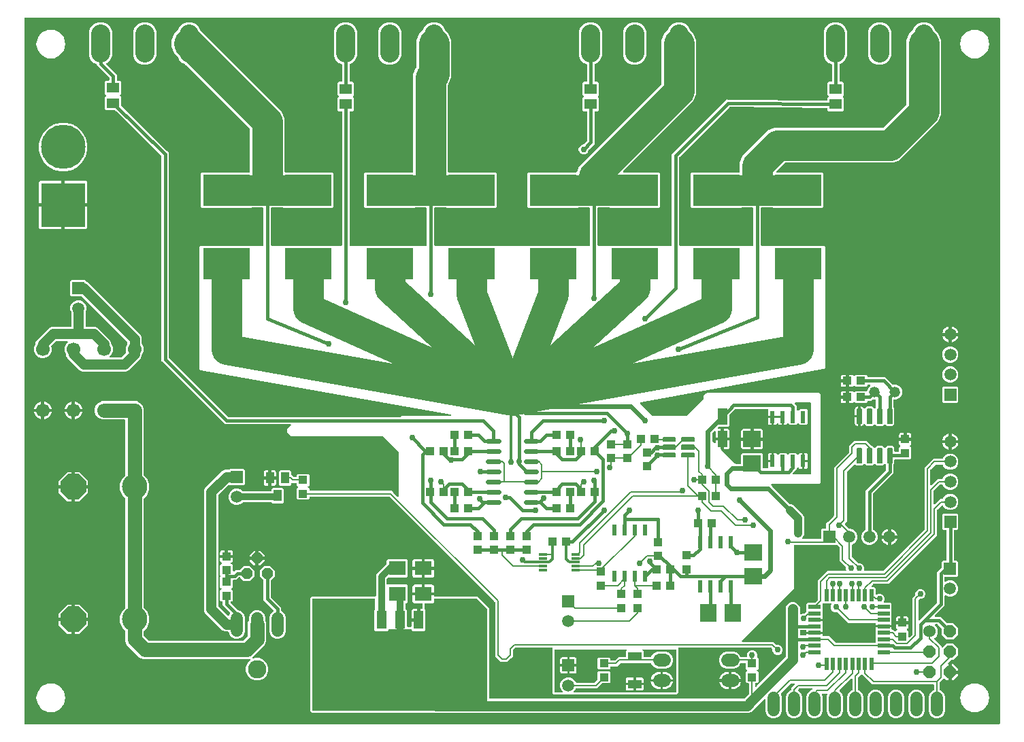
<source format=gbr>
G04 EAGLE Gerber RS-274X export*
G75*
%MOMM*%
%FSLAX34Y34*%
%LPD*%
%INTop Copper*%
%IPPOS*%
%AMOC8*
5,1,8,0,0,1.08239X$1,22.5*%
G01*
%ADD10C,2.400000*%
%ADD11C,0.600000*%
%ADD12R,1.500000X1.300000*%
%ADD13R,1.000000X1.100000*%
%ADD14R,1.100000X1.000000*%
%ADD15C,0.147500*%
%ADD16R,1.000000X0.300000*%
%ADD17R,1.500000X0.550000*%
%ADD18R,0.550000X1.500000*%
%ADD19R,5.516000X5.516000*%
%ADD20C,5.516000*%
%ADD21R,5.840000X3.940000*%
%ADD22P,3.409096X8X202.500000*%
%ADD23C,3.149600*%
%ADD24R,0.500000X1.400000*%
%ADD25C,0.150000*%
%ADD26C,1.320800*%
%ADD27R,0.600000X1.500000*%
%ADD28R,2.000000X2.200000*%
%ADD29R,2.200000X2.000000*%
%ADD30C,1.524000*%
%ADD31P,1.649562X8X292.500000*%
%ADD32C,1.508000*%
%ADD33R,1.508000X1.508000*%
%ADD34R,1.000000X1.400000*%
%ADD35C,1.700000*%
%ADD36C,1.524000*%
%ADD37P,1.429621X8X22.500000*%
%ADD38R,1.219000X2.235000*%
%ADD39R,3.600000X2.200000*%
%ADD40R,2.150000X1.800000*%
%ADD41C,2.286000*%
%ADD42C,1.600000*%
%ADD43R,1.730000X1.110000*%
%ADD44R,1.200000X2.000000*%
%ADD45C,3.810000*%
%ADD46C,0.756400*%
%ADD47C,0.406400*%
%ADD48C,0.203200*%
%ADD49C,0.304800*%
%ADD50C,0.609600*%
%ADD51C,0.152400*%
%ADD52C,0.812800*%
%ADD53C,1.270000*%
%ADD54C,1.016000*%
%ADD55C,1.778000*%

G36*
X1215502Y2549D02*
X1215502Y2549D01*
X1215560Y2547D01*
X1215642Y2569D01*
X1215726Y2581D01*
X1215779Y2604D01*
X1215835Y2619D01*
X1215908Y2662D01*
X1215985Y2697D01*
X1216030Y2735D01*
X1216080Y2764D01*
X1216138Y2826D01*
X1216202Y2880D01*
X1216234Y2929D01*
X1216274Y2972D01*
X1216313Y3047D01*
X1216360Y3117D01*
X1216377Y3173D01*
X1216404Y3225D01*
X1216415Y3293D01*
X1216445Y3388D01*
X1216448Y3488D01*
X1216459Y3556D01*
X1216459Y882144D01*
X1216451Y882202D01*
X1216453Y882260D01*
X1216431Y882342D01*
X1216419Y882426D01*
X1216396Y882479D01*
X1216381Y882535D01*
X1216338Y882608D01*
X1216303Y882685D01*
X1216265Y882730D01*
X1216236Y882780D01*
X1216174Y882838D01*
X1216120Y882902D01*
X1216071Y882934D01*
X1216028Y882974D01*
X1215953Y883013D01*
X1215883Y883060D01*
X1215827Y883077D01*
X1215775Y883104D01*
X1215707Y883115D01*
X1215612Y883145D01*
X1215512Y883148D01*
X1215444Y883159D01*
X3556Y883159D01*
X3498Y883151D01*
X3440Y883153D01*
X3358Y883131D01*
X3274Y883119D01*
X3221Y883096D01*
X3165Y883081D01*
X3092Y883038D01*
X3015Y883003D01*
X2970Y882965D01*
X2920Y882936D01*
X2862Y882874D01*
X2798Y882820D01*
X2766Y882771D01*
X2726Y882728D01*
X2687Y882653D01*
X2640Y882583D01*
X2623Y882527D01*
X2596Y882475D01*
X2585Y882407D01*
X2555Y882312D01*
X2552Y882212D01*
X2541Y882144D01*
X2541Y3556D01*
X2549Y3498D01*
X2547Y3440D01*
X2569Y3358D01*
X2581Y3274D01*
X2604Y3221D01*
X2619Y3165D01*
X2662Y3092D01*
X2697Y3015D01*
X2735Y2970D01*
X2764Y2920D01*
X2826Y2862D01*
X2880Y2798D01*
X2929Y2766D01*
X2972Y2726D01*
X3047Y2687D01*
X3117Y2640D01*
X3173Y2623D01*
X3225Y2596D01*
X3293Y2585D01*
X3388Y2555D01*
X3488Y2552D01*
X3556Y2541D01*
X1215444Y2541D01*
X1215502Y2549D01*
G37*
%LPC*%
G36*
X932699Y10159D02*
X932699Y10159D01*
X928964Y11706D01*
X926106Y14564D01*
X924559Y18299D01*
X924559Y33235D01*
X924555Y33264D01*
X924558Y33293D01*
X924535Y33404D01*
X924519Y33516D01*
X924507Y33543D01*
X924502Y33572D01*
X924450Y33672D01*
X924403Y33776D01*
X924384Y33798D01*
X924371Y33824D01*
X924293Y33906D01*
X924220Y33993D01*
X924195Y34009D01*
X924175Y34030D01*
X924077Y34088D01*
X923983Y34150D01*
X923955Y34159D01*
X923930Y34174D01*
X923820Y34202D01*
X923712Y34236D01*
X923682Y34237D01*
X923654Y34244D01*
X923541Y34241D01*
X923428Y34243D01*
X923399Y34236D01*
X923370Y34235D01*
X923262Y34200D01*
X923153Y34172D01*
X923127Y34157D01*
X923099Y34148D01*
X923036Y34102D01*
X922908Y34026D01*
X922865Y33981D01*
X922826Y33953D01*
X912943Y24070D01*
X906736Y17863D01*
X903468Y16509D01*
X360582Y16509D01*
X358647Y18444D01*
X358647Y160118D01*
X360582Y162053D01*
X439170Y162053D01*
X439228Y162061D01*
X439286Y162059D01*
X439368Y162081D01*
X439452Y162093D01*
X439505Y162116D01*
X439561Y162131D01*
X439634Y162174D01*
X439711Y162209D01*
X439756Y162247D01*
X439806Y162276D01*
X439864Y162338D01*
X439928Y162392D01*
X439960Y162441D01*
X440000Y162484D01*
X440039Y162559D01*
X440086Y162629D01*
X440103Y162685D01*
X440130Y162737D01*
X440141Y162805D01*
X440171Y162900D01*
X440174Y163000D01*
X440185Y163068D01*
X440185Y187754D01*
X441191Y190181D01*
X443191Y192182D01*
X452762Y201752D01*
X452814Y201822D01*
X452874Y201886D01*
X452900Y201935D01*
X452933Y201980D01*
X452964Y202061D01*
X453004Y202139D01*
X453012Y202187D01*
X453034Y202245D01*
X453045Y202376D01*
X453045Y202377D01*
X453045Y202383D01*
X453046Y202393D01*
X453059Y202470D01*
X453059Y206902D01*
X454548Y208391D01*
X478152Y208391D01*
X479641Y206902D01*
X479641Y186798D01*
X478152Y185309D01*
X455420Y185309D01*
X455334Y185297D01*
X455246Y185294D01*
X455194Y185277D01*
X455139Y185269D01*
X455059Y185234D01*
X454976Y185207D01*
X454936Y185179D01*
X454879Y185153D01*
X454766Y185057D01*
X454702Y185012D01*
X453692Y184002D01*
X453640Y183932D01*
X453580Y183868D01*
X453554Y183819D01*
X453521Y183774D01*
X453490Y183693D01*
X453450Y183615D01*
X453442Y183567D01*
X453420Y183509D01*
X453414Y183441D01*
X453409Y183423D01*
X453407Y183357D01*
X453395Y183284D01*
X453395Y177656D01*
X453403Y177598D01*
X453401Y177540D01*
X453423Y177458D01*
X453435Y177374D01*
X453458Y177321D01*
X453473Y177265D01*
X453516Y177192D01*
X453551Y177115D01*
X453589Y177070D01*
X453618Y177020D01*
X453680Y176962D01*
X453734Y176898D01*
X453783Y176866D01*
X453826Y176826D01*
X453901Y176787D01*
X453971Y176740D01*
X454027Y176723D01*
X454079Y176696D01*
X454147Y176685D01*
X454242Y176655D01*
X454342Y176652D01*
X454410Y176641D01*
X478152Y176641D01*
X479641Y175152D01*
X479641Y155048D01*
X478152Y153559D01*
X477520Y153559D01*
X477462Y153551D01*
X477404Y153553D01*
X477322Y153531D01*
X477238Y153519D01*
X477185Y153496D01*
X477129Y153481D01*
X477056Y153438D01*
X476979Y153403D01*
X476934Y153365D01*
X476884Y153336D01*
X476826Y153274D01*
X476762Y153220D01*
X476730Y153171D01*
X476690Y153128D01*
X476651Y153053D01*
X476604Y152983D01*
X476587Y152927D01*
X476560Y152875D01*
X476549Y152807D01*
X476519Y152712D01*
X476516Y152612D01*
X476505Y152544D01*
X476505Y147269D01*
X476517Y147182D01*
X476520Y147095D01*
X476537Y147042D01*
X476545Y146987D01*
X476580Y146908D01*
X476607Y146824D01*
X476635Y146785D01*
X476661Y146728D01*
X476757Y146615D01*
X476802Y146551D01*
X478536Y144817D01*
X478536Y124968D01*
X478544Y124910D01*
X478542Y124852D01*
X478564Y124770D01*
X478576Y124686D01*
X478599Y124633D01*
X478614Y124577D01*
X478657Y124504D01*
X478692Y124427D01*
X478730Y124382D01*
X478759Y124332D01*
X478821Y124274D01*
X478875Y124210D01*
X478924Y124178D01*
X478967Y124138D01*
X479042Y124099D01*
X479112Y124052D01*
X479168Y124035D01*
X479220Y124008D01*
X479288Y123997D01*
X479383Y123967D01*
X479483Y123964D01*
X479551Y123953D01*
X483359Y123953D01*
X483417Y123961D01*
X483475Y123959D01*
X483557Y123981D01*
X483641Y123993D01*
X483694Y124016D01*
X483750Y124031D01*
X483823Y124074D01*
X483900Y124109D01*
X483945Y124147D01*
X483995Y124176D01*
X484053Y124238D01*
X484117Y124292D01*
X484149Y124341D01*
X484189Y124384D01*
X484228Y124459D01*
X484275Y124529D01*
X484292Y124585D01*
X484319Y124637D01*
X484330Y124705D01*
X484360Y124800D01*
X484363Y124900D01*
X484374Y124968D01*
X484374Y130559D01*
X491994Y130559D01*
X492052Y130567D01*
X492110Y130565D01*
X492192Y130587D01*
X492275Y130599D01*
X492329Y130623D01*
X492385Y130637D01*
X492458Y130680D01*
X492535Y130715D01*
X492579Y130753D01*
X492630Y130783D01*
X492687Y130844D01*
X492752Y130899D01*
X492784Y130947D01*
X492824Y130990D01*
X492863Y131065D01*
X492909Y131135D01*
X492927Y131191D01*
X492954Y131243D01*
X492965Y131311D01*
X492995Y131406D01*
X492998Y131506D01*
X493009Y131574D01*
X493009Y132591D01*
X494026Y132591D01*
X494084Y132599D01*
X494142Y132598D01*
X494224Y132619D01*
X494307Y132631D01*
X494361Y132655D01*
X494417Y132669D01*
X494490Y132712D01*
X494567Y132747D01*
X494611Y132785D01*
X494662Y132815D01*
X494719Y132876D01*
X494784Y132931D01*
X494816Y132979D01*
X494856Y133022D01*
X494895Y133097D01*
X494941Y133167D01*
X494959Y133223D01*
X494986Y133275D01*
X494997Y133343D01*
X495027Y133438D01*
X495030Y133538D01*
X495041Y133606D01*
X495041Y146306D01*
X497332Y146306D01*
X497390Y146314D01*
X497448Y146312D01*
X497530Y146334D01*
X497614Y146346D01*
X497667Y146369D01*
X497723Y146384D01*
X497796Y146427D01*
X497873Y146462D01*
X497918Y146500D01*
X497968Y146529D01*
X498026Y146591D01*
X498090Y146645D01*
X498122Y146694D01*
X498162Y146737D01*
X498201Y146812D01*
X498248Y146882D01*
X498265Y146938D01*
X498292Y146990D01*
X498303Y147058D01*
X498333Y147153D01*
X498336Y147253D01*
X498347Y147321D01*
X498347Y152544D01*
X498339Y152602D01*
X498341Y152660D01*
X498319Y152742D01*
X498307Y152826D01*
X498284Y152879D01*
X498269Y152935D01*
X498226Y153008D01*
X498191Y153085D01*
X498153Y153130D01*
X498124Y153180D01*
X498062Y153238D01*
X498008Y153302D01*
X497959Y153334D01*
X497916Y153374D01*
X497841Y153413D01*
X497771Y153460D01*
X497715Y153477D01*
X497663Y153504D01*
X497595Y153515D01*
X497500Y153545D01*
X497400Y153548D01*
X497332Y153559D01*
X487766Y153559D01*
X487119Y153732D01*
X486540Y154067D01*
X486067Y154540D01*
X485732Y155119D01*
X485559Y155766D01*
X485559Y163069D01*
X497834Y163069D01*
X497892Y163077D01*
X497950Y163075D01*
X498032Y163097D01*
X498115Y163109D01*
X498169Y163133D01*
X498225Y163147D01*
X498298Y163190D01*
X498375Y163225D01*
X498419Y163263D01*
X498470Y163293D01*
X498527Y163354D01*
X498592Y163409D01*
X498624Y163457D01*
X498664Y163500D01*
X498703Y163575D01*
X498749Y163645D01*
X498767Y163701D01*
X498794Y163753D01*
X498805Y163821D01*
X498835Y163916D01*
X498838Y164016D01*
X498849Y164084D01*
X498849Y165101D01*
X498851Y165101D01*
X498851Y164084D01*
X498859Y164026D01*
X498858Y163968D01*
X498879Y163886D01*
X498891Y163803D01*
X498915Y163749D01*
X498929Y163693D01*
X498972Y163620D01*
X499007Y163543D01*
X499045Y163498D01*
X499075Y163448D01*
X499136Y163390D01*
X499191Y163326D01*
X499239Y163294D01*
X499282Y163254D01*
X499357Y163215D01*
X499427Y163169D01*
X499483Y163151D01*
X499535Y163124D01*
X499603Y163113D01*
X499698Y163083D01*
X499798Y163080D01*
X499866Y163069D01*
X512141Y163069D01*
X512141Y163068D01*
X512149Y163010D01*
X512147Y162952D01*
X512169Y162870D01*
X512181Y162786D01*
X512204Y162733D01*
X512219Y162677D01*
X512262Y162604D01*
X512297Y162527D01*
X512335Y162482D01*
X512364Y162432D01*
X512426Y162374D01*
X512480Y162310D01*
X512529Y162278D01*
X512572Y162238D01*
X512647Y162199D01*
X512717Y162152D01*
X512773Y162135D01*
X512825Y162108D01*
X512893Y162097D01*
X512988Y162067D01*
X513088Y162064D01*
X513156Y162053D01*
X566518Y162053D01*
X581153Y147418D01*
X581153Y35306D01*
X581161Y35248D01*
X581159Y35190D01*
X581181Y35108D01*
X581193Y35024D01*
X581216Y34971D01*
X581231Y34915D01*
X581274Y34842D01*
X581309Y34765D01*
X581347Y34720D01*
X581376Y34670D01*
X581438Y34612D01*
X581492Y34548D01*
X581541Y34516D01*
X581584Y34476D01*
X581659Y34437D01*
X581729Y34390D01*
X581785Y34373D01*
X581837Y34346D01*
X581905Y34335D01*
X582000Y34305D01*
X582100Y34302D01*
X582168Y34291D01*
X897597Y34291D01*
X897683Y34303D01*
X897771Y34306D01*
X897823Y34323D01*
X897878Y34331D01*
X897958Y34366D01*
X898041Y34393D01*
X898081Y34421D01*
X898138Y34447D01*
X898251Y34543D01*
X898315Y34588D01*
X904196Y40469D01*
X904248Y40539D01*
X904308Y40603D01*
X904334Y40652D01*
X904367Y40697D01*
X904398Y40778D01*
X904438Y40856D01*
X904446Y40904D01*
X904468Y40962D01*
X904480Y41110D01*
X904493Y41187D01*
X904493Y52794D01*
X904485Y52852D01*
X904487Y52910D01*
X904465Y52992D01*
X904453Y53076D01*
X904430Y53129D01*
X904415Y53185D01*
X904372Y53258D01*
X904337Y53335D01*
X904299Y53380D01*
X904270Y53430D01*
X904208Y53488D01*
X904154Y53552D01*
X904105Y53584D01*
X904062Y53624D01*
X903987Y53663D01*
X903917Y53710D01*
X903861Y53727D01*
X903809Y53754D01*
X903741Y53765D01*
X903646Y53795D01*
X903546Y53798D01*
X903478Y53809D01*
X901498Y53809D01*
X900009Y55298D01*
X900009Y67402D01*
X901739Y69132D01*
X901774Y69179D01*
X901817Y69219D01*
X901859Y69292D01*
X901910Y69359D01*
X901931Y69414D01*
X901960Y69464D01*
X901981Y69546D01*
X902011Y69625D01*
X902016Y69683D01*
X902030Y69740D01*
X902028Y69824D01*
X902035Y69908D01*
X902023Y69966D01*
X902021Y70024D01*
X901995Y70104D01*
X901979Y70187D01*
X901952Y70239D01*
X901934Y70295D01*
X901894Y70351D01*
X901848Y70439D01*
X901779Y70512D01*
X901739Y70568D01*
X900009Y72298D01*
X900009Y77978D01*
X900001Y78036D01*
X900003Y78094D01*
X899981Y78176D01*
X899969Y78260D01*
X899946Y78313D01*
X899931Y78369D01*
X899888Y78442D01*
X899853Y78519D01*
X899815Y78564D01*
X899786Y78614D01*
X899724Y78672D01*
X899670Y78736D01*
X899621Y78768D01*
X899578Y78808D01*
X899503Y78847D01*
X899433Y78894D01*
X899377Y78911D01*
X899325Y78938D01*
X899257Y78949D01*
X899162Y78979D01*
X899062Y78982D01*
X898994Y78993D01*
X894564Y78993D01*
X894563Y78993D01*
X894561Y78993D01*
X894421Y78973D01*
X894283Y78953D01*
X894281Y78953D01*
X894280Y78953D01*
X894154Y78896D01*
X894023Y78837D01*
X894022Y78836D01*
X894021Y78835D01*
X893914Y78744D01*
X893806Y78654D01*
X893806Y78652D01*
X893804Y78651D01*
X893796Y78638D01*
X893649Y78417D01*
X893640Y78388D01*
X893626Y78367D01*
X892886Y76579D01*
X889921Y73614D01*
X886047Y72009D01*
X875353Y72009D01*
X871479Y73614D01*
X868514Y76579D01*
X866909Y80453D01*
X866909Y84647D01*
X868514Y88521D01*
X871479Y91486D01*
X875353Y93091D01*
X886047Y93091D01*
X889921Y91486D01*
X892886Y88521D01*
X893626Y86733D01*
X893627Y86732D01*
X893628Y86731D01*
X893699Y86610D01*
X893771Y86489D01*
X893772Y86488D01*
X893773Y86486D01*
X893877Y86389D01*
X893978Y86293D01*
X893979Y86293D01*
X893980Y86292D01*
X894106Y86227D01*
X894230Y86163D01*
X894232Y86163D01*
X894233Y86162D01*
X894248Y86160D01*
X894509Y86108D01*
X894540Y86111D01*
X894564Y86107D01*
X900844Y86107D01*
X900958Y86123D01*
X901072Y86133D01*
X901098Y86143D01*
X901125Y86147D01*
X901230Y86193D01*
X901337Y86235D01*
X901360Y86251D01*
X901385Y86263D01*
X901473Y86337D01*
X901564Y86406D01*
X901581Y86429D01*
X901602Y86446D01*
X901666Y86542D01*
X901734Y86634D01*
X901744Y86660D01*
X901759Y86683D01*
X901794Y86793D01*
X901835Y86900D01*
X901837Y86928D01*
X901845Y86954D01*
X901848Y87069D01*
X901857Y87183D01*
X901852Y87208D01*
X901852Y87238D01*
X901785Y87496D01*
X901782Y87511D01*
X901727Y87642D01*
X901727Y90158D01*
X902690Y92482D01*
X904468Y94260D01*
X906792Y95223D01*
X909308Y95223D01*
X911632Y94260D01*
X913410Y92482D01*
X914373Y90158D01*
X914373Y87642D01*
X914187Y87193D01*
X914186Y87191D01*
X914185Y87190D01*
X914157Y87078D01*
X914124Y86974D01*
X914123Y86948D01*
X914116Y86918D01*
X914116Y86916D01*
X914115Y86914D01*
X914119Y86788D01*
X914117Y86690D01*
X914123Y86667D01*
X914124Y86633D01*
X914124Y86632D01*
X914124Y86630D01*
X914166Y86500D01*
X914189Y86415D01*
X914200Y86397D01*
X914210Y86363D01*
X914211Y86361D01*
X914212Y86360D01*
X914221Y86347D01*
X914293Y86240D01*
X914334Y86171D01*
X914348Y86157D01*
X914369Y86127D01*
X914392Y86107D01*
X914407Y86087D01*
X916091Y84402D01*
X916091Y72298D01*
X914361Y70568D01*
X914326Y70521D01*
X914283Y70481D01*
X914241Y70408D01*
X914190Y70341D01*
X914169Y70286D01*
X914140Y70236D01*
X914119Y70154D01*
X914089Y70075D01*
X914084Y70017D01*
X914070Y69960D01*
X914072Y69876D01*
X914065Y69792D01*
X914077Y69734D01*
X914079Y69676D01*
X914105Y69596D01*
X914121Y69513D01*
X914148Y69461D01*
X914166Y69405D01*
X914206Y69349D01*
X914252Y69261D01*
X914321Y69188D01*
X914361Y69132D01*
X916091Y67402D01*
X916091Y55298D01*
X914602Y53809D01*
X912622Y53809D01*
X912564Y53801D01*
X912506Y53803D01*
X912424Y53781D01*
X912340Y53769D01*
X912287Y53746D01*
X912231Y53731D01*
X912158Y53688D01*
X912081Y53653D01*
X912036Y53615D01*
X911986Y53586D01*
X911928Y53524D01*
X911864Y53470D01*
X911832Y53421D01*
X911792Y53378D01*
X911753Y53303D01*
X911706Y53233D01*
X911689Y53177D01*
X911662Y53125D01*
X911651Y53057D01*
X911621Y52962D01*
X911618Y52862D01*
X911607Y52794D01*
X911607Y50331D01*
X911611Y50302D01*
X911608Y50273D01*
X911631Y50162D01*
X911647Y50050D01*
X911659Y50023D01*
X911664Y49994D01*
X911716Y49894D01*
X911763Y49790D01*
X911782Y49768D01*
X911795Y49742D01*
X911873Y49660D01*
X911946Y49573D01*
X911971Y49557D01*
X911991Y49536D01*
X912089Y49478D01*
X912183Y49416D01*
X912211Y49407D01*
X912236Y49392D01*
X912346Y49364D01*
X912454Y49330D01*
X912484Y49329D01*
X912512Y49322D01*
X912625Y49325D01*
X912738Y49323D01*
X912767Y49330D01*
X912796Y49331D01*
X912904Y49366D01*
X913013Y49394D01*
X913039Y49409D01*
X913067Y49418D01*
X913130Y49464D01*
X913258Y49540D01*
X913301Y49585D01*
X913340Y49613D01*
X949662Y85935D01*
X949714Y86005D01*
X949774Y86069D01*
X949800Y86118D01*
X949833Y86163D01*
X949864Y86244D01*
X949904Y86322D01*
X949912Y86370D01*
X949934Y86428D01*
X949946Y86576D01*
X949959Y86653D01*
X949959Y147818D01*
X951313Y151086D01*
X953814Y153587D01*
X957082Y154941D01*
X960618Y154941D01*
X963886Y153587D01*
X966387Y151086D01*
X967741Y147818D01*
X967741Y140919D01*
X967757Y140805D01*
X967767Y140691D01*
X967777Y140665D01*
X967781Y140637D01*
X967828Y140532D01*
X967869Y140425D01*
X967885Y140403D01*
X967897Y140378D01*
X967971Y140290D01*
X968040Y140199D01*
X968063Y140182D01*
X968080Y140161D01*
X968176Y140097D01*
X968268Y140028D01*
X968294Y140019D01*
X968317Y140003D01*
X968427Y139969D01*
X968534Y139928D01*
X968562Y139926D01*
X968588Y139917D01*
X968703Y139915D01*
X968817Y139905D01*
X968842Y139911D01*
X968872Y139910D01*
X969129Y139977D01*
X969145Y139981D01*
X970636Y140599D01*
X972766Y140599D01*
X972853Y140611D01*
X972940Y140614D01*
X972993Y140631D01*
X973048Y140639D01*
X973128Y140674D01*
X973211Y140701D01*
X973250Y140729D01*
X973307Y140755D01*
X973420Y140851D01*
X973484Y140896D01*
X974414Y141826D01*
X975362Y142774D01*
X975414Y142844D01*
X975474Y142908D01*
X975500Y142957D01*
X975533Y143001D01*
X975564Y143083D01*
X975604Y143161D01*
X975612Y143208D01*
X975634Y143267D01*
X975646Y143414D01*
X975659Y143492D01*
X975659Y152452D01*
X977148Y153941D01*
X985540Y153941D01*
X985627Y153953D01*
X985714Y153956D01*
X985767Y153973D01*
X985822Y153981D01*
X985902Y154016D01*
X985985Y154043D01*
X986024Y154071D01*
X986081Y154097D01*
X986194Y154193D01*
X986258Y154238D01*
X989466Y157446D01*
X989518Y157516D01*
X989578Y157580D01*
X989604Y157629D01*
X989637Y157673D01*
X989668Y157755D01*
X989708Y157833D01*
X989716Y157880D01*
X989738Y157939D01*
X989750Y158086D01*
X989763Y158164D01*
X989763Y181993D01*
X1001319Y193549D01*
X1024244Y193549D01*
X1024358Y193565D01*
X1024472Y193575D01*
X1024498Y193585D01*
X1024526Y193589D01*
X1024631Y193636D01*
X1024738Y193677D01*
X1024760Y193693D01*
X1024785Y193705D01*
X1024873Y193779D01*
X1024964Y193848D01*
X1024981Y193871D01*
X1025002Y193888D01*
X1025066Y193984D01*
X1025135Y194076D01*
X1025144Y194102D01*
X1025160Y194125D01*
X1025195Y194235D01*
X1025235Y194342D01*
X1025237Y194370D01*
X1025246Y194396D01*
X1025249Y194511D01*
X1025258Y194625D01*
X1025252Y194650D01*
X1025253Y194680D01*
X1025186Y194937D01*
X1025182Y194953D01*
X1024917Y195592D01*
X1024917Y197722D01*
X1024905Y197809D01*
X1024902Y197896D01*
X1024885Y197949D01*
X1024877Y198004D01*
X1024842Y198084D01*
X1024815Y198167D01*
X1024787Y198206D01*
X1024761Y198263D01*
X1024665Y198376D01*
X1024620Y198440D01*
X1016853Y206207D01*
X1016853Y222726D01*
X1016841Y222813D01*
X1016838Y222900D01*
X1016821Y222953D01*
X1016813Y223008D01*
X1016778Y223088D01*
X1016751Y223171D01*
X1016723Y223210D01*
X1016697Y223267D01*
X1016601Y223380D01*
X1016556Y223444D01*
X1013979Y226021D01*
X1013933Y226056D01*
X1013892Y226098D01*
X1013820Y226141D01*
X1013752Y226191D01*
X1013698Y226212D01*
X1013647Y226242D01*
X1013565Y226263D01*
X1013487Y226293D01*
X1013428Y226298D01*
X1013372Y226312D01*
X1013287Y226309D01*
X1013203Y226316D01*
X1013146Y226305D01*
X1013087Y226303D01*
X1013007Y226277D01*
X1012925Y226260D01*
X1012873Y226233D01*
X1012817Y226215D01*
X1012761Y226175D01*
X1012672Y226129D01*
X1012600Y226061D01*
X1012544Y226021D01*
X1012492Y225969D01*
X995276Y225969D01*
X995248Y225984D01*
X995204Y226017D01*
X995122Y226048D01*
X995044Y226088D01*
X994997Y226096D01*
X994938Y226118D01*
X994790Y226130D01*
X994713Y226143D01*
X960882Y226143D01*
X960824Y226135D01*
X960766Y226137D01*
X960684Y226115D01*
X960600Y226103D01*
X960547Y226080D01*
X960491Y226065D01*
X960418Y226022D01*
X960341Y225987D01*
X960296Y225949D01*
X960246Y225920D01*
X960188Y225858D01*
X960124Y225804D01*
X960092Y225755D01*
X960052Y225712D01*
X960013Y225637D01*
X959966Y225567D01*
X959949Y225511D01*
X959922Y225459D01*
X959911Y225391D01*
X959881Y225296D01*
X959878Y225196D01*
X959867Y225128D01*
X959867Y171029D01*
X958974Y170136D01*
X895728Y106890D01*
X895710Y106866D01*
X895688Y106847D01*
X895625Y106753D01*
X895557Y106663D01*
X895546Y106635D01*
X895530Y106611D01*
X895496Y106503D01*
X895456Y106397D01*
X895453Y106368D01*
X895444Y106340D01*
X895441Y106226D01*
X895432Y106114D01*
X895438Y106085D01*
X895437Y106056D01*
X895466Y105946D01*
X895488Y105835D01*
X895501Y105809D01*
X895509Y105781D01*
X895567Y105683D01*
X895619Y105583D01*
X895639Y105561D01*
X895654Y105536D01*
X895737Y105459D01*
X895815Y105377D01*
X895840Y105362D01*
X895861Y105342D01*
X895962Y105290D01*
X896060Y105233D01*
X896088Y105226D01*
X896115Y105212D01*
X896192Y105199D01*
X896336Y105163D01*
X896398Y105165D01*
X896446Y105157D01*
X934923Y105157D01*
X937304Y102776D01*
X938210Y101870D01*
X938280Y101818D01*
X938344Y101758D01*
X938393Y101732D01*
X938437Y101699D01*
X938519Y101668D01*
X938597Y101628D01*
X938644Y101620D01*
X938703Y101598D01*
X938850Y101586D01*
X938928Y101573D01*
X941058Y101573D01*
X943382Y100610D01*
X945160Y98832D01*
X946123Y96508D01*
X946123Y93992D01*
X945160Y91668D01*
X943382Y89890D01*
X941058Y88927D01*
X938542Y88927D01*
X936218Y89890D01*
X934440Y91668D01*
X933477Y93992D01*
X933477Y96122D01*
X933465Y96209D01*
X933462Y96296D01*
X933445Y96349D01*
X933437Y96404D01*
X933402Y96484D01*
X933375Y96567D01*
X933347Y96606D01*
X933321Y96663D01*
X933225Y96776D01*
X933180Y96840D01*
X932274Y97746D01*
X932204Y97798D01*
X932140Y97858D01*
X932091Y97884D01*
X932047Y97917D01*
X931965Y97948D01*
X931887Y97988D01*
X931840Y97996D01*
X931781Y98018D01*
X931634Y98030D01*
X931556Y98043D01*
X817118Y98043D01*
X817060Y98035D01*
X817002Y98037D01*
X816920Y98015D01*
X816836Y98003D01*
X816783Y97980D01*
X816727Y97965D01*
X816654Y97922D01*
X816577Y97887D01*
X816532Y97849D01*
X816482Y97820D01*
X816424Y97758D01*
X816360Y97704D01*
X816328Y97655D01*
X816288Y97612D01*
X816249Y97537D01*
X816202Y97467D01*
X816185Y97411D01*
X816158Y97359D01*
X816147Y97291D01*
X816117Y97196D01*
X816114Y97096D01*
X816103Y97028D01*
X816103Y41812D01*
X814168Y39877D01*
X661572Y39877D01*
X659637Y41812D01*
X659637Y97028D01*
X659629Y97086D01*
X659631Y97144D01*
X659609Y97226D01*
X659597Y97310D01*
X659574Y97363D01*
X659559Y97419D01*
X659516Y97492D01*
X659481Y97569D01*
X659443Y97614D01*
X659414Y97664D01*
X659352Y97722D01*
X659298Y97786D01*
X659249Y97818D01*
X659206Y97858D01*
X659131Y97897D01*
X659061Y97944D01*
X659005Y97961D01*
X658953Y97988D01*
X658885Y97999D01*
X658790Y98029D01*
X658690Y98032D01*
X658622Y98043D01*
X614034Y98043D01*
X613947Y98031D01*
X613860Y98028D01*
X613807Y98011D01*
X613752Y98003D01*
X613672Y97968D01*
X613589Y97941D01*
X613550Y97913D01*
X613493Y97887D01*
X613380Y97791D01*
X613316Y97746D01*
X610914Y95344D01*
X610862Y95274D01*
X610802Y95210D01*
X610776Y95161D01*
X610743Y95117D01*
X610712Y95035D01*
X610672Y94957D01*
X610664Y94910D01*
X610642Y94851D01*
X610630Y94704D01*
X610617Y94626D01*
X610617Y87427D01*
X608236Y85046D01*
X605834Y82644D01*
X603453Y80263D01*
X595427Y80263D01*
X588263Y87427D01*
X588263Y154316D01*
X588251Y154403D01*
X588248Y154490D01*
X588231Y154543D01*
X588223Y154598D01*
X588188Y154678D01*
X588161Y154761D01*
X588133Y154800D01*
X588107Y154857D01*
X588011Y154970D01*
X587966Y155034D01*
X456904Y286096D01*
X456834Y286148D01*
X456770Y286208D01*
X456721Y286234D01*
X456677Y286267D01*
X456595Y286298D01*
X456517Y286338D01*
X456470Y286346D01*
X456411Y286368D01*
X456264Y286380D01*
X456186Y286393D01*
X358306Y286393D01*
X358248Y286385D01*
X358190Y286387D01*
X358108Y286365D01*
X358024Y286353D01*
X357971Y286330D01*
X357915Y286315D01*
X357842Y286272D01*
X357765Y286237D01*
X357720Y286199D01*
X357670Y286170D01*
X357612Y286108D01*
X357548Y286054D01*
X357516Y286005D01*
X357476Y285962D01*
X357437Y285887D01*
X357390Y285817D01*
X357373Y285761D01*
X357346Y285709D01*
X357335Y285641D01*
X357305Y285546D01*
X357302Y285446D01*
X357291Y285378D01*
X357291Y283898D01*
X355802Y282409D01*
X342698Y282409D01*
X341209Y283898D01*
X341209Y296002D01*
X342939Y297732D01*
X342974Y297779D01*
X343017Y297819D01*
X343059Y297892D01*
X343110Y297959D01*
X343131Y298014D01*
X343160Y298064D01*
X343181Y298146D01*
X343211Y298225D01*
X343216Y298283D01*
X343230Y298340D01*
X343228Y298424D01*
X343235Y298508D01*
X343223Y298566D01*
X343221Y298624D01*
X343195Y298704D01*
X343179Y298787D01*
X343152Y298839D01*
X343134Y298895D01*
X343094Y298951D01*
X343048Y299039D01*
X342979Y299112D01*
X342939Y299168D01*
X341209Y300898D01*
X341209Y302378D01*
X341201Y302436D01*
X341203Y302494D01*
X341181Y302576D01*
X341169Y302660D01*
X341146Y302713D01*
X341131Y302769D01*
X341088Y302842D01*
X341053Y302919D01*
X341015Y302964D01*
X340986Y303014D01*
X340924Y303072D01*
X340870Y303136D01*
X340821Y303168D01*
X340778Y303208D01*
X340703Y303247D01*
X340633Y303294D01*
X340577Y303311D01*
X340525Y303338D01*
X340457Y303349D01*
X340362Y303379D01*
X340262Y303382D01*
X340194Y303393D01*
X335556Y303393D01*
X335498Y303385D01*
X335440Y303387D01*
X335358Y303365D01*
X335274Y303353D01*
X335221Y303330D01*
X335165Y303315D01*
X335092Y303272D01*
X335015Y303237D01*
X334970Y303199D01*
X334920Y303170D01*
X334862Y303108D01*
X334798Y303054D01*
X334766Y303005D01*
X334726Y302962D01*
X334687Y302887D01*
X334640Y302817D01*
X334623Y302761D01*
X334596Y302709D01*
X334585Y302641D01*
X334555Y302546D01*
X334552Y302446D01*
X334541Y302378D01*
X334541Y301398D01*
X333052Y299909D01*
X320948Y299909D01*
X319459Y301398D01*
X319459Y317502D01*
X320948Y318991D01*
X333052Y318991D01*
X334541Y317502D01*
X334541Y314022D01*
X334549Y313964D01*
X334547Y313906D01*
X334569Y313824D01*
X334581Y313740D01*
X334604Y313687D01*
X334619Y313631D01*
X334662Y313558D01*
X334697Y313481D01*
X334735Y313436D01*
X334764Y313386D01*
X334826Y313328D01*
X334880Y313264D01*
X334929Y313232D01*
X334972Y313192D01*
X335047Y313153D01*
X335117Y313106D01*
X335173Y313089D01*
X335225Y313062D01*
X335293Y313051D01*
X335388Y313021D01*
X335488Y313018D01*
X335517Y313013D01*
X337726Y310804D01*
X337796Y310752D01*
X337860Y310692D01*
X337909Y310666D01*
X337953Y310633D01*
X338035Y310602D01*
X338113Y310562D01*
X338160Y310554D01*
X338219Y310532D01*
X338366Y310520D01*
X338444Y310507D01*
X340194Y310507D01*
X340252Y310515D01*
X340310Y310513D01*
X340392Y310535D01*
X340476Y310547D01*
X340529Y310570D01*
X340585Y310585D01*
X340658Y310628D01*
X340735Y310663D01*
X340780Y310701D01*
X340830Y310730D01*
X340888Y310792D01*
X340952Y310846D01*
X340984Y310895D01*
X341024Y310938D01*
X341063Y311013D01*
X341110Y311083D01*
X341127Y311139D01*
X341154Y311191D01*
X341165Y311259D01*
X341195Y311354D01*
X341198Y311454D01*
X341209Y311522D01*
X341209Y313002D01*
X342698Y314491D01*
X355802Y314491D01*
X357291Y313002D01*
X357291Y300898D01*
X355561Y299168D01*
X355526Y299121D01*
X355483Y299081D01*
X355441Y299008D01*
X355390Y298941D01*
X355369Y298886D01*
X355340Y298836D01*
X355319Y298754D01*
X355289Y298675D01*
X355284Y298617D01*
X355270Y298560D01*
X355272Y298476D01*
X355265Y298392D01*
X355277Y298334D01*
X355279Y298276D01*
X355305Y298196D01*
X355321Y298113D01*
X355348Y298061D01*
X355366Y298005D01*
X355406Y297949D01*
X355452Y297861D01*
X355521Y297788D01*
X355561Y297732D01*
X357291Y296002D01*
X357291Y294522D01*
X357299Y294464D01*
X357297Y294406D01*
X357319Y294324D01*
X357331Y294240D01*
X357354Y294187D01*
X357369Y294131D01*
X357412Y294058D01*
X357447Y293981D01*
X357485Y293936D01*
X357514Y293886D01*
X357576Y293828D01*
X357630Y293764D01*
X357679Y293732D01*
X357722Y293692D01*
X357797Y293653D01*
X357867Y293606D01*
X357923Y293589D01*
X357975Y293562D01*
X358043Y293551D01*
X358138Y293521D01*
X358238Y293518D01*
X358306Y293507D01*
X459553Y293507D01*
X461934Y291126D01*
X466515Y286545D01*
X466539Y286527D01*
X466558Y286505D01*
X466652Y286442D01*
X466742Y286374D01*
X466770Y286364D01*
X466794Y286347D01*
X466902Y286313D01*
X467008Y286273D01*
X467037Y286270D01*
X467065Y286261D01*
X467179Y286259D01*
X467291Y286249D01*
X467320Y286255D01*
X467349Y286254D01*
X467459Y286283D01*
X467570Y286305D01*
X467596Y286319D01*
X467624Y286326D01*
X467722Y286384D01*
X467822Y286436D01*
X467844Y286456D01*
X467869Y286471D01*
X467946Y286554D01*
X468028Y286632D01*
X468043Y286657D01*
X468063Y286679D01*
X468115Y286779D01*
X468172Y286877D01*
X468179Y286906D01*
X468193Y286932D01*
X468206Y287009D01*
X468242Y287153D01*
X468240Y287215D01*
X468248Y287263D01*
X468248Y341269D01*
X468236Y341356D01*
X468233Y341443D01*
X468216Y341496D01*
X468208Y341551D01*
X468173Y341631D01*
X468146Y341714D01*
X468118Y341753D01*
X468092Y341810D01*
X467996Y341923D01*
X467951Y341987D01*
X448667Y361271D01*
X448597Y361323D01*
X448533Y361383D01*
X448484Y361409D01*
X448440Y361442D01*
X448358Y361473D01*
X448280Y361513D01*
X448233Y361521D01*
X448174Y361543D01*
X448027Y361555D01*
X447949Y361568D01*
X334746Y361568D01*
X331622Y363372D01*
X329818Y366496D01*
X329818Y370104D01*
X331622Y373228D01*
X333882Y374533D01*
X333898Y374545D01*
X333915Y374553D01*
X334009Y374632D01*
X334106Y374708D01*
X334117Y374724D01*
X334132Y374737D01*
X334200Y374839D01*
X334272Y374938D01*
X334279Y374957D01*
X334290Y374973D01*
X334327Y375090D01*
X334369Y375206D01*
X334370Y375226D01*
X334376Y375244D01*
X334379Y375367D01*
X334387Y375490D01*
X334383Y375509D01*
X334383Y375528D01*
X334352Y375647D01*
X334326Y375767D01*
X334316Y375785D01*
X334311Y375803D01*
X334249Y375909D01*
X334190Y376017D01*
X334176Y376031D01*
X334166Y376048D01*
X334076Y376132D01*
X333990Y376219D01*
X333973Y376229D01*
X333959Y376242D01*
X333849Y376298D01*
X333742Y376358D01*
X333723Y376363D01*
X333706Y376372D01*
X333633Y376384D01*
X333465Y376423D01*
X333414Y376421D01*
X333374Y376427D01*
X252106Y376427D01*
X173227Y455306D01*
X173227Y710334D01*
X173215Y710424D01*
X173211Y710515D01*
X173195Y710564D01*
X173187Y710616D01*
X173150Y710699D01*
X173122Y710785D01*
X173095Y710822D01*
X173071Y710875D01*
X172971Y710994D01*
X172925Y711057D01*
X115974Y767296D01*
X115906Y767347D01*
X115845Y767404D01*
X115792Y767431D01*
X115746Y767466D01*
X115667Y767495D01*
X115592Y767534D01*
X115541Y767542D01*
X115479Y767565D01*
X115338Y767576D01*
X115260Y767589D01*
X104478Y767589D01*
X102989Y769078D01*
X102989Y784182D01*
X104219Y785412D01*
X104254Y785459D01*
X104297Y785499D01*
X104339Y785572D01*
X104390Y785639D01*
X104411Y785694D01*
X104440Y785744D01*
X104461Y785826D01*
X104491Y785905D01*
X104496Y785963D01*
X104510Y786020D01*
X104508Y786104D01*
X104515Y786188D01*
X104503Y786246D01*
X104501Y786304D01*
X104475Y786384D01*
X104459Y786467D01*
X104432Y786519D01*
X104414Y786575D01*
X104374Y786631D01*
X104328Y786719D01*
X104259Y786792D01*
X104219Y786848D01*
X102989Y788078D01*
X102989Y803182D01*
X104478Y804671D01*
X107442Y804671D01*
X107500Y804679D01*
X107558Y804677D01*
X107640Y804699D01*
X107724Y804711D01*
X107777Y804734D01*
X107833Y804749D01*
X107906Y804792D01*
X107983Y804827D01*
X108028Y804865D01*
X108078Y804894D01*
X108136Y804956D01*
X108200Y805010D01*
X108232Y805059D01*
X108272Y805102D01*
X108311Y805177D01*
X108358Y805247D01*
X108375Y805303D01*
X108402Y805355D01*
X108413Y805423D01*
X108443Y805518D01*
X108446Y805618D01*
X108457Y805686D01*
X108457Y807555D01*
X108445Y807642D01*
X108442Y807729D01*
X108425Y807782D01*
X108417Y807837D01*
X108382Y807917D01*
X108355Y808000D01*
X108327Y808039D01*
X108301Y808096D01*
X108205Y808210D01*
X108160Y808273D01*
X92827Y823606D01*
X92827Y824377D01*
X92827Y824379D01*
X92827Y824380D01*
X92808Y824514D01*
X92787Y824658D01*
X92787Y824660D01*
X92787Y824661D01*
X92730Y824787D01*
X92671Y824918D01*
X92670Y824919D01*
X92669Y824921D01*
X92578Y825028D01*
X92488Y825135D01*
X92486Y825136D01*
X92485Y825137D01*
X92472Y825145D01*
X92251Y825292D01*
X92222Y825302D01*
X92201Y825315D01*
X89163Y826573D01*
X85073Y830663D01*
X82859Y836008D01*
X82859Y865792D01*
X85073Y871137D01*
X89163Y875227D01*
X94508Y877441D01*
X100292Y877441D01*
X105637Y875227D01*
X109727Y871137D01*
X111941Y865792D01*
X111941Y836008D01*
X109727Y830663D01*
X105637Y826573D01*
X105030Y826322D01*
X104931Y826263D01*
X104829Y826211D01*
X104809Y826191D01*
X104785Y826177D01*
X104707Y826094D01*
X104623Y826015D01*
X104609Y825991D01*
X104590Y825971D01*
X104538Y825869D01*
X104480Y825769D01*
X104473Y825743D01*
X104460Y825718D01*
X104438Y825605D01*
X104410Y825494D01*
X104410Y825466D01*
X104405Y825439D01*
X104415Y825324D01*
X104419Y825210D01*
X104427Y825183D01*
X104429Y825156D01*
X104471Y825048D01*
X104506Y824939D01*
X104521Y824919D01*
X104532Y824890D01*
X104693Y824677D01*
X104701Y824666D01*
X104703Y824664D01*
X117603Y811764D01*
X117603Y805686D01*
X117611Y805628D01*
X117609Y805570D01*
X117631Y805488D01*
X117643Y805404D01*
X117666Y805351D01*
X117681Y805295D01*
X117724Y805222D01*
X117759Y805145D01*
X117797Y805100D01*
X117826Y805050D01*
X117888Y804992D01*
X117942Y804928D01*
X117991Y804896D01*
X118034Y804856D01*
X118109Y804817D01*
X118179Y804770D01*
X118235Y804753D01*
X118287Y804726D01*
X118355Y804715D01*
X118450Y804685D01*
X118550Y804682D01*
X118618Y804671D01*
X121582Y804671D01*
X123071Y803182D01*
X123071Y788078D01*
X121841Y786848D01*
X121806Y786801D01*
X121763Y786761D01*
X121721Y786688D01*
X121670Y786621D01*
X121649Y786566D01*
X121620Y786516D01*
X121599Y786434D01*
X121569Y786355D01*
X121564Y786297D01*
X121550Y786240D01*
X121552Y786156D01*
X121545Y786072D01*
X121557Y786014D01*
X121559Y785956D01*
X121585Y785876D01*
X121601Y785793D01*
X121628Y785741D01*
X121646Y785685D01*
X121686Y785629D01*
X121732Y785541D01*
X121801Y785468D01*
X121841Y785412D01*
X123071Y784182D01*
X123071Y773566D01*
X123083Y773476D01*
X123087Y773385D01*
X123103Y773336D01*
X123111Y773284D01*
X123148Y773201D01*
X123176Y773115D01*
X123203Y773078D01*
X123227Y773025D01*
X123327Y772906D01*
X123373Y772843D01*
X179381Y717535D01*
X179448Y717485D01*
X179499Y717438D01*
X181020Y715916D01*
X181023Y715914D01*
X181025Y715912D01*
X182373Y714581D01*
X182373Y712687D01*
X182373Y712684D01*
X182373Y712681D01*
X182387Y710465D01*
X182386Y710453D01*
X182373Y710375D01*
X182373Y459515D01*
X182385Y459428D01*
X182388Y459341D01*
X182405Y459288D01*
X182413Y459233D01*
X182448Y459153D01*
X182475Y459070D01*
X182503Y459031D01*
X182529Y458974D01*
X182625Y458860D01*
X182670Y458797D01*
X255597Y385870D01*
X255667Y385818D01*
X255730Y385758D01*
X255780Y385732D01*
X255824Y385699D01*
X255906Y385668D01*
X255984Y385628D01*
X256031Y385620D01*
X256090Y385598D01*
X256237Y385586D01*
X256315Y385573D01*
X470408Y385573D01*
X470466Y385581D01*
X470524Y385579D01*
X470606Y385601D01*
X470690Y385613D01*
X470743Y385636D01*
X470799Y385651D01*
X470872Y385694D01*
X470949Y385729D01*
X470994Y385767D01*
X471044Y385796D01*
X471102Y385858D01*
X471166Y385912D01*
X471198Y385961D01*
X471238Y386004D01*
X471277Y386079D01*
X471320Y386144D01*
X472019Y386843D01*
X532485Y386843D01*
X532539Y386850D01*
X532592Y386848D01*
X532679Y386870D01*
X532767Y386883D01*
X532816Y386904D01*
X532868Y386918D01*
X532945Y386962D01*
X533026Y386999D01*
X533067Y387033D01*
X533114Y387060D01*
X533175Y387125D01*
X533243Y387182D01*
X533273Y387227D01*
X533310Y387266D01*
X533351Y387345D01*
X533401Y387419D01*
X533417Y387470D01*
X533442Y387518D01*
X533460Y387605D01*
X533487Y387690D01*
X533488Y387744D01*
X533499Y387796D01*
X533492Y387885D01*
X533494Y387974D01*
X533480Y388026D01*
X533476Y388080D01*
X533445Y388163D01*
X533422Y388249D01*
X533395Y388295D01*
X533376Y388346D01*
X533322Y388417D01*
X533277Y388494D01*
X533238Y388530D01*
X533206Y388573D01*
X533135Y388627D01*
X533070Y388688D01*
X533022Y388713D01*
X532979Y388745D01*
X532911Y388769D01*
X532816Y388818D01*
X532738Y388831D01*
X532663Y388858D01*
X222159Y443947D01*
X222052Y443951D01*
X221982Y443963D01*
X221389Y443963D01*
X221360Y443990D01*
X221315Y444013D01*
X221267Y444049D01*
X221265Y444049D01*
X221264Y444051D01*
X221172Y444085D01*
X221107Y444119D01*
X221078Y444124D01*
X220737Y444611D01*
X220664Y444689D01*
X220623Y444748D01*
X220198Y445173D01*
X220178Y445314D01*
X220178Y445316D01*
X220177Y445318D01*
X220097Y445497D01*
X220202Y446086D01*
X220205Y446193D01*
X220217Y446264D01*
X220217Y597742D01*
X221408Y598933D01*
X299212Y598933D01*
X299270Y598941D01*
X299328Y598939D01*
X299410Y598961D01*
X299494Y598973D01*
X299547Y598996D01*
X299603Y599011D01*
X299676Y599054D01*
X299753Y599089D01*
X299798Y599127D01*
X299848Y599156D01*
X299906Y599218D01*
X299970Y599272D01*
X300002Y599321D01*
X300042Y599364D01*
X300081Y599439D01*
X300128Y599509D01*
X300145Y599565D01*
X300172Y599617D01*
X300183Y599685D01*
X300213Y599780D01*
X300216Y599880D01*
X300227Y599948D01*
X300227Y645444D01*
X300219Y645502D01*
X300221Y645560D01*
X300199Y645642D01*
X300187Y645726D01*
X300164Y645779D01*
X300149Y645835D01*
X300106Y645908D01*
X300071Y645985D01*
X300033Y646030D01*
X300004Y646080D01*
X299942Y646138D01*
X299888Y646202D01*
X299839Y646234D01*
X299796Y646274D01*
X299721Y646313D01*
X299651Y646360D01*
X299595Y646377D01*
X299543Y646404D01*
X299475Y646415D01*
X299380Y646445D01*
X299280Y646448D01*
X299212Y646459D01*
X285323Y646459D01*
X285236Y646447D01*
X285149Y646444D01*
X285096Y646427D01*
X285041Y646419D01*
X284962Y646384D01*
X284878Y646357D01*
X284839Y646329D01*
X284782Y646303D01*
X284669Y646207D01*
X284605Y646162D01*
X284252Y645809D01*
X223748Y645809D01*
X222259Y647298D01*
X222259Y688802D01*
X223748Y690291D01*
X282194Y690291D01*
X282252Y690299D01*
X282310Y690297D01*
X282392Y690319D01*
X282476Y690331D01*
X282529Y690354D01*
X282585Y690369D01*
X282658Y690412D01*
X282735Y690447D01*
X282780Y690485D01*
X282830Y690514D01*
X282888Y690576D01*
X282952Y690630D01*
X282984Y690679D01*
X283024Y690722D01*
X283063Y690797D01*
X283110Y690867D01*
X283127Y690923D01*
X283154Y690975D01*
X283165Y691043D01*
X283195Y691138D01*
X283198Y691238D01*
X283209Y691306D01*
X283209Y744136D01*
X283197Y744223D01*
X283194Y744310D01*
X283177Y744363D01*
X283169Y744418D01*
X283134Y744498D01*
X283107Y744581D01*
X283079Y744620D01*
X283053Y744677D01*
X282957Y744790D01*
X282912Y744854D01*
X202771Y824995D01*
X202747Y825013D01*
X202727Y825037D01*
X202660Y825079D01*
X202544Y825166D01*
X202484Y825189D01*
X202442Y825215D01*
X199163Y826573D01*
X195073Y830663D01*
X193715Y833942D01*
X193699Y833968D01*
X193690Y833998D01*
X193644Y834062D01*
X193570Y834187D01*
X193524Y834231D01*
X193495Y834271D01*
X189096Y838670D01*
X185809Y846605D01*
X185809Y855195D01*
X189096Y863130D01*
X193495Y867529D01*
X193513Y867553D01*
X193537Y867573D01*
X193579Y867640D01*
X193666Y867756D01*
X193689Y867816D01*
X193715Y867858D01*
X195073Y871137D01*
X199163Y875227D01*
X204508Y877441D01*
X210292Y877441D01*
X215637Y875227D01*
X219727Y871137D01*
X221085Y867858D01*
X221101Y867832D01*
X221110Y867802D01*
X221156Y867738D01*
X221230Y867613D01*
X221276Y867569D01*
X221305Y867529D01*
X316887Y771947D01*
X323104Y765730D01*
X326391Y757795D01*
X326391Y691306D01*
X326399Y691248D01*
X326397Y691190D01*
X326419Y691108D01*
X326431Y691024D01*
X326454Y690971D01*
X326469Y690915D01*
X326512Y690842D01*
X326547Y690765D01*
X326585Y690720D01*
X326614Y690670D01*
X326676Y690612D01*
X326730Y690548D01*
X326779Y690516D01*
X326822Y690476D01*
X326897Y690437D01*
X326967Y690390D01*
X327023Y690373D01*
X327075Y690346D01*
X327143Y690335D01*
X327238Y690305D01*
X327338Y690302D01*
X327406Y690291D01*
X385852Y690291D01*
X387341Y688802D01*
X387341Y647298D01*
X385852Y645809D01*
X325348Y645809D01*
X324995Y646162D01*
X324925Y646214D01*
X324861Y646274D01*
X324812Y646300D01*
X324768Y646333D01*
X324686Y646364D01*
X324608Y646404D01*
X324561Y646412D01*
X324502Y646434D01*
X324354Y646446D01*
X324277Y646459D01*
X310388Y646459D01*
X310330Y646451D01*
X310272Y646453D01*
X310190Y646431D01*
X310106Y646419D01*
X310053Y646396D01*
X309997Y646381D01*
X309924Y646338D01*
X309847Y646303D01*
X309802Y646265D01*
X309752Y646236D01*
X309694Y646174D01*
X309630Y646120D01*
X309598Y646071D01*
X309558Y646028D01*
X309519Y645953D01*
X309472Y645883D01*
X309455Y645827D01*
X309428Y645775D01*
X309417Y645707D01*
X309387Y645612D01*
X309384Y645512D01*
X309373Y645444D01*
X309373Y599948D01*
X309381Y599890D01*
X309379Y599832D01*
X309401Y599750D01*
X309413Y599666D01*
X309436Y599613D01*
X309451Y599557D01*
X309494Y599484D01*
X309529Y599407D01*
X309567Y599362D01*
X309596Y599312D01*
X309658Y599254D01*
X309712Y599190D01*
X309761Y599158D01*
X309804Y599118D01*
X309879Y599079D01*
X309949Y599032D01*
X310005Y599015D01*
X310057Y598988D01*
X310125Y598977D01*
X310220Y598947D01*
X310320Y598944D01*
X310388Y598933D01*
X397002Y598933D01*
X397060Y598941D01*
X397118Y598939D01*
X397200Y598961D01*
X397284Y598973D01*
X397337Y598996D01*
X397393Y599011D01*
X397466Y599054D01*
X397543Y599089D01*
X397588Y599127D01*
X397638Y599156D01*
X397696Y599218D01*
X397760Y599272D01*
X397792Y599321D01*
X397832Y599364D01*
X397871Y599439D01*
X397918Y599509D01*
X397935Y599565D01*
X397962Y599617D01*
X397973Y599685D01*
X398003Y599780D01*
X398006Y599880D01*
X398017Y599948D01*
X398017Y765304D01*
X398009Y765362D01*
X398011Y765420D01*
X397989Y765502D01*
X397977Y765586D01*
X397954Y765639D01*
X397939Y765695D01*
X397896Y765768D01*
X397861Y765845D01*
X397823Y765890D01*
X397794Y765940D01*
X397732Y765998D01*
X397678Y766062D01*
X397629Y766094D01*
X397586Y766134D01*
X397511Y766173D01*
X397441Y766220D01*
X397385Y766237D01*
X397333Y766264D01*
X397265Y766275D01*
X397170Y766305D01*
X397070Y766308D01*
X397002Y766319D01*
X394038Y766319D01*
X392549Y767808D01*
X392549Y782912D01*
X393779Y784142D01*
X393814Y784189D01*
X393857Y784229D01*
X393899Y784302D01*
X393950Y784369D01*
X393971Y784424D01*
X394000Y784474D01*
X394021Y784556D01*
X394051Y784635D01*
X394056Y784693D01*
X394070Y784750D01*
X394068Y784834D01*
X394075Y784918D01*
X394063Y784976D01*
X394061Y785034D01*
X394035Y785114D01*
X394019Y785197D01*
X393992Y785249D01*
X393974Y785305D01*
X393934Y785361D01*
X393888Y785449D01*
X393819Y785522D01*
X393779Y785578D01*
X392549Y786808D01*
X392549Y801912D01*
X394038Y803401D01*
X397002Y803401D01*
X397060Y803409D01*
X397118Y803407D01*
X397200Y803429D01*
X397284Y803441D01*
X397337Y803464D01*
X397393Y803479D01*
X397466Y803522D01*
X397543Y803557D01*
X397588Y803595D01*
X397638Y803624D01*
X397696Y803686D01*
X397760Y803740D01*
X397792Y803789D01*
X397832Y803832D01*
X397871Y803907D01*
X397918Y803977D01*
X397935Y804033D01*
X397962Y804085D01*
X397973Y804153D01*
X398003Y804248D01*
X398006Y804348D01*
X398017Y804416D01*
X398017Y824215D01*
X398017Y824217D01*
X398017Y824219D01*
X397997Y824359D01*
X397977Y824497D01*
X397977Y824498D01*
X397977Y824500D01*
X397920Y824626D01*
X397861Y824756D01*
X397860Y824758D01*
X397859Y824759D01*
X397768Y824866D01*
X397678Y824973D01*
X397676Y824974D01*
X397675Y824975D01*
X397662Y824984D01*
X397441Y825131D01*
X397412Y825140D01*
X397391Y825153D01*
X393963Y826573D01*
X389873Y830663D01*
X387659Y836008D01*
X387659Y865792D01*
X389873Y871137D01*
X393963Y875227D01*
X399308Y877441D01*
X405092Y877441D01*
X410437Y875227D01*
X414527Y871137D01*
X416741Y865792D01*
X416741Y836008D01*
X414527Y830663D01*
X410437Y826573D01*
X407789Y825476D01*
X407788Y825476D01*
X407787Y825475D01*
X407668Y825405D01*
X407545Y825332D01*
X407544Y825331D01*
X407542Y825330D01*
X407443Y825224D01*
X407349Y825125D01*
X407349Y825124D01*
X407348Y825123D01*
X407282Y824994D01*
X407219Y824873D01*
X407219Y824871D01*
X407218Y824870D01*
X407216Y824855D01*
X407164Y824594D01*
X407167Y824563D01*
X407163Y824538D01*
X407163Y804416D01*
X407171Y804358D01*
X407169Y804300D01*
X407191Y804218D01*
X407203Y804134D01*
X407226Y804081D01*
X407241Y804025D01*
X407284Y803952D01*
X407319Y803875D01*
X407357Y803830D01*
X407386Y803780D01*
X407448Y803722D01*
X407502Y803658D01*
X407551Y803626D01*
X407594Y803586D01*
X407669Y803547D01*
X407739Y803500D01*
X407795Y803483D01*
X407847Y803456D01*
X407915Y803445D01*
X408010Y803415D01*
X408110Y803412D01*
X408178Y803401D01*
X411142Y803401D01*
X412631Y801912D01*
X412631Y786808D01*
X411401Y785578D01*
X411366Y785531D01*
X411323Y785491D01*
X411281Y785418D01*
X411230Y785351D01*
X411209Y785296D01*
X411180Y785246D01*
X411159Y785164D01*
X411129Y785085D01*
X411124Y785027D01*
X411110Y784970D01*
X411112Y784886D01*
X411105Y784802D01*
X411117Y784744D01*
X411119Y784686D01*
X411145Y784606D01*
X411161Y784523D01*
X411188Y784471D01*
X411206Y784415D01*
X411246Y784359D01*
X411292Y784271D01*
X411361Y784198D01*
X411401Y784142D01*
X412631Y782912D01*
X412631Y767808D01*
X411142Y766319D01*
X408178Y766319D01*
X408120Y766311D01*
X408062Y766313D01*
X407980Y766291D01*
X407896Y766279D01*
X407843Y766256D01*
X407787Y766241D01*
X407714Y766198D01*
X407637Y766163D01*
X407592Y766125D01*
X407542Y766096D01*
X407484Y766034D01*
X407420Y765980D01*
X407388Y765931D01*
X407348Y765888D01*
X407309Y765813D01*
X407262Y765743D01*
X407245Y765687D01*
X407218Y765635D01*
X407207Y765567D01*
X407177Y765472D01*
X407174Y765372D01*
X407163Y765304D01*
X407163Y599948D01*
X407171Y599890D01*
X407169Y599832D01*
X407191Y599750D01*
X407203Y599666D01*
X407226Y599613D01*
X407241Y599557D01*
X407284Y599484D01*
X407319Y599407D01*
X407357Y599362D01*
X407386Y599312D01*
X407448Y599254D01*
X407502Y599190D01*
X407551Y599158D01*
X407594Y599118D01*
X407669Y599079D01*
X407739Y599032D01*
X407795Y599015D01*
X407847Y598988D01*
X407915Y598977D01*
X408010Y598947D01*
X408110Y598944D01*
X408178Y598933D01*
X502412Y598933D01*
X502470Y598941D01*
X502528Y598939D01*
X502610Y598961D01*
X502694Y598973D01*
X502747Y598996D01*
X502803Y599011D01*
X502876Y599054D01*
X502953Y599089D01*
X502998Y599127D01*
X503048Y599156D01*
X503106Y599218D01*
X503170Y599272D01*
X503202Y599321D01*
X503242Y599364D01*
X503281Y599439D01*
X503328Y599509D01*
X503345Y599565D01*
X503372Y599617D01*
X503383Y599685D01*
X503413Y599780D01*
X503416Y599880D01*
X503427Y599948D01*
X503427Y645444D01*
X503419Y645502D01*
X503421Y645560D01*
X503399Y645642D01*
X503387Y645726D01*
X503364Y645779D01*
X503349Y645835D01*
X503306Y645908D01*
X503271Y645985D01*
X503233Y646030D01*
X503204Y646080D01*
X503142Y646138D01*
X503088Y646202D01*
X503039Y646234D01*
X502996Y646274D01*
X502921Y646313D01*
X502851Y646360D01*
X502795Y646377D01*
X502743Y646404D01*
X502675Y646415D01*
X502580Y646445D01*
X502480Y646448D01*
X502412Y646459D01*
X488523Y646459D01*
X488436Y646447D01*
X488349Y646444D01*
X488296Y646427D01*
X488241Y646419D01*
X488162Y646384D01*
X488078Y646357D01*
X488039Y646329D01*
X487982Y646303D01*
X487869Y646207D01*
X487805Y646162D01*
X487452Y645809D01*
X426948Y645809D01*
X425459Y647298D01*
X425459Y688802D01*
X426948Y690291D01*
X485394Y690291D01*
X485452Y690299D01*
X485510Y690297D01*
X485592Y690319D01*
X485676Y690331D01*
X485729Y690354D01*
X485785Y690369D01*
X485858Y690412D01*
X485935Y690447D01*
X485980Y690485D01*
X486030Y690514D01*
X486088Y690576D01*
X486152Y690630D01*
X486184Y690679D01*
X486224Y690722D01*
X486263Y690797D01*
X486310Y690867D01*
X486327Y690923D01*
X486354Y690975D01*
X486365Y691043D01*
X486395Y691138D01*
X486398Y691238D01*
X486409Y691306D01*
X486409Y812895D01*
X489696Y820830D01*
X490312Y821446D01*
X490364Y821516D01*
X490424Y821580D01*
X490450Y821629D01*
X490483Y821673D01*
X490514Y821755D01*
X490554Y821833D01*
X490562Y821880D01*
X490584Y821939D01*
X490596Y822086D01*
X490609Y822164D01*
X490609Y855195D01*
X493896Y863130D01*
X498295Y867529D01*
X498313Y867553D01*
X498337Y867574D01*
X498379Y867640D01*
X498466Y867756D01*
X498489Y867816D01*
X498515Y867858D01*
X499873Y871137D01*
X503963Y875227D01*
X509308Y877441D01*
X515092Y877441D01*
X520437Y875227D01*
X524527Y871137D01*
X525885Y867858D01*
X525901Y867831D01*
X525910Y867802D01*
X525956Y867738D01*
X526030Y867613D01*
X526076Y867569D01*
X526105Y867529D01*
X530504Y863130D01*
X533791Y855195D01*
X533791Y808505D01*
X530504Y800570D01*
X529888Y799954D01*
X529836Y799884D01*
X529776Y799820D01*
X529750Y799771D01*
X529717Y799727D01*
X529686Y799645D01*
X529646Y799567D01*
X529638Y799520D01*
X529616Y799461D01*
X529604Y799314D01*
X529591Y799236D01*
X529591Y691306D01*
X529599Y691248D01*
X529597Y691190D01*
X529619Y691108D01*
X529631Y691024D01*
X529654Y690971D01*
X529669Y690915D01*
X529712Y690842D01*
X529747Y690765D01*
X529785Y690720D01*
X529814Y690670D01*
X529876Y690612D01*
X529930Y690548D01*
X529979Y690516D01*
X530022Y690476D01*
X530097Y690437D01*
X530167Y690390D01*
X530223Y690373D01*
X530275Y690346D01*
X530343Y690335D01*
X530438Y690305D01*
X530538Y690302D01*
X530606Y690291D01*
X589052Y690291D01*
X590541Y688802D01*
X590541Y647298D01*
X589052Y645809D01*
X528548Y645809D01*
X528195Y646162D01*
X528125Y646214D01*
X528061Y646274D01*
X528012Y646300D01*
X527968Y646333D01*
X527886Y646364D01*
X527808Y646404D01*
X527761Y646412D01*
X527702Y646434D01*
X527554Y646446D01*
X527477Y646459D01*
X513588Y646459D01*
X513530Y646451D01*
X513472Y646453D01*
X513390Y646431D01*
X513306Y646419D01*
X513253Y646396D01*
X513197Y646381D01*
X513124Y646338D01*
X513047Y646303D01*
X513002Y646265D01*
X512952Y646236D01*
X512894Y646174D01*
X512830Y646120D01*
X512798Y646071D01*
X512758Y646028D01*
X512719Y645953D01*
X512672Y645883D01*
X512655Y645827D01*
X512628Y645775D01*
X512617Y645707D01*
X512587Y645612D01*
X512584Y645512D01*
X512573Y645444D01*
X512573Y599948D01*
X512581Y599890D01*
X512579Y599832D01*
X512601Y599750D01*
X512613Y599666D01*
X512636Y599613D01*
X512651Y599557D01*
X512694Y599484D01*
X512729Y599407D01*
X512767Y599362D01*
X512796Y599312D01*
X512858Y599254D01*
X512912Y599190D01*
X512961Y599158D01*
X513004Y599118D01*
X513079Y599079D01*
X513149Y599032D01*
X513205Y599015D01*
X513257Y598988D01*
X513325Y598977D01*
X513420Y598947D01*
X513520Y598944D01*
X513588Y598933D01*
X705612Y598933D01*
X705670Y598941D01*
X705728Y598939D01*
X705810Y598961D01*
X705894Y598973D01*
X705947Y598996D01*
X706003Y599011D01*
X706076Y599054D01*
X706153Y599089D01*
X706198Y599127D01*
X706248Y599156D01*
X706306Y599218D01*
X706370Y599272D01*
X706402Y599321D01*
X706442Y599364D01*
X706481Y599439D01*
X706528Y599509D01*
X706545Y599565D01*
X706572Y599617D01*
X706583Y599685D01*
X706613Y599780D01*
X706616Y599880D01*
X706627Y599948D01*
X706627Y645444D01*
X706619Y645502D01*
X706621Y645560D01*
X706599Y645642D01*
X706587Y645726D01*
X706564Y645779D01*
X706549Y645835D01*
X706506Y645908D01*
X706471Y645985D01*
X706433Y646030D01*
X706404Y646080D01*
X706342Y646138D01*
X706288Y646202D01*
X706239Y646234D01*
X706196Y646274D01*
X706121Y646313D01*
X706051Y646360D01*
X705995Y646377D01*
X705943Y646404D01*
X705875Y646415D01*
X705780Y646445D01*
X705680Y646448D01*
X705612Y646459D01*
X691723Y646459D01*
X691636Y646447D01*
X691549Y646444D01*
X691496Y646427D01*
X691441Y646419D01*
X691362Y646384D01*
X691278Y646357D01*
X691239Y646329D01*
X691182Y646303D01*
X691069Y646207D01*
X691005Y646162D01*
X690652Y645809D01*
X630148Y645809D01*
X628659Y647298D01*
X628659Y688802D01*
X630148Y690291D01*
X689012Y690291D01*
X689014Y690291D01*
X689015Y690291D01*
X689155Y690311D01*
X689294Y690331D01*
X689295Y690331D01*
X689297Y690331D01*
X689423Y690388D01*
X689553Y690447D01*
X689554Y690448D01*
X689556Y690449D01*
X689663Y690540D01*
X689770Y690630D01*
X689771Y690632D01*
X689772Y690633D01*
X689780Y690646D01*
X689928Y690867D01*
X689937Y690896D01*
X689950Y690917D01*
X692896Y698030D01*
X795112Y800246D01*
X795164Y800316D01*
X795224Y800380D01*
X795250Y800429D01*
X795283Y800473D01*
X795314Y800555D01*
X795354Y800633D01*
X795362Y800680D01*
X795384Y800739D01*
X795396Y800886D01*
X795409Y800964D01*
X795409Y855195D01*
X798696Y863130D01*
X803095Y867529D01*
X803113Y867553D01*
X803137Y867573D01*
X803179Y867640D01*
X803266Y867756D01*
X803289Y867816D01*
X803315Y867858D01*
X804673Y871137D01*
X808763Y875227D01*
X814108Y877441D01*
X819892Y877441D01*
X825237Y875227D01*
X829327Y871137D01*
X830685Y867858D01*
X830701Y867832D01*
X830710Y867802D01*
X830756Y867738D01*
X830830Y867613D01*
X830876Y867569D01*
X830905Y867529D01*
X835304Y863130D01*
X838591Y855195D01*
X838591Y787305D01*
X835304Y779370D01*
X747958Y692024D01*
X747940Y692000D01*
X747918Y691981D01*
X747855Y691887D01*
X747787Y691797D01*
X747776Y691769D01*
X747760Y691745D01*
X747726Y691637D01*
X747686Y691531D01*
X747683Y691502D01*
X747674Y691474D01*
X747671Y691360D01*
X747662Y691248D01*
X747668Y691219D01*
X747667Y691190D01*
X747696Y691080D01*
X747718Y690969D01*
X747731Y690943D01*
X747739Y690915D01*
X747797Y690817D01*
X747849Y690717D01*
X747869Y690695D01*
X747884Y690670D01*
X747967Y690593D01*
X748045Y690511D01*
X748070Y690496D01*
X748091Y690476D01*
X748192Y690424D01*
X748290Y690367D01*
X748318Y690360D01*
X748345Y690346D01*
X748422Y690333D01*
X748566Y690297D01*
X748628Y690299D01*
X748676Y690291D01*
X792252Y690291D01*
X793741Y688802D01*
X793741Y647298D01*
X792252Y645809D01*
X731748Y645809D01*
X731395Y646162D01*
X731325Y646214D01*
X731261Y646274D01*
X731212Y646300D01*
X731168Y646333D01*
X731086Y646364D01*
X731008Y646404D01*
X730961Y646412D01*
X730902Y646434D01*
X730754Y646446D01*
X730677Y646459D01*
X716788Y646459D01*
X716730Y646451D01*
X716672Y646453D01*
X716590Y646431D01*
X716506Y646419D01*
X716453Y646396D01*
X716397Y646381D01*
X716324Y646338D01*
X716247Y646303D01*
X716202Y646265D01*
X716152Y646236D01*
X716094Y646174D01*
X716030Y646120D01*
X715998Y646071D01*
X715958Y646028D01*
X715919Y645953D01*
X715872Y645883D01*
X715855Y645827D01*
X715828Y645775D01*
X715817Y645707D01*
X715787Y645612D01*
X715784Y645512D01*
X715773Y645444D01*
X715773Y599948D01*
X715781Y599890D01*
X715779Y599832D01*
X715801Y599750D01*
X715813Y599666D01*
X715836Y599613D01*
X715851Y599557D01*
X715894Y599484D01*
X715929Y599407D01*
X715967Y599362D01*
X715996Y599312D01*
X716058Y599254D01*
X716112Y599190D01*
X716161Y599158D01*
X716204Y599118D01*
X716279Y599079D01*
X716349Y599032D01*
X716405Y599015D01*
X716457Y598988D01*
X716525Y598977D01*
X716620Y598947D01*
X716720Y598944D01*
X716788Y598933D01*
X807212Y598933D01*
X807270Y598941D01*
X807328Y598939D01*
X807410Y598961D01*
X807494Y598973D01*
X807547Y598996D01*
X807603Y599011D01*
X807676Y599054D01*
X807753Y599089D01*
X807798Y599127D01*
X807848Y599156D01*
X807906Y599218D01*
X807970Y599272D01*
X808002Y599321D01*
X808042Y599364D01*
X808081Y599439D01*
X808128Y599509D01*
X808145Y599565D01*
X808172Y599617D01*
X808183Y599685D01*
X808213Y599780D01*
X808216Y599880D01*
X808227Y599948D01*
X808227Y713094D01*
X811203Y716070D01*
X873213Y778079D01*
X873263Y778146D01*
X873320Y778206D01*
X873326Y778218D01*
X874840Y779707D01*
X874842Y779710D01*
X874846Y779712D01*
X876185Y781052D01*
X878077Y781036D01*
X878081Y781037D01*
X878085Y781036D01*
X880248Y781036D01*
X880312Y781031D01*
X880389Y781017D01*
X1001126Y780024D01*
X1001188Y780032D01*
X1001250Y780031D01*
X1001328Y780051D01*
X1001407Y780061D01*
X1001465Y780087D01*
X1001525Y780102D01*
X1001594Y780143D01*
X1001668Y780176D01*
X1001716Y780216D01*
X1001770Y780248D01*
X1001825Y780306D01*
X1001886Y780357D01*
X1001921Y780409D01*
X1001964Y780455D01*
X1002001Y780526D01*
X1002046Y780593D01*
X1002065Y780652D01*
X1002094Y780708D01*
X1002105Y780774D01*
X1002134Y780863D01*
X1002137Y780969D01*
X1002149Y781039D01*
X1002149Y782912D01*
X1003379Y784142D01*
X1003414Y784189D01*
X1003457Y784229D01*
X1003499Y784302D01*
X1003550Y784369D01*
X1003571Y784424D01*
X1003600Y784474D01*
X1003621Y784556D01*
X1003651Y784635D01*
X1003656Y784693D01*
X1003670Y784750D01*
X1003668Y784834D01*
X1003675Y784918D01*
X1003663Y784976D01*
X1003661Y785034D01*
X1003635Y785114D01*
X1003619Y785197D01*
X1003592Y785249D01*
X1003574Y785305D01*
X1003534Y785361D01*
X1003488Y785449D01*
X1003419Y785522D01*
X1003379Y785578D01*
X1002149Y786808D01*
X1002149Y801912D01*
X1003638Y803401D01*
X1006602Y803401D01*
X1006660Y803409D01*
X1006718Y803407D01*
X1006800Y803429D01*
X1006884Y803441D01*
X1006937Y803464D01*
X1006993Y803479D01*
X1007066Y803522D01*
X1007143Y803557D01*
X1007188Y803595D01*
X1007238Y803624D01*
X1007296Y803686D01*
X1007360Y803740D01*
X1007392Y803789D01*
X1007432Y803832D01*
X1007471Y803907D01*
X1007518Y803977D01*
X1007535Y804033D01*
X1007562Y804085D01*
X1007573Y804153D01*
X1007603Y804248D01*
X1007606Y804348D01*
X1007617Y804416D01*
X1007617Y824215D01*
X1007617Y824217D01*
X1007617Y824219D01*
X1007597Y824359D01*
X1007577Y824497D01*
X1007577Y824498D01*
X1007577Y824500D01*
X1007520Y824626D01*
X1007461Y824756D01*
X1007460Y824758D01*
X1007459Y824759D01*
X1007368Y824866D01*
X1007278Y824973D01*
X1007276Y824974D01*
X1007275Y824975D01*
X1007262Y824984D01*
X1007041Y825131D01*
X1007012Y825140D01*
X1006991Y825153D01*
X1003563Y826573D01*
X999473Y830663D01*
X997259Y836008D01*
X997259Y865792D01*
X999473Y871137D01*
X1003563Y875227D01*
X1008908Y877441D01*
X1014692Y877441D01*
X1020037Y875227D01*
X1024127Y871137D01*
X1026341Y865792D01*
X1026341Y836008D01*
X1024127Y830663D01*
X1020037Y826573D01*
X1017389Y825476D01*
X1017388Y825476D01*
X1017387Y825475D01*
X1017268Y825405D01*
X1017145Y825332D01*
X1017144Y825331D01*
X1017142Y825330D01*
X1017043Y825224D01*
X1016949Y825125D01*
X1016949Y825124D01*
X1016948Y825123D01*
X1016882Y824994D01*
X1016819Y824873D01*
X1016819Y824871D01*
X1016818Y824870D01*
X1016816Y824855D01*
X1016764Y824594D01*
X1016767Y824563D01*
X1016763Y824538D01*
X1016763Y804416D01*
X1016771Y804358D01*
X1016769Y804300D01*
X1016791Y804218D01*
X1016803Y804134D01*
X1016826Y804081D01*
X1016841Y804025D01*
X1016884Y803952D01*
X1016919Y803875D01*
X1016957Y803830D01*
X1016986Y803780D01*
X1017048Y803722D01*
X1017102Y803658D01*
X1017151Y803626D01*
X1017194Y803586D01*
X1017269Y803547D01*
X1017339Y803500D01*
X1017395Y803483D01*
X1017447Y803456D01*
X1017515Y803445D01*
X1017610Y803415D01*
X1017710Y803412D01*
X1017778Y803401D01*
X1020742Y803401D01*
X1022231Y801912D01*
X1022231Y786808D01*
X1021001Y785578D01*
X1020966Y785531D01*
X1020923Y785491D01*
X1020881Y785418D01*
X1020830Y785351D01*
X1020809Y785296D01*
X1020780Y785246D01*
X1020759Y785164D01*
X1020729Y785085D01*
X1020724Y785027D01*
X1020710Y784970D01*
X1020712Y784886D01*
X1020705Y784802D01*
X1020717Y784744D01*
X1020719Y784686D01*
X1020745Y784606D01*
X1020761Y784523D01*
X1020788Y784471D01*
X1020806Y784415D01*
X1020846Y784359D01*
X1020892Y784271D01*
X1020961Y784198D01*
X1021001Y784142D01*
X1022231Y782912D01*
X1022231Y767808D01*
X1020742Y766319D01*
X1003638Y766319D01*
X1002149Y767808D01*
X1002149Y769863D01*
X1002142Y769917D01*
X1002144Y769971D01*
X1002122Y770057D01*
X1002109Y770144D01*
X1002087Y770194D01*
X1002074Y770247D01*
X1002029Y770323D01*
X1001993Y770404D01*
X1001958Y770445D01*
X1001931Y770492D01*
X1001867Y770553D01*
X1001810Y770621D01*
X1001764Y770651D01*
X1001725Y770688D01*
X1001647Y770729D01*
X1001573Y770778D01*
X1001521Y770795D01*
X1001473Y770820D01*
X1001403Y770832D01*
X1001302Y770864D01*
X1001208Y770867D01*
X1001142Y770878D01*
X880368Y771872D01*
X880277Y771860D01*
X880185Y771857D01*
X880136Y771841D01*
X880086Y771834D01*
X880002Y771798D01*
X879915Y771769D01*
X879878Y771743D01*
X879825Y771720D01*
X879704Y771619D01*
X879641Y771574D01*
X817670Y709603D01*
X817618Y709534D01*
X817558Y709470D01*
X817532Y709420D01*
X817499Y709376D01*
X817468Y709294D01*
X817428Y709216D01*
X817420Y709169D01*
X817398Y709110D01*
X817386Y708963D01*
X817373Y708885D01*
X817373Y599948D01*
X817381Y599890D01*
X817379Y599832D01*
X817401Y599750D01*
X817413Y599666D01*
X817436Y599613D01*
X817451Y599557D01*
X817494Y599484D01*
X817529Y599407D01*
X817567Y599362D01*
X817596Y599312D01*
X817658Y599254D01*
X817712Y599190D01*
X817761Y599158D01*
X817804Y599118D01*
X817879Y599079D01*
X817949Y599032D01*
X818005Y599015D01*
X818057Y598988D01*
X818125Y598977D01*
X818220Y598947D01*
X818320Y598944D01*
X818388Y598933D01*
X908812Y598933D01*
X908870Y598941D01*
X908928Y598939D01*
X909010Y598961D01*
X909094Y598973D01*
X909147Y598996D01*
X909203Y599011D01*
X909276Y599054D01*
X909353Y599089D01*
X909398Y599127D01*
X909448Y599156D01*
X909506Y599218D01*
X909570Y599272D01*
X909602Y599321D01*
X909642Y599364D01*
X909681Y599439D01*
X909728Y599509D01*
X909745Y599565D01*
X909772Y599617D01*
X909783Y599685D01*
X909813Y599780D01*
X909816Y599880D01*
X909827Y599948D01*
X909827Y645444D01*
X909819Y645502D01*
X909821Y645560D01*
X909799Y645642D01*
X909787Y645726D01*
X909764Y645779D01*
X909749Y645835D01*
X909706Y645908D01*
X909671Y645985D01*
X909633Y646030D01*
X909604Y646080D01*
X909542Y646138D01*
X909488Y646202D01*
X909439Y646234D01*
X909396Y646274D01*
X909321Y646313D01*
X909251Y646360D01*
X909195Y646377D01*
X909143Y646404D01*
X909075Y646415D01*
X908980Y646445D01*
X908880Y646448D01*
X908812Y646459D01*
X894923Y646459D01*
X894836Y646447D01*
X894749Y646444D01*
X894696Y646427D01*
X894641Y646419D01*
X894562Y646384D01*
X894478Y646357D01*
X894439Y646329D01*
X894382Y646303D01*
X894269Y646207D01*
X894205Y646162D01*
X893852Y645809D01*
X833348Y645809D01*
X831859Y647298D01*
X831859Y688802D01*
X833348Y690291D01*
X891794Y690291D01*
X891852Y690299D01*
X891910Y690297D01*
X891992Y690319D01*
X892076Y690331D01*
X892129Y690354D01*
X892185Y690369D01*
X892258Y690412D01*
X892335Y690447D01*
X892380Y690485D01*
X892430Y690514D01*
X892488Y690576D01*
X892552Y690630D01*
X892584Y690679D01*
X892624Y690722D01*
X892663Y690797D01*
X892710Y690867D01*
X892727Y690923D01*
X892754Y690975D01*
X892765Y691043D01*
X892795Y691138D01*
X892798Y691238D01*
X892809Y691306D01*
X892809Y702795D01*
X896096Y710730D01*
X927570Y742204D01*
X935505Y745491D01*
X1070136Y745491D01*
X1070223Y745503D01*
X1070310Y745506D01*
X1070363Y745523D01*
X1070418Y745531D01*
X1070498Y745566D01*
X1070581Y745593D01*
X1070620Y745621D01*
X1070677Y745647D01*
X1070790Y745743D01*
X1070854Y745788D01*
X1099912Y774846D01*
X1099964Y774916D01*
X1100024Y774980D01*
X1100050Y775029D01*
X1100083Y775073D01*
X1100114Y775155D01*
X1100154Y775233D01*
X1100162Y775280D01*
X1100184Y775339D01*
X1100196Y775486D01*
X1100209Y775564D01*
X1100209Y855195D01*
X1103496Y863130D01*
X1107895Y867529D01*
X1107913Y867553D01*
X1107937Y867573D01*
X1107979Y867640D01*
X1108066Y867756D01*
X1108089Y867816D01*
X1108115Y867858D01*
X1109473Y871137D01*
X1113563Y875227D01*
X1118908Y877441D01*
X1124692Y877441D01*
X1130037Y875227D01*
X1134127Y871137D01*
X1135485Y867858D01*
X1135501Y867832D01*
X1135510Y867802D01*
X1135556Y867738D01*
X1135630Y867613D01*
X1135676Y867569D01*
X1135705Y867529D01*
X1140104Y863130D01*
X1143391Y855195D01*
X1143391Y761905D01*
X1140104Y753970D01*
X1091730Y705596D01*
X1083795Y702309D01*
X949164Y702309D01*
X949077Y702297D01*
X948990Y702294D01*
X948937Y702277D01*
X948882Y702269D01*
X948802Y702234D01*
X948719Y702207D01*
X948680Y702179D01*
X948623Y702153D01*
X948510Y702057D01*
X948446Y702012D01*
X938458Y692024D01*
X938440Y692000D01*
X938418Y691981D01*
X938355Y691887D01*
X938287Y691797D01*
X938276Y691769D01*
X938260Y691745D01*
X938226Y691637D01*
X938186Y691531D01*
X938183Y691502D01*
X938174Y691474D01*
X938171Y691360D01*
X938162Y691248D01*
X938168Y691219D01*
X938167Y691190D01*
X938196Y691080D01*
X938218Y690969D01*
X938231Y690943D01*
X938239Y690915D01*
X938297Y690817D01*
X938349Y690717D01*
X938369Y690695D01*
X938384Y690670D01*
X938467Y690593D01*
X938545Y690511D01*
X938570Y690496D01*
X938591Y690476D01*
X938692Y690424D01*
X938790Y690367D01*
X938818Y690360D01*
X938845Y690346D01*
X938922Y690333D01*
X939066Y690297D01*
X939128Y690299D01*
X939176Y690291D01*
X995452Y690291D01*
X996941Y688802D01*
X996941Y647298D01*
X995452Y645809D01*
X934948Y645809D01*
X934595Y646162D01*
X934525Y646214D01*
X934461Y646274D01*
X934412Y646300D01*
X934368Y646333D01*
X934286Y646364D01*
X934208Y646404D01*
X934161Y646412D01*
X934102Y646434D01*
X933954Y646446D01*
X933877Y646459D01*
X919988Y646459D01*
X919930Y646451D01*
X919872Y646453D01*
X919790Y646431D01*
X919706Y646419D01*
X919653Y646396D01*
X919597Y646381D01*
X919524Y646338D01*
X919447Y646303D01*
X919402Y646265D01*
X919352Y646236D01*
X919294Y646174D01*
X919230Y646120D01*
X919198Y646071D01*
X919158Y646028D01*
X919119Y645953D01*
X919072Y645883D01*
X919055Y645827D01*
X919028Y645775D01*
X919017Y645707D01*
X918987Y645612D01*
X918984Y645512D01*
X918973Y645444D01*
X918973Y599948D01*
X918981Y599890D01*
X918979Y599832D01*
X919001Y599750D01*
X919013Y599666D01*
X919036Y599613D01*
X919051Y599557D01*
X919094Y599484D01*
X919129Y599407D01*
X919167Y599362D01*
X919196Y599312D01*
X919258Y599254D01*
X919312Y599190D01*
X919361Y599158D01*
X919404Y599118D01*
X919479Y599079D01*
X919549Y599032D01*
X919605Y599015D01*
X919657Y598988D01*
X919725Y598977D01*
X919820Y598947D01*
X919920Y598944D01*
X919988Y598933D01*
X997792Y598933D01*
X998983Y597742D01*
X998983Y447592D01*
X998998Y447484D01*
X998999Y447411D01*
X999105Y446826D01*
X999101Y446819D01*
X999038Y446696D01*
X999038Y446693D01*
X999036Y446690D01*
X998999Y446493D01*
X998580Y446074D01*
X998515Y445987D01*
X998464Y445935D01*
X998125Y445446D01*
X998117Y445444D01*
X997986Y445401D01*
X997984Y445400D01*
X997980Y445399D01*
X997815Y445286D01*
X997223Y445286D01*
X997115Y445271D01*
X997043Y445270D01*
X769385Y404144D01*
X769308Y404119D01*
X769228Y404103D01*
X769173Y404075D01*
X769115Y404055D01*
X769048Y404009D01*
X768976Y403972D01*
X768931Y403930D01*
X768880Y403895D01*
X768829Y403832D01*
X768770Y403776D01*
X768738Y403723D01*
X768699Y403675D01*
X768667Y403601D01*
X768626Y403531D01*
X768611Y403471D01*
X768586Y403414D01*
X768576Y403334D01*
X768556Y403255D01*
X768558Y403194D01*
X768550Y403132D01*
X768562Y403052D01*
X768565Y402971D01*
X768584Y402913D01*
X768593Y402852D01*
X768628Y402778D01*
X768652Y402701D01*
X768683Y402657D01*
X768713Y402594D01*
X768802Y402491D01*
X768847Y402427D01*
X784135Y387140D01*
X784204Y387088D01*
X784268Y387028D01*
X784318Y387002D01*
X784362Y386969D01*
X784444Y386938D01*
X784521Y386898D01*
X784569Y386890D01*
X784627Y386868D01*
X784775Y386856D01*
X784853Y386843D01*
X826262Y386843D01*
X826320Y386851D01*
X826378Y386849D01*
X826460Y386871D01*
X826544Y386883D01*
X826597Y386906D01*
X826653Y386921D01*
X826726Y386964D01*
X826803Y386999D01*
X826848Y387037D01*
X826898Y387066D01*
X826956Y387128D01*
X827020Y387182D01*
X827052Y387231D01*
X827092Y387274D01*
X827131Y387349D01*
X827178Y387419D01*
X827195Y387475D01*
X827222Y387527D01*
X827233Y387595D01*
X827246Y387634D01*
X828021Y388410D01*
X847681Y408070D01*
X847733Y408139D01*
X847793Y408203D01*
X847819Y408253D01*
X847852Y408297D01*
X847883Y408378D01*
X847923Y408456D01*
X847931Y408504D01*
X847953Y408562D01*
X847965Y408710D01*
X847978Y408787D01*
X847978Y411209D01*
X849612Y414038D01*
X852441Y415672D01*
X991810Y415672D01*
X993522Y413960D01*
X993522Y303590D01*
X991810Y301878D01*
X932756Y301878D01*
X932727Y301874D01*
X932698Y301877D01*
X932587Y301854D01*
X932475Y301838D01*
X932448Y301826D01*
X932419Y301821D01*
X932319Y301768D01*
X932215Y301722D01*
X932193Y301703D01*
X932167Y301690D01*
X932085Y301612D01*
X931998Y301539D01*
X931982Y301514D01*
X931961Y301494D01*
X931904Y301396D01*
X931841Y301302D01*
X931832Y301274D01*
X931817Y301249D01*
X931789Y301139D01*
X931755Y301031D01*
X931754Y301001D01*
X931747Y300973D01*
X931751Y300860D01*
X931748Y300747D01*
X931755Y300718D01*
X931756Y300689D01*
X931791Y300581D01*
X931820Y300472D01*
X931835Y300446D01*
X931844Y300418D01*
X931889Y300354D01*
X931965Y300227D01*
X932011Y300184D01*
X932039Y300145D01*
X933251Y298933D01*
X955026Y277158D01*
X955095Y277106D01*
X955159Y277046D01*
X955209Y277020D01*
X955253Y276987D01*
X955334Y276956D01*
X955412Y276916D01*
X955460Y276908D01*
X955518Y276886D01*
X955666Y276874D01*
X955743Y276861D01*
X956556Y276861D01*
X959357Y275701D01*
X969374Y265683D01*
X971661Y263397D01*
X972821Y260596D01*
X972821Y239121D01*
X971661Y236320D01*
X970330Y234990D01*
X970313Y234966D01*
X970290Y234947D01*
X970227Y234853D01*
X970159Y234763D01*
X970149Y234735D01*
X970133Y234711D01*
X970098Y234603D01*
X970058Y234497D01*
X970056Y234468D01*
X970047Y234440D01*
X970044Y234326D01*
X970035Y234214D01*
X970040Y234185D01*
X970040Y234156D01*
X970068Y234046D01*
X970090Y233935D01*
X970104Y233909D01*
X970111Y233881D01*
X970169Y233783D01*
X970221Y233683D01*
X970242Y233661D01*
X970257Y233636D01*
X970339Y233559D01*
X970417Y233477D01*
X970443Y233462D01*
X970464Y233442D01*
X970565Y233390D01*
X970662Y233333D01*
X970691Y233326D01*
X970717Y233312D01*
X970794Y233299D01*
X970938Y233263D01*
X971000Y233265D01*
X971048Y233257D01*
X992804Y233257D01*
X992862Y233265D01*
X992920Y233263D01*
X993002Y233285D01*
X993086Y233297D01*
X993139Y233320D01*
X993195Y233335D01*
X993268Y233378D01*
X993345Y233413D01*
X993390Y233451D01*
X993440Y233480D01*
X993498Y233542D01*
X993562Y233596D01*
X993594Y233645D01*
X993634Y233688D01*
X993673Y233763D01*
X993720Y233833D01*
X993737Y233889D01*
X993764Y233941D01*
X993775Y234009D01*
X993805Y234104D01*
X993808Y234204D01*
X993819Y234272D01*
X993819Y244642D01*
X995308Y246131D01*
X999328Y246131D01*
X999386Y246139D01*
X999444Y246137D01*
X999526Y246159D01*
X999610Y246171D01*
X999663Y246194D01*
X999719Y246209D01*
X999792Y246252D01*
X999869Y246287D01*
X999914Y246325D01*
X999964Y246354D01*
X1000022Y246416D01*
X1000086Y246470D01*
X1000118Y246519D01*
X1000158Y246562D01*
X1000197Y246637D01*
X1000244Y246707D01*
X1000261Y246763D01*
X1000288Y246815D01*
X1000299Y246883D01*
X1000329Y246978D01*
X1000332Y247078D01*
X1000343Y247146D01*
X1000343Y252763D01*
X1002724Y255144D01*
X1009606Y262026D01*
X1009658Y262096D01*
X1009718Y262160D01*
X1009744Y262209D01*
X1009777Y262253D01*
X1009808Y262335D01*
X1009848Y262413D01*
X1009856Y262460D01*
X1009878Y262519D01*
X1009890Y262666D01*
X1009903Y262744D01*
X1009903Y322783D01*
X1028656Y341536D01*
X1028708Y341606D01*
X1028768Y341670D01*
X1028794Y341719D01*
X1028827Y341763D01*
X1028858Y341845D01*
X1028898Y341923D01*
X1028906Y341970D01*
X1028928Y342029D01*
X1028940Y342176D01*
X1028953Y342254D01*
X1028953Y349453D01*
X1034847Y355347D01*
X1050493Y355347D01*
X1056102Y349738D01*
X1056172Y349686D01*
X1056236Y349626D01*
X1056285Y349600D01*
X1056329Y349567D01*
X1056411Y349536D01*
X1056489Y349496D01*
X1056536Y349488D01*
X1056595Y349466D01*
X1056742Y349454D01*
X1056820Y349441D01*
X1057713Y349441D01*
X1059732Y347422D01*
X1059779Y347387D01*
X1059819Y347344D01*
X1059892Y347301D01*
X1059959Y347251D01*
X1060014Y347230D01*
X1060064Y347200D01*
X1060146Y347180D01*
X1060225Y347150D01*
X1060283Y347145D01*
X1060340Y347130D01*
X1060424Y347133D01*
X1060508Y347126D01*
X1060566Y347138D01*
X1060624Y347139D01*
X1060704Y347165D01*
X1060787Y347182D01*
X1060839Y347209D01*
X1060895Y347227D01*
X1060951Y347267D01*
X1061039Y347313D01*
X1061112Y347382D01*
X1061168Y347422D01*
X1063187Y349441D01*
X1070413Y349441D01*
X1072432Y347422D01*
X1072479Y347387D01*
X1072519Y347344D01*
X1072592Y347301D01*
X1072659Y347251D01*
X1072714Y347230D01*
X1072764Y347200D01*
X1072846Y347180D01*
X1072925Y347150D01*
X1072983Y347145D01*
X1073040Y347130D01*
X1073124Y347133D01*
X1073208Y347126D01*
X1073266Y347138D01*
X1073324Y347139D01*
X1073404Y347165D01*
X1073487Y347182D01*
X1073539Y347209D01*
X1073595Y347227D01*
X1073651Y347267D01*
X1073739Y347313D01*
X1073812Y347382D01*
X1073868Y347422D01*
X1075887Y349441D01*
X1083113Y349441D01*
X1085041Y347513D01*
X1085041Y342988D01*
X1085049Y342930D01*
X1085047Y342872D01*
X1085069Y342790D01*
X1085081Y342706D01*
X1085104Y342653D01*
X1085119Y342597D01*
X1085162Y342524D01*
X1085197Y342447D01*
X1085235Y342402D01*
X1085264Y342352D01*
X1085326Y342294D01*
X1085380Y342230D01*
X1085429Y342198D01*
X1085472Y342158D01*
X1085547Y342119D01*
X1085617Y342072D01*
X1085673Y342055D01*
X1085725Y342028D01*
X1085793Y342017D01*
X1085888Y341987D01*
X1085988Y341984D01*
X1086056Y341973D01*
X1089994Y341973D01*
X1090052Y341981D01*
X1090110Y341979D01*
X1090192Y342001D01*
X1090276Y342013D01*
X1090329Y342036D01*
X1090385Y342051D01*
X1090458Y342094D01*
X1090535Y342129D01*
X1090580Y342167D01*
X1090630Y342196D01*
X1090688Y342258D01*
X1090752Y342312D01*
X1090784Y342361D01*
X1090824Y342404D01*
X1090863Y342479D01*
X1090910Y342549D01*
X1090927Y342605D01*
X1090954Y342657D01*
X1090965Y342725D01*
X1090995Y342820D01*
X1090998Y342920D01*
X1091009Y342988D01*
X1091009Y347302D01*
X1092280Y348574D01*
X1092310Y348612D01*
X1092346Y348645D01*
X1092395Y348726D01*
X1092451Y348801D01*
X1092469Y348846D01*
X1092494Y348888D01*
X1092519Y348978D01*
X1092552Y349066D01*
X1092557Y349115D01*
X1092569Y349162D01*
X1092568Y349256D01*
X1092576Y349350D01*
X1092566Y349397D01*
X1092566Y349446D01*
X1092539Y349536D01*
X1092520Y349628D01*
X1092498Y349672D01*
X1092484Y349718D01*
X1092432Y349797D01*
X1092389Y349881D01*
X1092356Y349916D01*
X1092329Y349957D01*
X1092272Y350004D01*
X1092193Y350087D01*
X1092118Y350131D01*
X1092070Y350171D01*
X1091990Y350217D01*
X1091517Y350690D01*
X1091182Y351269D01*
X1091009Y351916D01*
X1091009Y355719D01*
X1097534Y355719D01*
X1097592Y355727D01*
X1097650Y355725D01*
X1097732Y355747D01*
X1097815Y355759D01*
X1097869Y355783D01*
X1097925Y355797D01*
X1097998Y355840D01*
X1098075Y355875D01*
X1098119Y355913D01*
X1098170Y355943D01*
X1098227Y356004D01*
X1098292Y356059D01*
X1098324Y356107D01*
X1098364Y356150D01*
X1098403Y356225D01*
X1098449Y356295D01*
X1098467Y356351D01*
X1098494Y356403D01*
X1098505Y356471D01*
X1098535Y356566D01*
X1098538Y356666D01*
X1098549Y356734D01*
X1098549Y357751D01*
X1098551Y357751D01*
X1098551Y356734D01*
X1098559Y356676D01*
X1098558Y356618D01*
X1098579Y356536D01*
X1098591Y356453D01*
X1098615Y356399D01*
X1098629Y356343D01*
X1098672Y356270D01*
X1098707Y356193D01*
X1098745Y356148D01*
X1098775Y356098D01*
X1098836Y356040D01*
X1098891Y355976D01*
X1098939Y355944D01*
X1098982Y355904D01*
X1099057Y355865D01*
X1099127Y355819D01*
X1099183Y355801D01*
X1099235Y355774D01*
X1099303Y355763D01*
X1099398Y355733D01*
X1099498Y355730D01*
X1099566Y355719D01*
X1106091Y355719D01*
X1106091Y351916D01*
X1105918Y351269D01*
X1105583Y350690D01*
X1105110Y350217D01*
X1105030Y350171D01*
X1104991Y350141D01*
X1104948Y350118D01*
X1104880Y350053D01*
X1104806Y349995D01*
X1104777Y349956D01*
X1104742Y349922D01*
X1104695Y349841D01*
X1104640Y349765D01*
X1104623Y349719D01*
X1104598Y349677D01*
X1104575Y349586D01*
X1104543Y349498D01*
X1104540Y349449D01*
X1104528Y349402D01*
X1104531Y349308D01*
X1104525Y349214D01*
X1104536Y349166D01*
X1104537Y349117D01*
X1104566Y349028D01*
X1104586Y348936D01*
X1104610Y348893D01*
X1104625Y348847D01*
X1104668Y348786D01*
X1104722Y348686D01*
X1104783Y348625D01*
X1104820Y348574D01*
X1106091Y347302D01*
X1106091Y334198D01*
X1104602Y332709D01*
X1092428Y332709D01*
X1092368Y332732D01*
X1092290Y332772D01*
X1092243Y332780D01*
X1092184Y332802D01*
X1092036Y332814D01*
X1091959Y332827D01*
X1086056Y332827D01*
X1085998Y332819D01*
X1085940Y332821D01*
X1085858Y332799D01*
X1085774Y332787D01*
X1085721Y332764D01*
X1085665Y332749D01*
X1085592Y332706D01*
X1085515Y332671D01*
X1085470Y332633D01*
X1085420Y332604D01*
X1085362Y332542D01*
X1085298Y332488D01*
X1085266Y332439D01*
X1085226Y332396D01*
X1085187Y332321D01*
X1085140Y332251D01*
X1085123Y332195D01*
X1085096Y332143D01*
X1085085Y332075D01*
X1085055Y331980D01*
X1085052Y331880D01*
X1085041Y331812D01*
X1085041Y327287D01*
X1084370Y326616D01*
X1084318Y326546D01*
X1084258Y326483D01*
X1084232Y326433D01*
X1084199Y326389D01*
X1084168Y326307D01*
X1084128Y326229D01*
X1084120Y326182D01*
X1084098Y326123D01*
X1084086Y325976D01*
X1084073Y325898D01*
X1084073Y315606D01*
X1058770Y290303D01*
X1058718Y290233D01*
X1058658Y290170D01*
X1058632Y290120D01*
X1058599Y290076D01*
X1058568Y289994D01*
X1058528Y289916D01*
X1058520Y289869D01*
X1058498Y289810D01*
X1058486Y289663D01*
X1058473Y289585D01*
X1058473Y245746D01*
X1058473Y245744D01*
X1058473Y245742D01*
X1058493Y245601D01*
X1058513Y245464D01*
X1058513Y245463D01*
X1058513Y245461D01*
X1058572Y245331D01*
X1058629Y245205D01*
X1058630Y245203D01*
X1058631Y245202D01*
X1058724Y245093D01*
X1058812Y244988D01*
X1058814Y244987D01*
X1058815Y244986D01*
X1058828Y244977D01*
X1059049Y244830D01*
X1059078Y244821D01*
X1059100Y244808D01*
X1059610Y244596D01*
X1062446Y241760D01*
X1063981Y238055D01*
X1063981Y234045D01*
X1062446Y230340D01*
X1059610Y227504D01*
X1055905Y225969D01*
X1051895Y225969D01*
X1048190Y227504D01*
X1045354Y230340D01*
X1043819Y234045D01*
X1043819Y238055D01*
X1045354Y241760D01*
X1048190Y244596D01*
X1048700Y244808D01*
X1048702Y244808D01*
X1048703Y244809D01*
X1048824Y244881D01*
X1048945Y244952D01*
X1048946Y244953D01*
X1048948Y244954D01*
X1049046Y245058D01*
X1049141Y245159D01*
X1049141Y245160D01*
X1049142Y245161D01*
X1049206Y245285D01*
X1049271Y245411D01*
X1049271Y245413D01*
X1049272Y245415D01*
X1049274Y245429D01*
X1049326Y245690D01*
X1049323Y245721D01*
X1049327Y245746D01*
X1049327Y293794D01*
X1074630Y319097D01*
X1074682Y319167D01*
X1074742Y319230D01*
X1074768Y319280D01*
X1074801Y319324D01*
X1074832Y319406D01*
X1074872Y319484D01*
X1074880Y319531D01*
X1074902Y319590D01*
X1074914Y319737D01*
X1074927Y319815D01*
X1074927Y325898D01*
X1074915Y325985D01*
X1074912Y326072D01*
X1074895Y326125D01*
X1074887Y326180D01*
X1074852Y326260D01*
X1074825Y326343D01*
X1074797Y326382D01*
X1074771Y326439D01*
X1074675Y326552D01*
X1074630Y326616D01*
X1073868Y327378D01*
X1073821Y327413D01*
X1073781Y327456D01*
X1073708Y327498D01*
X1073641Y327549D01*
X1073586Y327570D01*
X1073536Y327600D01*
X1073454Y327620D01*
X1073375Y327650D01*
X1073317Y327655D01*
X1073260Y327670D01*
X1073176Y327667D01*
X1073092Y327674D01*
X1073034Y327662D01*
X1072976Y327661D01*
X1072896Y327635D01*
X1072813Y327618D01*
X1072761Y327591D01*
X1072705Y327573D01*
X1072649Y327533D01*
X1072561Y327487D01*
X1072488Y327418D01*
X1072432Y327378D01*
X1070413Y325359D01*
X1063187Y325359D01*
X1061168Y327378D01*
X1061121Y327413D01*
X1061081Y327456D01*
X1061008Y327499D01*
X1060941Y327549D01*
X1060886Y327570D01*
X1060836Y327600D01*
X1060754Y327620D01*
X1060675Y327650D01*
X1060617Y327655D01*
X1060560Y327670D01*
X1060476Y327667D01*
X1060392Y327674D01*
X1060334Y327662D01*
X1060276Y327661D01*
X1060196Y327635D01*
X1060113Y327618D01*
X1060061Y327591D01*
X1060005Y327573D01*
X1059949Y327533D01*
X1059861Y327487D01*
X1059788Y327418D01*
X1059732Y327378D01*
X1057713Y325359D01*
X1050487Y325359D01*
X1048468Y327378D01*
X1048421Y327413D01*
X1048381Y327456D01*
X1048308Y327499D01*
X1048241Y327549D01*
X1048186Y327570D01*
X1048136Y327600D01*
X1048054Y327620D01*
X1047975Y327650D01*
X1047917Y327655D01*
X1047860Y327670D01*
X1047776Y327667D01*
X1047692Y327674D01*
X1047634Y327662D01*
X1047576Y327661D01*
X1047496Y327635D01*
X1047413Y327618D01*
X1047361Y327591D01*
X1047305Y327573D01*
X1047249Y327533D01*
X1047161Y327487D01*
X1047088Y327418D01*
X1047032Y327378D01*
X1045013Y325359D01*
X1037787Y325359D01*
X1036806Y326340D01*
X1036759Y326375D01*
X1036719Y326418D01*
X1036646Y326460D01*
X1036579Y326511D01*
X1036524Y326532D01*
X1036474Y326561D01*
X1036392Y326582D01*
X1036313Y326612D01*
X1036255Y326617D01*
X1036198Y326632D01*
X1036114Y326629D01*
X1036030Y326636D01*
X1035973Y326624D01*
X1035914Y326623D01*
X1035834Y326597D01*
X1035751Y326580D01*
X1035699Y326553D01*
X1035644Y326535D01*
X1035587Y326495D01*
X1035499Y326449D01*
X1035426Y326380D01*
X1035370Y326340D01*
X1026204Y317174D01*
X1026152Y317104D01*
X1026092Y317040D01*
X1026066Y316991D01*
X1026033Y316947D01*
X1026002Y316865D01*
X1025962Y316787D01*
X1025954Y316740D01*
X1025932Y316681D01*
X1025920Y316534D01*
X1025907Y316456D01*
X1025907Y255067D01*
X1023653Y252813D01*
X1023618Y252766D01*
X1023575Y252726D01*
X1023533Y252653D01*
X1023482Y252586D01*
X1023461Y252531D01*
X1023432Y252481D01*
X1023411Y252399D01*
X1023381Y252320D01*
X1023376Y252262D01*
X1023362Y252205D01*
X1023364Y252121D01*
X1023357Y252037D01*
X1023369Y251979D01*
X1023371Y251921D01*
X1023396Y251841D01*
X1023413Y251758D01*
X1023440Y251706D01*
X1023458Y251650D01*
X1023498Y251594D01*
X1023544Y251506D01*
X1023613Y251433D01*
X1023653Y251377D01*
X1028602Y246428D01*
X1028672Y246376D01*
X1028736Y246316D01*
X1028785Y246290D01*
X1028829Y246257D01*
X1028911Y246226D01*
X1028989Y246186D01*
X1029036Y246178D01*
X1029095Y246156D01*
X1029242Y246144D01*
X1029320Y246131D01*
X1030905Y246131D01*
X1034610Y244596D01*
X1037446Y241760D01*
X1038981Y238055D01*
X1038981Y234045D01*
X1037446Y230340D01*
X1034610Y227504D01*
X1033083Y226872D01*
X1033082Y226871D01*
X1033081Y226870D01*
X1032960Y226799D01*
X1032839Y226727D01*
X1032838Y226726D01*
X1032836Y226725D01*
X1032739Y226621D01*
X1032643Y226520D01*
X1032643Y226519D01*
X1032642Y226518D01*
X1032577Y226392D01*
X1032513Y226268D01*
X1032513Y226266D01*
X1032512Y226265D01*
X1032510Y226250D01*
X1032477Y226083D01*
X1032471Y226064D01*
X1032470Y226050D01*
X1032458Y225989D01*
X1032461Y225958D01*
X1032457Y225934D01*
X1032457Y211244D01*
X1032469Y211157D01*
X1032472Y211070D01*
X1032489Y211017D01*
X1032497Y210962D01*
X1032532Y210882D01*
X1032559Y210799D01*
X1032587Y210760D01*
X1032613Y210703D01*
X1032709Y210590D01*
X1032754Y210526D01*
X1039810Y203470D01*
X1039880Y203418D01*
X1039944Y203358D01*
X1039993Y203332D01*
X1040037Y203299D01*
X1040119Y203268D01*
X1040197Y203228D01*
X1040244Y203220D01*
X1040303Y203198D01*
X1040450Y203186D01*
X1040528Y203173D01*
X1042658Y203173D01*
X1044982Y202210D01*
X1046760Y200432D01*
X1047723Y198108D01*
X1047723Y195592D01*
X1047458Y194953D01*
X1047429Y194841D01*
X1047394Y194732D01*
X1047394Y194704D01*
X1047387Y194677D01*
X1047390Y194563D01*
X1047387Y194448D01*
X1047394Y194421D01*
X1047395Y194393D01*
X1047430Y194284D01*
X1047459Y194173D01*
X1047473Y194149D01*
X1047482Y194122D01*
X1047545Y194027D01*
X1047604Y193928D01*
X1047624Y193909D01*
X1047640Y193886D01*
X1047728Y193812D01*
X1047811Y193734D01*
X1047836Y193721D01*
X1047857Y193703D01*
X1047962Y193657D01*
X1048065Y193604D01*
X1048089Y193600D01*
X1048117Y193588D01*
X1048381Y193551D01*
X1048396Y193549D01*
X1070748Y193549D01*
X1070835Y193561D01*
X1070922Y193564D01*
X1070975Y193581D01*
X1071030Y193589D01*
X1071110Y193624D01*
X1071193Y193651D01*
X1071232Y193679D01*
X1071289Y193705D01*
X1071402Y193801D01*
X1071466Y193846D01*
X1122382Y244762D01*
X1122434Y244832D01*
X1122494Y244896D01*
X1122520Y244945D01*
X1122553Y244989D01*
X1122584Y245071D01*
X1122624Y245149D01*
X1122632Y245196D01*
X1122654Y245255D01*
X1122666Y245402D01*
X1122679Y245480D01*
X1122679Y322529D01*
X1133507Y333357D01*
X1144484Y333357D01*
X1144485Y333357D01*
X1144487Y333357D01*
X1144627Y333377D01*
X1144765Y333397D01*
X1144767Y333397D01*
X1144768Y333397D01*
X1144896Y333455D01*
X1145024Y333513D01*
X1145026Y333514D01*
X1145027Y333515D01*
X1145134Y333606D01*
X1145241Y333696D01*
X1145242Y333698D01*
X1145244Y333699D01*
X1145252Y333712D01*
X1145399Y333933D01*
X1145408Y333962D01*
X1145422Y333983D01*
X1146054Y335510D01*
X1148890Y338346D01*
X1152595Y339881D01*
X1156605Y339881D01*
X1160310Y338346D01*
X1163146Y335510D01*
X1164681Y331805D01*
X1164681Y327795D01*
X1163146Y324090D01*
X1160310Y321254D01*
X1156605Y319719D01*
X1152595Y319719D01*
X1148890Y321254D01*
X1146054Y324090D01*
X1145422Y325617D01*
X1145421Y325618D01*
X1145420Y325619D01*
X1145349Y325740D01*
X1145277Y325861D01*
X1145276Y325862D01*
X1145275Y325864D01*
X1145173Y325959D01*
X1145070Y326057D01*
X1145069Y326057D01*
X1145068Y326058D01*
X1144942Y326123D01*
X1144818Y326187D01*
X1144816Y326187D01*
X1144815Y326188D01*
X1144800Y326190D01*
X1144539Y326242D01*
X1144508Y326239D01*
X1144484Y326243D01*
X1136874Y326243D01*
X1136787Y326231D01*
X1136700Y326228D01*
X1136647Y326211D01*
X1136592Y326203D01*
X1136512Y326168D01*
X1136429Y326141D01*
X1136390Y326113D01*
X1136333Y326087D01*
X1136220Y325991D01*
X1136156Y325946D01*
X1130090Y319880D01*
X1130038Y319810D01*
X1129978Y319746D01*
X1129952Y319697D01*
X1129919Y319653D01*
X1129888Y319571D01*
X1129848Y319493D01*
X1129840Y319446D01*
X1129818Y319387D01*
X1129806Y319240D01*
X1129793Y319162D01*
X1129793Y301614D01*
X1129797Y301585D01*
X1129794Y301555D01*
X1129817Y301444D01*
X1129833Y301332D01*
X1129845Y301306D01*
X1129850Y301277D01*
X1129902Y301176D01*
X1129949Y301073D01*
X1129968Y301050D01*
X1129981Y301024D01*
X1130059Y300942D01*
X1130132Y300856D01*
X1130157Y300840D01*
X1130177Y300818D01*
X1130275Y300761D01*
X1130369Y300698D01*
X1130397Y300689D01*
X1130422Y300675D01*
X1130532Y300647D01*
X1130640Y300612D01*
X1130670Y300612D01*
X1130698Y300604D01*
X1130811Y300608D01*
X1130924Y300605D01*
X1130953Y300613D01*
X1130982Y300614D01*
X1131090Y300648D01*
X1131199Y300677D01*
X1131225Y300692D01*
X1131253Y300701D01*
X1131316Y300747D01*
X1131444Y300822D01*
X1131487Y300868D01*
X1131526Y300896D01*
X1138987Y308357D01*
X1144484Y308357D01*
X1144485Y308357D01*
X1144487Y308357D01*
X1144627Y308377D01*
X1144765Y308397D01*
X1144767Y308397D01*
X1144768Y308397D01*
X1144896Y308455D01*
X1145024Y308513D01*
X1145026Y308514D01*
X1145027Y308515D01*
X1145134Y308606D01*
X1145241Y308696D01*
X1145242Y308698D01*
X1145244Y308699D01*
X1145252Y308712D01*
X1145399Y308933D01*
X1145408Y308962D01*
X1145422Y308983D01*
X1146054Y310510D01*
X1148890Y313346D01*
X1152595Y314881D01*
X1156605Y314881D01*
X1160310Y313346D01*
X1163146Y310510D01*
X1164681Y306805D01*
X1164681Y302795D01*
X1163146Y299090D01*
X1160310Y296254D01*
X1156605Y294719D01*
X1152595Y294719D01*
X1148890Y296254D01*
X1146054Y299090D01*
X1145422Y300617D01*
X1145421Y300618D01*
X1145420Y300619D01*
X1145349Y300740D01*
X1145277Y300861D01*
X1145276Y300862D01*
X1145275Y300864D01*
X1145171Y300961D01*
X1145070Y301057D01*
X1145069Y301057D01*
X1145068Y301058D01*
X1144942Y301123D01*
X1144818Y301187D01*
X1144816Y301187D01*
X1144815Y301188D01*
X1144800Y301190D01*
X1144539Y301242D01*
X1144508Y301239D01*
X1144484Y301243D01*
X1142354Y301243D01*
X1142267Y301231D01*
X1142180Y301228D01*
X1142127Y301211D01*
X1142072Y301203D01*
X1141992Y301168D01*
X1141909Y301141D01*
X1141870Y301113D01*
X1141813Y301087D01*
X1141700Y300991D01*
X1141636Y300946D01*
X1134154Y293464D01*
X1134102Y293394D01*
X1134042Y293330D01*
X1134016Y293281D01*
X1133983Y293237D01*
X1133952Y293155D01*
X1133912Y293077D01*
X1133904Y293030D01*
X1133882Y292971D01*
X1133870Y292824D01*
X1133857Y292746D01*
X1133857Y277738D01*
X1133861Y277709D01*
X1133858Y277679D01*
X1133881Y277568D01*
X1133897Y277456D01*
X1133909Y277430D01*
X1133914Y277401D01*
X1133966Y277300D01*
X1134013Y277197D01*
X1134032Y277174D01*
X1134045Y277148D01*
X1134123Y277066D01*
X1134196Y276980D01*
X1134221Y276964D01*
X1134241Y276942D01*
X1134339Y276885D01*
X1134433Y276822D01*
X1134461Y276813D01*
X1134486Y276799D01*
X1134596Y276771D01*
X1134704Y276736D01*
X1134734Y276736D01*
X1134762Y276728D01*
X1134875Y276732D01*
X1134988Y276729D01*
X1135017Y276737D01*
X1135046Y276738D01*
X1135154Y276772D01*
X1135263Y276801D01*
X1135289Y276816D01*
X1135317Y276825D01*
X1135380Y276871D01*
X1135508Y276946D01*
X1135551Y276992D01*
X1135590Y277020D01*
X1139546Y280976D01*
X1141927Y283357D01*
X1144484Y283357D01*
X1144485Y283357D01*
X1144487Y283357D01*
X1144627Y283377D01*
X1144765Y283397D01*
X1144767Y283397D01*
X1144768Y283397D01*
X1144896Y283455D01*
X1145024Y283513D01*
X1145026Y283514D01*
X1145027Y283515D01*
X1145134Y283606D01*
X1145241Y283696D01*
X1145242Y283698D01*
X1145244Y283699D01*
X1145252Y283712D01*
X1145399Y283933D01*
X1145408Y283962D01*
X1145422Y283983D01*
X1146054Y285510D01*
X1148890Y288346D01*
X1152595Y289881D01*
X1156605Y289881D01*
X1160310Y288346D01*
X1163146Y285510D01*
X1164681Y281805D01*
X1164681Y277795D01*
X1163146Y274090D01*
X1160310Y271254D01*
X1156605Y269719D01*
X1152595Y269719D01*
X1148890Y271254D01*
X1146054Y274090D01*
X1145659Y275044D01*
X1145600Y275143D01*
X1145548Y275244D01*
X1145528Y275265D01*
X1145514Y275288D01*
X1145431Y275367D01*
X1145352Y275451D01*
X1145328Y275465D01*
X1145308Y275484D01*
X1145206Y275536D01*
X1145106Y275594D01*
X1145080Y275601D01*
X1145055Y275614D01*
X1144942Y275636D01*
X1144831Y275664D01*
X1144803Y275663D01*
X1144776Y275669D01*
X1144662Y275659D01*
X1144547Y275655D01*
X1144520Y275647D01*
X1144493Y275644D01*
X1144386Y275603D01*
X1144276Y275568D01*
X1144256Y275553D01*
X1144227Y275542D01*
X1144156Y275489D01*
X1144153Y275487D01*
X1144139Y275476D01*
X1144016Y275382D01*
X1144003Y275373D01*
X1138472Y269842D01*
X1138420Y269772D01*
X1138360Y269708D01*
X1138334Y269659D01*
X1138301Y269615D01*
X1138270Y269533D01*
X1138230Y269455D01*
X1138222Y269408D01*
X1138200Y269349D01*
X1138188Y269202D01*
X1138175Y269124D01*
X1138175Y237795D01*
X1077925Y177545D01*
X1059296Y177545D01*
X1059209Y177533D01*
X1059122Y177530D01*
X1059069Y177513D01*
X1059014Y177505D01*
X1058934Y177470D01*
X1058851Y177443D01*
X1058812Y177415D01*
X1058755Y177389D01*
X1058642Y177293D01*
X1058578Y177248D01*
X1056754Y175424D01*
X1056736Y175400D01*
X1056714Y175381D01*
X1056651Y175287D01*
X1056583Y175197D01*
X1056573Y175169D01*
X1056556Y175145D01*
X1056522Y175037D01*
X1056482Y174931D01*
X1056479Y174902D01*
X1056470Y174874D01*
X1056468Y174760D01*
X1056458Y174648D01*
X1056464Y174619D01*
X1056463Y174590D01*
X1056492Y174480D01*
X1056514Y174369D01*
X1056528Y174343D01*
X1056535Y174315D01*
X1056593Y174217D01*
X1056645Y174117D01*
X1056665Y174095D01*
X1056680Y174070D01*
X1056763Y173993D01*
X1056841Y173911D01*
X1056866Y173896D01*
X1056888Y173876D01*
X1056988Y173824D01*
X1057086Y173767D01*
X1057115Y173760D01*
X1057141Y173746D01*
X1057218Y173733D01*
X1057362Y173697D01*
X1057424Y173699D01*
X1057472Y173691D01*
X1060502Y173691D01*
X1061991Y172202D01*
X1061991Y165121D01*
X1062007Y165007D01*
X1062017Y164893D01*
X1062027Y164867D01*
X1062031Y164840D01*
X1062078Y164735D01*
X1062119Y164628D01*
X1062135Y164606D01*
X1062147Y164580D01*
X1062221Y164492D01*
X1062290Y164401D01*
X1062313Y164384D01*
X1062330Y164363D01*
X1062426Y164300D01*
X1062518Y164231D01*
X1062544Y164221D01*
X1062567Y164206D01*
X1062677Y164171D01*
X1062784Y164130D01*
X1062812Y164128D01*
X1062838Y164120D01*
X1062953Y164117D01*
X1063067Y164108D01*
X1063092Y164113D01*
X1063122Y164112D01*
X1063379Y164180D01*
X1063395Y164183D01*
X1065542Y165073D01*
X1068058Y165073D01*
X1070382Y164110D01*
X1072160Y162332D01*
X1073123Y160008D01*
X1073123Y157492D01*
X1072233Y155345D01*
X1072204Y155233D01*
X1072170Y155124D01*
X1072169Y155096D01*
X1072162Y155069D01*
X1072165Y154955D01*
X1072162Y154840D01*
X1072170Y154813D01*
X1072170Y154785D01*
X1072205Y154676D01*
X1072234Y154565D01*
X1072248Y154541D01*
X1072257Y154514D01*
X1072321Y154419D01*
X1072380Y154320D01*
X1072400Y154301D01*
X1072415Y154278D01*
X1072503Y154204D01*
X1072587Y154126D01*
X1072612Y154113D01*
X1072633Y154095D01*
X1072738Y154049D01*
X1072840Y153996D01*
X1072865Y153992D01*
X1072893Y153980D01*
X1073156Y153943D01*
X1073171Y153941D01*
X1080252Y153941D01*
X1081741Y152452D01*
X1081741Y128778D01*
X1081721Y128727D01*
X1081685Y128658D01*
X1081671Y128595D01*
X1081648Y128534D01*
X1081641Y128456D01*
X1081625Y128380D01*
X1081630Y128325D01*
X1081624Y128251D01*
X1081650Y128124D01*
X1081657Y128046D01*
X1081741Y127734D01*
X1081741Y126024D01*
X1072059Y126024D01*
X1072001Y126016D01*
X1071943Y126018D01*
X1071861Y125996D01*
X1071778Y125984D01*
X1071724Y125961D01*
X1071700Y125954D01*
X1071672Y125969D01*
X1071604Y125980D01*
X1071509Y126010D01*
X1071409Y126013D01*
X1071341Y126024D01*
X1061659Y126024D01*
X1061659Y127734D01*
X1061681Y127815D01*
X1061687Y127864D01*
X1061702Y127910D01*
X1061704Y128004D01*
X1061715Y128097D01*
X1061708Y128146D01*
X1061709Y128194D01*
X1061685Y128285D01*
X1061670Y128378D01*
X1061649Y128422D01*
X1061637Y128469D01*
X1061589Y128550D01*
X1061549Y128635D01*
X1061517Y128672D01*
X1061492Y128714D01*
X1061423Y128778D01*
X1061361Y128849D01*
X1061320Y128875D01*
X1061284Y128908D01*
X1061201Y128951D01*
X1061122Y129002D01*
X1061075Y129016D01*
X1061031Y129038D01*
X1060958Y129050D01*
X1060849Y129082D01*
X1060762Y129083D01*
X1060700Y129093D01*
X1026943Y129093D01*
X1014066Y141970D01*
X1013996Y142022D01*
X1013932Y142082D01*
X1013883Y142108D01*
X1013839Y142141D01*
X1013757Y142172D01*
X1013679Y142212D01*
X1013632Y142220D01*
X1013573Y142242D01*
X1013426Y142254D01*
X1013348Y142267D01*
X1011218Y142267D01*
X1008894Y143230D01*
X1007116Y145008D01*
X1006153Y147332D01*
X1006153Y149848D01*
X1007130Y152205D01*
X1007159Y152317D01*
X1007193Y152426D01*
X1007194Y152454D01*
X1007201Y152481D01*
X1007198Y152595D01*
X1007201Y152710D01*
X1007193Y152737D01*
X1007193Y152765D01*
X1007158Y152874D01*
X1007129Y152985D01*
X1007115Y153009D01*
X1007106Y153036D01*
X1007042Y153131D01*
X1006983Y153230D01*
X1006963Y153249D01*
X1006948Y153272D01*
X1006860Y153346D01*
X1006776Y153424D01*
X1006751Y153437D01*
X1006730Y153455D01*
X1006625Y153501D01*
X1006523Y153554D01*
X1006498Y153558D01*
X1006470Y153570D01*
X1006207Y153607D01*
X1006192Y153609D01*
X996756Y153609D01*
X996698Y153601D01*
X996640Y153603D01*
X996558Y153581D01*
X996474Y153569D01*
X996421Y153546D01*
X996365Y153531D01*
X996292Y153488D01*
X996215Y153453D01*
X996170Y153415D01*
X996120Y153386D01*
X996062Y153324D01*
X995998Y153270D01*
X995966Y153221D01*
X995926Y153178D01*
X995887Y153103D01*
X995840Y153033D01*
X995823Y152977D01*
X995796Y152925D01*
X995785Y152857D01*
X995755Y152762D01*
X995752Y152662D01*
X995741Y152594D01*
X995741Y136778D01*
X995721Y136727D01*
X995685Y136658D01*
X995671Y136595D01*
X995648Y136534D01*
X995641Y136456D01*
X995625Y136380D01*
X995630Y136325D01*
X995624Y136251D01*
X995650Y136124D01*
X995657Y136046D01*
X995741Y135734D01*
X995741Y134024D01*
X986059Y134024D01*
X986001Y134016D01*
X985943Y134018D01*
X985861Y133996D01*
X985778Y133984D01*
X985724Y133961D01*
X985668Y133946D01*
X985595Y133903D01*
X985518Y133868D01*
X985474Y133830D01*
X985423Y133801D01*
X985366Y133739D01*
X985301Y133685D01*
X985269Y133636D01*
X985229Y133593D01*
X985190Y133518D01*
X985144Y133448D01*
X985126Y133392D01*
X985099Y133340D01*
X985088Y133272D01*
X985058Y133177D01*
X985055Y133077D01*
X985044Y133009D01*
X985044Y132291D01*
X985052Y132233D01*
X985051Y132175D01*
X985072Y132093D01*
X985084Y132009D01*
X985108Y131956D01*
X985122Y131900D01*
X985166Y131827D01*
X985200Y131750D01*
X985238Y131705D01*
X985268Y131655D01*
X985329Y131597D01*
X985384Y131533D01*
X985432Y131501D01*
X985475Y131461D01*
X985550Y131422D01*
X985620Y131375D01*
X985676Y131358D01*
X985728Y131331D01*
X985796Y131320D01*
X985891Y131290D01*
X985991Y131287D01*
X986059Y131276D01*
X995741Y131276D01*
X995741Y129566D01*
X995657Y129254D01*
X995648Y129176D01*
X995629Y129101D01*
X995631Y129036D01*
X995623Y128972D01*
X995635Y128895D01*
X995638Y128817D01*
X995658Y128755D01*
X995668Y128691D01*
X995701Y128620D01*
X995725Y128546D01*
X995741Y128525D01*
X995741Y120778D01*
X995738Y120771D01*
X995723Y120749D01*
X995709Y120704D01*
X995685Y120658D01*
X995671Y120595D01*
X995648Y120534D01*
X995645Y120503D01*
X995637Y120478D01*
X995636Y120432D01*
X995625Y120380D01*
X995630Y120325D01*
X995624Y120251D01*
X995631Y120219D01*
X995630Y120193D01*
X995651Y120115D01*
X995657Y120046D01*
X995741Y119734D01*
X995741Y118024D01*
X986059Y118024D01*
X986001Y118016D01*
X985943Y118018D01*
X985861Y117996D01*
X985778Y117984D01*
X985724Y117961D01*
X985700Y117954D01*
X985672Y117969D01*
X985604Y117980D01*
X985509Y118010D01*
X985409Y118013D01*
X985341Y118024D01*
X975659Y118024D01*
X975659Y119062D01*
X975651Y119120D01*
X975653Y119178D01*
X975631Y119260D01*
X975619Y119344D01*
X975596Y119397D01*
X975581Y119453D01*
X975538Y119526D01*
X975503Y119603D01*
X975465Y119648D01*
X975436Y119698D01*
X975374Y119756D01*
X975320Y119820D01*
X975271Y119852D01*
X975228Y119892D01*
X975153Y119931D01*
X975083Y119978D01*
X975027Y119995D01*
X974975Y120022D01*
X974907Y120033D01*
X974812Y120063D01*
X974712Y120066D01*
X974644Y120077D01*
X968756Y120077D01*
X968698Y120069D01*
X968640Y120071D01*
X968558Y120049D01*
X968474Y120037D01*
X968421Y120014D01*
X968365Y119999D01*
X968292Y119956D01*
X968215Y119921D01*
X968170Y119883D01*
X968120Y119854D01*
X968062Y119792D01*
X967998Y119738D01*
X967966Y119689D01*
X967926Y119646D01*
X967887Y119571D01*
X967840Y119501D01*
X967823Y119445D01*
X967796Y119393D01*
X967785Y119325D01*
X967755Y119230D01*
X967752Y119130D01*
X967741Y119062D01*
X967741Y114238D01*
X967749Y114180D01*
X967747Y114122D01*
X967769Y114040D01*
X967781Y113956D01*
X967804Y113903D01*
X967819Y113847D01*
X967862Y113774D01*
X967897Y113697D01*
X967935Y113652D01*
X967964Y113602D01*
X968026Y113544D01*
X968080Y113480D01*
X968129Y113448D01*
X968172Y113408D01*
X968247Y113369D01*
X968317Y113322D01*
X968373Y113305D01*
X968425Y113278D01*
X968493Y113267D01*
X968588Y113237D01*
X968688Y113234D01*
X968756Y113223D01*
X974644Y113223D01*
X974702Y113231D01*
X974760Y113229D01*
X974842Y113251D01*
X974926Y113263D01*
X974979Y113286D01*
X975035Y113301D01*
X975108Y113344D01*
X975185Y113379D01*
X975230Y113417D01*
X975280Y113446D01*
X975338Y113508D01*
X975402Y113562D01*
X975434Y113611D01*
X975474Y113654D01*
X975513Y113729D01*
X975560Y113799D01*
X975577Y113855D01*
X975604Y113907D01*
X975615Y113975D01*
X975645Y114070D01*
X975648Y114170D01*
X975659Y114238D01*
X975659Y115276D01*
X985341Y115276D01*
X985399Y115284D01*
X985457Y115282D01*
X985539Y115304D01*
X985622Y115316D01*
X985676Y115339D01*
X985700Y115346D01*
X985728Y115331D01*
X985796Y115320D01*
X985891Y115290D01*
X985991Y115287D01*
X986059Y115276D01*
X995741Y115276D01*
X995741Y113566D01*
X995719Y113485D01*
X995713Y113436D01*
X995698Y113390D01*
X995696Y113296D01*
X995685Y113203D01*
X995692Y113154D01*
X995691Y113106D01*
X995715Y113015D01*
X995730Y112922D01*
X995751Y112878D01*
X995763Y112831D01*
X995811Y112750D01*
X995851Y112665D01*
X995883Y112628D01*
X995908Y112586D01*
X995977Y112522D01*
X996039Y112451D01*
X996080Y112425D01*
X996116Y112392D01*
X996199Y112349D01*
X996278Y112298D01*
X996325Y112284D01*
X996369Y112262D01*
X996442Y112250D01*
X996551Y112218D01*
X996638Y112217D01*
X996700Y112207D01*
X1004073Y112207D01*
X1011776Y104504D01*
X1011846Y104452D01*
X1011910Y104392D01*
X1011959Y104366D01*
X1012003Y104333D01*
X1012085Y104302D01*
X1012163Y104262D01*
X1012210Y104254D01*
X1012269Y104232D01*
X1012416Y104220D01*
X1012494Y104207D01*
X1060644Y104207D01*
X1060702Y104215D01*
X1060760Y104213D01*
X1060842Y104235D01*
X1060926Y104247D01*
X1060979Y104270D01*
X1061035Y104285D01*
X1061108Y104328D01*
X1061185Y104363D01*
X1061230Y104401D01*
X1061280Y104430D01*
X1061338Y104492D01*
X1061402Y104546D01*
X1061434Y104595D01*
X1061474Y104638D01*
X1061513Y104713D01*
X1061560Y104783D01*
X1061577Y104839D01*
X1061604Y104891D01*
X1061615Y104959D01*
X1061645Y105054D01*
X1061648Y105154D01*
X1061659Y105222D01*
X1061659Y120522D01*
X1061679Y120573D01*
X1061715Y120642D01*
X1061729Y120705D01*
X1061752Y120766D01*
X1061759Y120844D01*
X1061775Y120920D01*
X1061770Y120975D01*
X1061776Y121049D01*
X1061750Y121176D01*
X1061743Y121254D01*
X1061659Y121566D01*
X1061659Y123276D01*
X1071341Y123276D01*
X1071399Y123284D01*
X1071457Y123282D01*
X1071539Y123304D01*
X1071622Y123316D01*
X1071676Y123339D01*
X1071700Y123346D01*
X1071728Y123331D01*
X1071796Y123320D01*
X1071891Y123290D01*
X1071991Y123287D01*
X1072059Y123276D01*
X1081741Y123276D01*
X1081741Y121566D01*
X1081719Y121485D01*
X1081713Y121436D01*
X1081698Y121390D01*
X1081696Y121296D01*
X1081685Y121203D01*
X1081692Y121154D01*
X1081691Y121106D01*
X1081715Y121015D01*
X1081730Y120922D01*
X1081751Y120878D01*
X1081763Y120831D01*
X1081811Y120750D01*
X1081851Y120665D01*
X1081883Y120628D01*
X1081908Y120586D01*
X1081977Y120522D01*
X1082039Y120451D01*
X1082080Y120425D01*
X1082116Y120392D01*
X1082199Y120349D01*
X1082278Y120298D01*
X1082325Y120284D01*
X1082369Y120262D01*
X1082442Y120250D01*
X1082551Y120218D01*
X1082638Y120217D01*
X1082700Y120207D01*
X1084093Y120207D01*
X1085681Y118619D01*
X1085727Y118584D01*
X1085768Y118542D01*
X1085840Y118499D01*
X1085908Y118449D01*
X1085962Y118428D01*
X1086013Y118398D01*
X1086094Y118377D01*
X1086173Y118347D01*
X1086232Y118342D01*
X1086288Y118328D01*
X1086373Y118331D01*
X1086457Y118324D01*
X1086514Y118335D01*
X1086572Y118337D01*
X1086653Y118363D01*
X1086735Y118380D01*
X1086787Y118407D01*
X1086843Y118425D01*
X1086899Y118465D01*
X1086988Y118511D01*
X1087060Y118579D01*
X1087116Y118619D01*
X1088470Y119974D01*
X1088500Y120012D01*
X1088536Y120045D01*
X1088585Y120126D01*
X1088641Y120201D01*
X1088659Y120246D01*
X1088684Y120288D01*
X1088709Y120378D01*
X1088742Y120466D01*
X1088747Y120515D01*
X1088759Y120562D01*
X1088758Y120656D01*
X1088766Y120750D01*
X1088756Y120797D01*
X1088756Y120846D01*
X1088729Y120936D01*
X1088710Y121028D01*
X1088688Y121072D01*
X1088674Y121118D01*
X1088623Y121197D01*
X1088579Y121281D01*
X1088546Y121316D01*
X1088519Y121357D01*
X1088462Y121404D01*
X1088383Y121487D01*
X1088309Y121531D01*
X1088260Y121571D01*
X1088180Y121617D01*
X1087707Y122090D01*
X1087372Y122669D01*
X1087199Y123316D01*
X1087199Y127119D01*
X1093724Y127119D01*
X1093782Y127127D01*
X1093840Y127125D01*
X1093922Y127147D01*
X1094005Y127159D01*
X1094059Y127183D01*
X1094115Y127197D01*
X1094188Y127240D01*
X1094265Y127275D01*
X1094309Y127313D01*
X1094360Y127343D01*
X1094417Y127404D01*
X1094482Y127459D01*
X1094514Y127507D01*
X1094554Y127550D01*
X1094593Y127625D01*
X1094639Y127695D01*
X1094657Y127751D01*
X1094684Y127803D01*
X1094695Y127871D01*
X1094725Y127966D01*
X1094728Y128066D01*
X1094739Y128134D01*
X1094739Y129151D01*
X1094741Y129151D01*
X1094741Y128134D01*
X1094749Y128076D01*
X1094748Y128018D01*
X1094769Y127936D01*
X1094781Y127853D01*
X1094805Y127799D01*
X1094819Y127743D01*
X1094862Y127670D01*
X1094897Y127593D01*
X1094935Y127548D01*
X1094965Y127498D01*
X1095026Y127440D01*
X1095081Y127376D01*
X1095129Y127344D01*
X1095172Y127304D01*
X1095247Y127265D01*
X1095317Y127219D01*
X1095373Y127201D01*
X1095425Y127174D01*
X1095493Y127163D01*
X1095588Y127133D01*
X1095688Y127130D01*
X1095756Y127119D01*
X1102281Y127119D01*
X1102281Y123316D01*
X1102108Y122669D01*
X1101773Y122090D01*
X1101300Y121617D01*
X1101220Y121571D01*
X1101181Y121541D01*
X1101138Y121518D01*
X1101070Y121453D01*
X1100996Y121395D01*
X1100967Y121356D01*
X1100932Y121322D01*
X1100885Y121241D01*
X1100830Y121165D01*
X1100813Y121119D01*
X1100788Y121077D01*
X1100765Y120986D01*
X1100733Y120898D01*
X1100730Y120849D01*
X1100718Y120802D01*
X1100721Y120708D01*
X1100715Y120614D01*
X1100726Y120566D01*
X1100727Y120517D01*
X1100756Y120428D01*
X1100776Y120336D01*
X1100800Y120293D01*
X1100815Y120247D01*
X1100858Y120186D01*
X1100912Y120086D01*
X1100973Y120025D01*
X1101010Y119974D01*
X1102281Y118702D01*
X1102281Y111542D01*
X1102285Y111513D01*
X1102282Y111483D01*
X1102305Y111372D01*
X1102321Y111260D01*
X1102333Y111234D01*
X1102338Y111205D01*
X1102391Y111104D01*
X1102437Y111001D01*
X1102456Y110978D01*
X1102469Y110952D01*
X1102547Y110870D01*
X1102620Y110784D01*
X1102645Y110768D01*
X1102665Y110746D01*
X1102763Y110689D01*
X1102857Y110626D01*
X1102885Y110617D01*
X1102910Y110603D01*
X1103020Y110575D01*
X1103128Y110540D01*
X1103158Y110540D01*
X1103186Y110532D01*
X1103299Y110536D01*
X1103412Y110533D01*
X1103441Y110541D01*
X1103470Y110542D01*
X1103578Y110576D01*
X1103687Y110605D01*
X1103713Y110620D01*
X1103741Y110629D01*
X1103804Y110675D01*
X1103932Y110750D01*
X1103975Y110796D01*
X1104014Y110824D01*
X1107396Y114206D01*
X1107448Y114276D01*
X1107508Y114340D01*
X1107534Y114389D01*
X1107567Y114433D01*
X1107598Y114515D01*
X1107638Y114593D01*
X1107646Y114640D01*
X1107668Y114699D01*
X1107680Y114846D01*
X1107693Y114924D01*
X1107693Y160223D01*
X1110980Y163510D01*
X1111032Y163580D01*
X1111092Y163644D01*
X1111118Y163693D01*
X1111151Y163737D01*
X1111182Y163819D01*
X1111222Y163897D01*
X1111230Y163944D01*
X1111252Y164003D01*
X1111264Y164150D01*
X1111277Y164228D01*
X1111277Y166358D01*
X1112240Y168682D01*
X1114018Y170460D01*
X1116342Y171423D01*
X1118858Y171423D01*
X1121182Y170460D01*
X1122960Y168682D01*
X1123923Y166358D01*
X1123923Y163842D01*
X1122960Y161518D01*
X1121182Y159740D01*
X1118858Y158777D01*
X1116728Y158777D01*
X1116641Y158765D01*
X1116554Y158762D01*
X1116501Y158745D01*
X1116446Y158737D01*
X1116366Y158702D01*
X1116283Y158675D01*
X1116244Y158647D01*
X1116187Y158621D01*
X1116074Y158525D01*
X1116010Y158480D01*
X1115104Y157574D01*
X1115087Y157552D01*
X1115067Y157534D01*
X1115035Y157486D01*
X1114992Y157440D01*
X1114966Y157391D01*
X1114933Y157347D01*
X1114922Y157317D01*
X1114909Y157298D01*
X1114893Y157248D01*
X1114862Y157187D01*
X1114854Y157140D01*
X1114832Y157081D01*
X1114829Y157045D01*
X1114823Y157027D01*
X1114821Y156954D01*
X1114820Y156934D01*
X1114807Y156856D01*
X1114807Y133125D01*
X1114811Y133095D01*
X1114808Y133066D01*
X1114831Y132955D01*
X1114847Y132843D01*
X1114859Y132816D01*
X1114864Y132788D01*
X1114917Y132687D01*
X1114963Y132584D01*
X1114982Y132561D01*
X1114995Y132535D01*
X1115073Y132453D01*
X1115146Y132367D01*
X1115171Y132350D01*
X1115191Y132329D01*
X1115289Y132272D01*
X1115383Y132209D01*
X1115411Y132200D01*
X1115436Y132185D01*
X1115546Y132157D01*
X1115654Y132123D01*
X1115684Y132123D01*
X1115712Y132115D01*
X1115825Y132119D01*
X1115938Y132116D01*
X1115967Y132123D01*
X1115996Y132124D01*
X1116104Y132159D01*
X1116213Y132188D01*
X1116239Y132203D01*
X1116267Y132212D01*
X1116331Y132257D01*
X1116458Y132333D01*
X1116501Y132379D01*
X1116540Y132407D01*
X1117556Y133423D01*
X1117608Y133493D01*
X1117668Y133556D01*
X1117694Y133606D01*
X1117727Y133650D01*
X1117758Y133732D01*
X1117798Y133810D01*
X1117806Y133857D01*
X1117828Y133916D01*
X1117831Y133952D01*
X1120550Y136671D01*
X1120592Y136685D01*
X1120647Y136693D01*
X1120727Y136728D01*
X1120810Y136755D01*
X1120849Y136783D01*
X1120906Y136809D01*
X1121020Y136905D01*
X1121083Y136950D01*
X1138130Y153997D01*
X1138182Y154067D01*
X1138242Y154130D01*
X1138268Y154180D01*
X1138301Y154224D01*
X1138332Y154306D01*
X1138372Y154384D01*
X1138380Y154431D01*
X1138402Y154490D01*
X1138414Y154637D01*
X1138427Y154715D01*
X1138427Y192394D01*
X1144052Y198019D01*
X1144104Y198089D01*
X1144164Y198152D01*
X1144190Y198202D01*
X1144223Y198246D01*
X1144254Y198328D01*
X1144294Y198406D01*
X1144302Y198453D01*
X1144324Y198512D01*
X1144336Y198659D01*
X1144349Y198737D01*
X1144349Y205242D01*
X1145838Y206731D01*
X1149012Y206731D01*
X1149070Y206739D01*
X1149128Y206737D01*
X1149210Y206759D01*
X1149294Y206771D01*
X1149347Y206794D01*
X1149403Y206809D01*
X1149476Y206852D01*
X1149553Y206887D01*
X1149598Y206925D01*
X1149648Y206954D01*
X1149706Y207016D01*
X1149770Y207070D01*
X1149802Y207119D01*
X1149842Y207162D01*
X1149881Y207237D01*
X1149928Y207307D01*
X1149945Y207363D01*
X1149972Y207415D01*
X1149983Y207483D01*
X1150013Y207578D01*
X1150016Y207678D01*
X1150027Y207746D01*
X1150027Y243704D01*
X1150019Y243762D01*
X1150021Y243820D01*
X1149999Y243902D01*
X1149987Y243986D01*
X1149964Y244039D01*
X1149949Y244095D01*
X1149906Y244168D01*
X1149871Y244245D01*
X1149833Y244290D01*
X1149804Y244340D01*
X1149742Y244398D01*
X1149688Y244462D01*
X1149639Y244494D01*
X1149596Y244534D01*
X1149521Y244573D01*
X1149451Y244620D01*
X1149395Y244637D01*
X1149343Y244664D01*
X1149275Y244675D01*
X1149180Y244705D01*
X1149080Y244708D01*
X1149012Y244719D01*
X1146008Y244719D01*
X1144519Y246208D01*
X1144519Y263392D01*
X1146008Y264881D01*
X1163192Y264881D01*
X1164681Y263392D01*
X1164681Y246208D01*
X1163192Y244719D01*
X1160188Y244719D01*
X1160130Y244711D01*
X1160072Y244713D01*
X1159990Y244691D01*
X1159906Y244679D01*
X1159853Y244656D01*
X1159797Y244641D01*
X1159724Y244598D01*
X1159647Y244563D01*
X1159602Y244525D01*
X1159552Y244496D01*
X1159494Y244434D01*
X1159430Y244380D01*
X1159398Y244331D01*
X1159358Y244288D01*
X1159319Y244213D01*
X1159272Y244143D01*
X1159255Y244087D01*
X1159228Y244035D01*
X1159217Y243967D01*
X1159187Y243872D01*
X1159184Y243772D01*
X1159173Y243704D01*
X1159173Y207746D01*
X1159181Y207688D01*
X1159179Y207630D01*
X1159201Y207548D01*
X1159213Y207464D01*
X1159236Y207411D01*
X1159251Y207355D01*
X1159294Y207282D01*
X1159329Y207205D01*
X1159367Y207160D01*
X1159396Y207110D01*
X1159458Y207052D01*
X1159512Y206988D01*
X1159561Y206956D01*
X1159604Y206916D01*
X1159679Y206877D01*
X1159749Y206830D01*
X1159805Y206813D01*
X1159857Y206786D01*
X1159925Y206775D01*
X1160020Y206745D01*
X1160120Y206742D01*
X1160188Y206731D01*
X1163022Y206731D01*
X1164511Y205242D01*
X1164511Y188058D01*
X1163022Y186569D01*
X1148588Y186569D01*
X1148530Y186561D01*
X1148472Y186563D01*
X1148390Y186541D01*
X1148306Y186529D01*
X1148253Y186506D01*
X1148197Y186491D01*
X1148124Y186448D01*
X1148047Y186413D01*
X1148002Y186375D01*
X1147952Y186346D01*
X1147894Y186284D01*
X1147830Y186230D01*
X1147798Y186181D01*
X1147758Y186138D01*
X1147719Y186063D01*
X1147672Y185993D01*
X1147655Y185937D01*
X1147628Y185885D01*
X1147617Y185817D01*
X1147587Y185722D01*
X1147584Y185622D01*
X1147573Y185554D01*
X1147573Y181240D01*
X1147589Y181127D01*
X1147599Y181012D01*
X1147609Y180986D01*
X1147613Y180959D01*
X1147660Y180854D01*
X1147701Y180747D01*
X1147717Y180725D01*
X1147729Y180699D01*
X1147803Y180612D01*
X1147872Y180520D01*
X1147895Y180504D01*
X1147912Y180482D01*
X1148008Y180419D01*
X1148100Y180350D01*
X1148126Y180340D01*
X1148149Y180325D01*
X1148259Y180290D01*
X1148366Y180250D01*
X1148394Y180247D01*
X1148420Y180239D01*
X1148535Y180236D01*
X1148649Y180227D01*
X1148674Y180233D01*
X1148704Y180232D01*
X1148961Y180299D01*
X1148977Y180302D01*
X1152425Y181731D01*
X1156435Y181731D01*
X1160140Y180196D01*
X1162976Y177360D01*
X1164511Y173655D01*
X1164511Y169645D01*
X1162976Y165940D01*
X1160140Y163104D01*
X1156435Y161569D01*
X1152425Y161569D01*
X1148977Y162998D01*
X1148865Y163026D01*
X1148756Y163061D01*
X1148728Y163062D01*
X1148701Y163069D01*
X1148587Y163065D01*
X1148472Y163068D01*
X1148445Y163061D01*
X1148417Y163060D01*
X1148308Y163025D01*
X1148197Y162996D01*
X1148173Y162982D01*
X1148146Y162974D01*
X1148051Y162910D01*
X1147952Y162851D01*
X1147933Y162831D01*
X1147910Y162815D01*
X1147836Y162728D01*
X1147758Y162644D01*
X1147745Y162619D01*
X1147727Y162598D01*
X1147681Y162493D01*
X1147628Y162391D01*
X1147624Y162366D01*
X1147612Y162338D01*
X1147575Y162074D01*
X1147573Y162060D01*
X1147573Y150506D01*
X1135453Y138386D01*
X1135435Y138362D01*
X1135413Y138343D01*
X1135350Y138249D01*
X1135282Y138159D01*
X1135271Y138131D01*
X1135255Y138107D01*
X1135221Y137999D01*
X1135181Y137893D01*
X1135178Y137864D01*
X1135169Y137836D01*
X1135166Y137722D01*
X1135157Y137610D01*
X1135163Y137581D01*
X1135162Y137552D01*
X1135191Y137442D01*
X1135213Y137331D01*
X1135226Y137305D01*
X1135234Y137277D01*
X1135292Y137179D01*
X1135344Y137079D01*
X1135364Y137057D01*
X1135379Y137032D01*
X1135462Y136955D01*
X1135540Y136873D01*
X1135565Y136858D01*
X1135586Y136838D01*
X1135687Y136786D01*
X1135785Y136729D01*
X1135813Y136722D01*
X1135840Y136708D01*
X1135917Y136695D01*
X1136060Y136659D01*
X1136123Y136661D01*
X1136171Y136653D01*
X1142354Y136653D01*
X1145330Y133677D01*
X1150439Y128568D01*
X1150509Y128516D01*
X1150572Y128456D01*
X1150622Y128430D01*
X1150666Y128397D01*
X1150748Y128366D01*
X1150826Y128326D01*
X1150873Y128318D01*
X1150932Y128296D01*
X1151079Y128284D01*
X1151157Y128271D01*
X1158639Y128271D01*
X1164591Y122319D01*
X1164591Y113901D01*
X1158639Y107949D01*
X1150221Y107949D01*
X1144269Y113901D01*
X1144269Y121383D01*
X1144262Y121432D01*
X1144263Y121441D01*
X1144259Y121454D01*
X1144257Y121470D01*
X1144254Y121557D01*
X1144237Y121610D01*
X1144229Y121665D01*
X1144194Y121745D01*
X1144167Y121828D01*
X1144139Y121867D01*
X1144113Y121924D01*
X1144017Y122037D01*
X1143972Y122101D01*
X1138863Y127210D01*
X1138793Y127262D01*
X1138730Y127322D01*
X1138680Y127348D01*
X1138636Y127381D01*
X1138554Y127412D01*
X1138476Y127452D01*
X1138429Y127460D01*
X1138370Y127482D01*
X1138223Y127494D01*
X1138145Y127507D01*
X1136453Y127507D01*
X1136424Y127503D01*
X1136395Y127506D01*
X1136284Y127483D01*
X1136172Y127467D01*
X1136145Y127455D01*
X1136116Y127450D01*
X1136015Y127397D01*
X1135912Y127351D01*
X1135890Y127332D01*
X1135864Y127319D01*
X1135782Y127241D01*
X1135695Y127168D01*
X1135679Y127143D01*
X1135658Y127123D01*
X1135601Y127025D01*
X1135538Y126931D01*
X1135529Y126903D01*
X1135514Y126878D01*
X1135486Y126768D01*
X1135452Y126660D01*
X1135451Y126630D01*
X1135444Y126602D01*
X1135448Y126489D01*
X1135445Y126376D01*
X1135452Y126347D01*
X1135453Y126318D01*
X1135488Y126210D01*
X1135516Y126101D01*
X1135531Y126075D01*
X1135540Y126047D01*
X1135586Y125984D01*
X1135662Y125856D01*
X1135707Y125813D01*
X1135735Y125774D01*
X1137644Y123866D01*
X1139191Y120131D01*
X1139191Y116089D01*
X1137644Y112354D01*
X1135202Y109912D01*
X1135167Y109866D01*
X1135124Y109825D01*
X1135082Y109753D01*
X1135031Y109685D01*
X1135010Y109631D01*
X1134981Y109580D01*
X1134960Y109498D01*
X1134930Y109420D01*
X1134925Y109361D01*
X1134910Y109305D01*
X1134913Y109220D01*
X1134906Y109136D01*
X1134918Y109079D01*
X1134919Y109020D01*
X1134945Y108940D01*
X1134962Y108857D01*
X1134989Y108806D01*
X1135007Y108750D01*
X1135047Y108694D01*
X1135093Y108605D01*
X1135162Y108533D01*
X1135202Y108477D01*
X1144017Y99662D01*
X1144017Y99117D01*
X1144021Y99088D01*
X1144018Y99059D01*
X1144041Y98948D01*
X1144057Y98836D01*
X1144069Y98809D01*
X1144074Y98780D01*
X1144126Y98680D01*
X1144173Y98576D01*
X1144192Y98554D01*
X1144205Y98528D01*
X1144283Y98446D01*
X1144356Y98359D01*
X1144381Y98343D01*
X1144401Y98322D01*
X1144499Y98265D01*
X1144593Y98202D01*
X1144621Y98193D01*
X1144646Y98178D01*
X1144756Y98150D01*
X1144864Y98116D01*
X1144894Y98115D01*
X1144922Y98108D01*
X1145035Y98112D01*
X1145148Y98109D01*
X1145177Y98116D01*
X1145206Y98117D01*
X1145314Y98152D01*
X1145423Y98180D01*
X1145449Y98195D01*
X1145477Y98204D01*
X1145540Y98250D01*
X1145668Y98326D01*
X1145711Y98371D01*
X1145750Y98399D01*
X1150221Y102871D01*
X1158639Y102871D01*
X1164591Y96919D01*
X1164591Y88501D01*
X1158639Y82549D01*
X1156070Y82549D01*
X1155983Y82537D01*
X1155896Y82534D01*
X1155843Y82517D01*
X1155788Y82509D01*
X1155708Y82474D01*
X1155625Y82447D01*
X1155586Y82419D01*
X1155529Y82393D01*
X1155416Y82297D01*
X1155352Y82252D01*
X1152304Y79204D01*
X1152286Y79180D01*
X1152264Y79161D01*
X1152201Y79067D01*
X1152133Y78977D01*
X1152123Y78949D01*
X1152106Y78925D01*
X1152072Y78817D01*
X1152032Y78711D01*
X1152029Y78682D01*
X1152020Y78654D01*
X1152018Y78540D01*
X1152008Y78428D01*
X1152014Y78399D01*
X1152013Y78370D01*
X1152042Y78260D01*
X1152064Y78149D01*
X1152078Y78123D01*
X1152085Y78095D01*
X1152143Y77997D01*
X1152195Y77897D01*
X1152215Y77875D01*
X1152230Y77850D01*
X1152313Y77773D01*
X1152391Y77691D01*
X1152399Y77686D01*
X1152399Y68326D01*
X1152407Y68268D01*
X1152405Y68210D01*
X1152427Y68128D01*
X1152439Y68045D01*
X1152463Y67991D01*
X1152477Y67935D01*
X1152520Y67862D01*
X1152555Y67785D01*
X1152593Y67741D01*
X1152623Y67690D01*
X1152684Y67633D01*
X1152739Y67568D01*
X1152787Y67536D01*
X1152830Y67496D01*
X1152905Y67457D01*
X1152975Y67411D01*
X1153031Y67393D01*
X1153083Y67366D01*
X1153151Y67355D01*
X1153246Y67325D01*
X1153346Y67322D01*
X1153414Y67311D01*
X1154431Y67311D01*
X1154431Y67309D01*
X1153414Y67309D01*
X1153356Y67301D01*
X1153298Y67302D01*
X1153216Y67281D01*
X1153133Y67269D01*
X1153079Y67245D01*
X1153023Y67231D01*
X1152950Y67188D01*
X1152873Y67153D01*
X1152828Y67115D01*
X1152778Y67085D01*
X1152720Y67024D01*
X1152656Y66969D01*
X1152624Y66921D01*
X1152584Y66878D01*
X1152545Y66803D01*
X1152499Y66733D01*
X1152481Y66677D01*
X1152454Y66625D01*
X1152443Y66557D01*
X1152413Y66462D01*
X1152410Y66362D01*
X1152399Y66294D01*
X1152399Y57149D01*
X1150221Y57149D01*
X1147938Y59432D01*
X1147892Y59467D01*
X1147851Y59510D01*
X1147778Y59553D01*
X1147711Y59603D01*
X1147656Y59624D01*
X1147606Y59654D01*
X1147524Y59674D01*
X1147445Y59705D01*
X1147387Y59709D01*
X1147330Y59724D01*
X1147246Y59721D01*
X1147162Y59728D01*
X1147105Y59717D01*
X1147046Y59715D01*
X1146966Y59689D01*
X1146883Y59672D01*
X1146831Y59645D01*
X1146776Y59627D01*
X1146720Y59587D01*
X1146631Y59541D01*
X1146559Y59472D01*
X1146502Y59432D01*
X1141774Y54704D01*
X1141722Y54634D01*
X1141662Y54570D01*
X1141636Y54521D01*
X1141603Y54477D01*
X1141572Y54395D01*
X1141532Y54317D01*
X1141524Y54270D01*
X1141502Y54211D01*
X1141490Y54064D01*
X1141477Y53986D01*
X1141477Y45763D01*
X1141477Y45761D01*
X1141477Y45760D01*
X1141497Y45620D01*
X1141517Y45482D01*
X1141517Y45480D01*
X1141517Y45479D01*
X1141576Y45349D01*
X1141633Y45222D01*
X1141634Y45221D01*
X1141635Y45219D01*
X1141726Y45112D01*
X1141816Y45005D01*
X1141818Y45004D01*
X1141819Y45003D01*
X1141832Y44995D01*
X1142053Y44848D01*
X1142082Y44838D01*
X1142103Y44825D01*
X1143676Y44174D01*
X1146534Y41316D01*
X1148081Y37581D01*
X1148081Y18299D01*
X1146534Y14564D01*
X1143676Y11706D01*
X1139941Y10159D01*
X1135899Y10159D01*
X1132164Y11706D01*
X1129306Y14564D01*
X1127759Y18299D01*
X1127759Y37581D01*
X1129306Y41316D01*
X1132164Y44174D01*
X1133737Y44825D01*
X1133738Y44826D01*
X1133739Y44826D01*
X1133856Y44895D01*
X1133981Y44970D01*
X1133982Y44971D01*
X1133984Y44972D01*
X1134081Y45076D01*
X1134177Y45176D01*
X1134177Y45178D01*
X1134178Y45179D01*
X1134243Y45304D01*
X1134307Y45429D01*
X1134307Y45431D01*
X1134308Y45432D01*
X1134310Y45447D01*
X1134362Y45708D01*
X1134359Y45738D01*
X1134363Y45763D01*
X1134363Y51308D01*
X1134356Y51360D01*
X1134357Y51389D01*
X1134356Y51392D01*
X1134357Y51424D01*
X1134335Y51506D01*
X1134323Y51590D01*
X1134300Y51643D01*
X1134285Y51699D01*
X1134242Y51772D01*
X1134207Y51849D01*
X1134169Y51894D01*
X1134140Y51944D01*
X1134078Y52002D01*
X1134024Y52066D01*
X1133975Y52098D01*
X1133932Y52138D01*
X1133857Y52177D01*
X1133787Y52224D01*
X1133731Y52241D01*
X1133679Y52268D01*
X1133611Y52279D01*
X1133516Y52309D01*
X1133416Y52312D01*
X1133348Y52323D01*
X1057707Y52323D01*
X1045293Y64737D01*
X1045246Y64772D01*
X1045206Y64815D01*
X1045133Y64857D01*
X1045066Y64908D01*
X1045011Y64929D01*
X1044961Y64958D01*
X1044879Y64979D01*
X1044800Y65009D01*
X1044742Y65014D01*
X1044685Y65028D01*
X1044601Y65026D01*
X1044517Y65033D01*
X1044459Y65021D01*
X1044401Y65019D01*
X1044321Y64994D01*
X1044238Y64977D01*
X1044186Y64950D01*
X1044130Y64932D01*
X1044074Y64892D01*
X1043986Y64846D01*
X1043913Y64777D01*
X1043857Y64737D01*
X1040174Y61054D01*
X1040122Y60984D01*
X1040062Y60920D01*
X1040036Y60871D01*
X1040003Y60827D01*
X1039972Y60745D01*
X1039932Y60667D01*
X1039924Y60620D01*
X1039902Y60561D01*
X1039890Y60414D01*
X1039877Y60336D01*
X1039877Y45763D01*
X1039877Y45761D01*
X1039877Y45760D01*
X1039897Y45620D01*
X1039917Y45482D01*
X1039917Y45480D01*
X1039917Y45479D01*
X1039976Y45349D01*
X1040033Y45222D01*
X1040034Y45221D01*
X1040035Y45219D01*
X1040126Y45112D01*
X1040216Y45005D01*
X1040218Y45004D01*
X1040219Y45003D01*
X1040232Y44995D01*
X1040453Y44848D01*
X1040482Y44838D01*
X1040503Y44825D01*
X1042076Y44174D01*
X1044934Y41316D01*
X1046481Y37581D01*
X1046481Y18299D01*
X1044934Y14564D01*
X1042076Y11706D01*
X1038341Y10159D01*
X1034299Y10159D01*
X1030564Y11706D01*
X1027706Y14564D01*
X1026159Y18299D01*
X1026159Y37581D01*
X1027706Y41316D01*
X1030564Y44174D01*
X1032137Y44825D01*
X1032138Y44826D01*
X1032139Y44826D01*
X1032256Y44895D01*
X1032381Y44970D01*
X1032382Y44971D01*
X1032384Y44972D01*
X1032481Y45076D01*
X1032577Y45176D01*
X1032577Y45178D01*
X1032578Y45179D01*
X1032643Y45304D01*
X1032707Y45429D01*
X1032707Y45431D01*
X1032708Y45432D01*
X1032710Y45447D01*
X1032762Y45708D01*
X1032759Y45738D01*
X1032763Y45763D01*
X1032763Y58812D01*
X1032759Y58841D01*
X1032762Y58871D01*
X1032739Y58982D01*
X1032723Y59094D01*
X1032711Y59120D01*
X1032706Y59149D01*
X1032654Y59250D01*
X1032607Y59353D01*
X1032588Y59376D01*
X1032575Y59402D01*
X1032497Y59484D01*
X1032424Y59570D01*
X1032399Y59586D01*
X1032379Y59608D01*
X1032281Y59665D01*
X1032187Y59728D01*
X1032159Y59737D01*
X1032134Y59751D01*
X1032024Y59779D01*
X1031916Y59814D01*
X1031886Y59814D01*
X1031858Y59822D01*
X1031745Y59818D01*
X1031632Y59821D01*
X1031603Y59813D01*
X1031574Y59812D01*
X1031466Y59778D01*
X1031357Y59749D01*
X1031331Y59734D01*
X1031303Y59725D01*
X1031240Y59680D01*
X1031112Y59604D01*
X1031069Y59558D01*
X1031030Y59530D01*
X1016893Y45393D01*
X1016858Y45346D01*
X1016815Y45306D01*
X1016772Y45233D01*
X1016722Y45165D01*
X1016701Y45111D01*
X1016671Y45060D01*
X1016651Y44979D01*
X1016620Y44900D01*
X1016616Y44841D01*
X1016601Y44785D01*
X1016604Y44701D01*
X1016597Y44616D01*
X1016608Y44559D01*
X1016610Y44501D01*
X1016636Y44420D01*
X1016653Y44338D01*
X1016680Y44286D01*
X1016698Y44230D01*
X1016738Y44174D01*
X1016784Y44085D01*
X1016853Y44013D01*
X1016893Y43957D01*
X1019534Y41316D01*
X1021081Y37581D01*
X1021081Y18299D01*
X1019534Y14564D01*
X1016676Y11706D01*
X1012941Y10159D01*
X1008899Y10159D01*
X1005164Y11706D01*
X1002306Y14564D01*
X1000759Y18299D01*
X1000759Y37581D01*
X1001550Y39489D01*
X1001578Y39601D01*
X1001613Y39710D01*
X1001614Y39738D01*
X1001621Y39765D01*
X1001617Y39879D01*
X1001620Y39994D01*
X1001613Y40021D01*
X1001613Y40049D01*
X1001578Y40158D01*
X1001549Y40269D01*
X1001534Y40293D01*
X1001526Y40320D01*
X1001462Y40415D01*
X1001403Y40514D01*
X1001383Y40533D01*
X1001368Y40556D01*
X1001280Y40630D01*
X1001196Y40708D01*
X1001171Y40721D01*
X1001150Y40739D01*
X1001045Y40785D01*
X1000943Y40838D01*
X1000918Y40842D01*
X1000890Y40854D01*
X1000627Y40891D01*
X1000612Y40893D01*
X995828Y40893D01*
X995714Y40877D01*
X995600Y40867D01*
X995574Y40857D01*
X995547Y40853D01*
X995442Y40806D01*
X995335Y40765D01*
X995313Y40749D01*
X995287Y40737D01*
X995200Y40663D01*
X995108Y40594D01*
X995091Y40571D01*
X995070Y40554D01*
X995007Y40458D01*
X994938Y40366D01*
X994928Y40340D01*
X994913Y40317D01*
X994878Y40207D01*
X994838Y40100D01*
X994835Y40072D01*
X994827Y40046D01*
X994824Y39931D01*
X994815Y39817D01*
X994820Y39792D01*
X994820Y39762D01*
X994887Y39505D01*
X994890Y39489D01*
X995681Y37581D01*
X995681Y18299D01*
X994134Y14564D01*
X991276Y11706D01*
X987541Y10159D01*
X983499Y10159D01*
X979764Y11706D01*
X976906Y14564D01*
X975359Y18299D01*
X975359Y37581D01*
X976906Y41316D01*
X979764Y44174D01*
X982459Y45290D01*
X982533Y45334D01*
X982612Y45369D01*
X982655Y45406D01*
X982704Y45435D01*
X982763Y45497D01*
X982829Y45553D01*
X982860Y45600D01*
X982899Y45641D01*
X982938Y45718D01*
X982986Y45789D01*
X983003Y45843D01*
X983029Y45894D01*
X983046Y45978D01*
X983072Y46060D01*
X983073Y46117D01*
X983084Y46173D01*
X983077Y46258D01*
X983079Y46344D01*
X983065Y46399D01*
X983060Y46456D01*
X983029Y46536D01*
X983007Y46619D01*
X982978Y46668D01*
X982958Y46721D01*
X982906Y46790D01*
X982862Y46864D01*
X982821Y46903D01*
X982786Y46948D01*
X982718Y47000D01*
X982655Y47058D01*
X982604Y47084D01*
X982559Y47118D01*
X982478Y47149D01*
X982402Y47188D01*
X982353Y47196D01*
X982293Y47219D01*
X982148Y47230D01*
X982071Y47243D01*
X967094Y47243D01*
X967007Y47231D01*
X966920Y47228D01*
X966867Y47211D01*
X966812Y47203D01*
X966732Y47168D01*
X966649Y47141D01*
X966610Y47113D01*
X966553Y47087D01*
X966440Y46991D01*
X966376Y46946D01*
X965344Y45914D01*
X965275Y45822D01*
X965201Y45734D01*
X965189Y45709D01*
X965173Y45686D01*
X965132Y45579D01*
X965085Y45474D01*
X965081Y45447D01*
X965072Y45421D01*
X965062Y45306D01*
X965046Y45193D01*
X965050Y45165D01*
X965048Y45137D01*
X965070Y45025D01*
X965087Y44911D01*
X965098Y44886D01*
X965104Y44859D01*
X965157Y44757D01*
X965204Y44652D01*
X965222Y44631D01*
X965235Y44606D01*
X965314Y44523D01*
X965388Y44436D01*
X965410Y44422D01*
X965431Y44400D01*
X965508Y44355D01*
X965512Y44351D01*
X965533Y44341D01*
X965660Y44266D01*
X965673Y44258D01*
X965876Y44174D01*
X968734Y41316D01*
X970281Y37581D01*
X970281Y18299D01*
X968734Y14564D01*
X965876Y11706D01*
X962141Y10159D01*
X958099Y10159D01*
X954364Y11706D01*
X951506Y14564D01*
X949959Y18299D01*
X949959Y37581D01*
X951506Y41316D01*
X954364Y44174D01*
X955937Y44825D01*
X955938Y44826D01*
X955939Y44826D01*
X956056Y44895D01*
X956181Y44970D01*
X956182Y44971D01*
X956184Y44972D01*
X956281Y45076D01*
X956377Y45176D01*
X956377Y45178D01*
X956378Y45179D01*
X956443Y45304D01*
X956507Y45429D01*
X956507Y45431D01*
X956508Y45432D01*
X956510Y45447D01*
X956562Y45708D01*
X956559Y45738D01*
X956563Y45763D01*
X956563Y47193D01*
X958944Y49574D01*
X961230Y51860D01*
X961248Y51884D01*
X961270Y51903D01*
X961333Y51997D01*
X961401Y52087D01*
X961411Y52115D01*
X961428Y52139D01*
X961462Y52247D01*
X961502Y52353D01*
X961505Y52382D01*
X961514Y52410D01*
X961516Y52524D01*
X961526Y52636D01*
X961520Y52665D01*
X961521Y52694D01*
X961492Y52804D01*
X961470Y52915D01*
X961456Y52941D01*
X961449Y52969D01*
X961391Y53067D01*
X961339Y53167D01*
X961319Y53189D01*
X961304Y53214D01*
X961221Y53291D01*
X961143Y53373D01*
X961118Y53388D01*
X961096Y53408D01*
X960996Y53460D01*
X960898Y53517D01*
X960869Y53524D01*
X960843Y53538D01*
X960766Y53551D01*
X960622Y53587D01*
X960560Y53585D01*
X960512Y53593D01*
X956934Y53593D01*
X956847Y53581D01*
X956760Y53578D01*
X956707Y53561D01*
X956652Y53553D01*
X956572Y53518D01*
X956489Y53491D01*
X956450Y53463D01*
X956393Y53437D01*
X956280Y53341D01*
X956216Y53296D01*
X944078Y41158D01*
X944077Y41156D01*
X944075Y41155D01*
X943991Y41042D01*
X943907Y40930D01*
X943906Y40929D01*
X943905Y40928D01*
X943855Y40796D01*
X943806Y40665D01*
X943805Y40663D01*
X943805Y40662D01*
X943793Y40517D01*
X943782Y40381D01*
X943782Y40380D01*
X943782Y40378D01*
X943786Y40363D01*
X943838Y40103D01*
X943852Y40076D01*
X943858Y40051D01*
X944881Y37581D01*
X944881Y18299D01*
X943334Y14564D01*
X940476Y11706D01*
X936741Y10159D01*
X932699Y10159D01*
G37*
%LPD*%
G36*
X577870Y19054D02*
X577870Y19054D01*
X577889Y19052D01*
X577991Y19074D01*
X578093Y19091D01*
X578110Y19100D01*
X578130Y19104D01*
X578219Y19157D01*
X578310Y19206D01*
X578324Y19220D01*
X578341Y19230D01*
X578408Y19309D01*
X578480Y19384D01*
X578488Y19402D01*
X578501Y19417D01*
X578540Y19513D01*
X578583Y19607D01*
X578585Y19627D01*
X578593Y19645D01*
X578611Y19812D01*
X578611Y146050D01*
X578597Y146140D01*
X578589Y146231D01*
X578577Y146261D01*
X578572Y146293D01*
X578529Y146373D01*
X578493Y146457D01*
X578467Y146489D01*
X578456Y146510D01*
X578433Y146532D01*
X578388Y146588D01*
X565688Y159288D01*
X565614Y159341D01*
X565545Y159401D01*
X565515Y159413D01*
X565489Y159432D01*
X565402Y159459D01*
X565317Y159493D01*
X565276Y159497D01*
X565253Y159504D01*
X565221Y159503D01*
X565150Y159511D01*
X512902Y159511D01*
X512882Y159508D01*
X512863Y159510D01*
X512761Y159488D01*
X512659Y159472D01*
X512642Y159462D01*
X512622Y159458D01*
X512533Y159405D01*
X512442Y159356D01*
X512428Y159342D01*
X512411Y159332D01*
X512344Y159253D01*
X512272Y159178D01*
X512264Y159160D01*
X512251Y159145D01*
X512212Y159049D01*
X512169Y158955D01*
X512167Y158935D01*
X512159Y158917D01*
X512141Y158750D01*
X512141Y155048D01*
X510652Y153559D01*
X501650Y153559D01*
X501630Y153556D01*
X501611Y153558D01*
X501509Y153536D01*
X501407Y153520D01*
X501390Y153510D01*
X501370Y153506D01*
X501281Y153453D01*
X501190Y153404D01*
X501176Y153390D01*
X501159Y153380D01*
X501092Y153301D01*
X501021Y153226D01*
X501012Y153208D01*
X500999Y153193D01*
X500960Y153097D01*
X500917Y153003D01*
X500915Y152983D01*
X500907Y152965D01*
X500889Y152798D01*
X500889Y145890D01*
X500904Y145800D01*
X500911Y145709D01*
X500923Y145679D01*
X500929Y145647D01*
X500971Y145566D01*
X501007Y145482D01*
X501033Y145450D01*
X501044Y145430D01*
X501067Y145407D01*
X501112Y145351D01*
X501646Y144817D01*
X501646Y120363D01*
X500157Y118874D01*
X485863Y118874D01*
X484374Y120363D01*
X484374Y120650D01*
X484371Y120670D01*
X484373Y120689D01*
X484351Y120791D01*
X484335Y120893D01*
X484325Y120910D01*
X484321Y120930D01*
X484268Y121019D01*
X484219Y121110D01*
X484205Y121124D01*
X484195Y121141D01*
X484116Y121208D01*
X484041Y121280D01*
X484023Y121288D01*
X484008Y121301D01*
X483912Y121340D01*
X483818Y121383D01*
X483798Y121385D01*
X483780Y121393D01*
X483613Y121411D01*
X456187Y121411D01*
X456167Y121408D01*
X456148Y121410D01*
X456046Y121388D01*
X455944Y121372D01*
X455927Y121362D01*
X455907Y121358D01*
X455818Y121305D01*
X455727Y121256D01*
X455713Y121242D01*
X455696Y121232D01*
X455629Y121153D01*
X455557Y121078D01*
X455549Y121060D01*
X455536Y121045D01*
X455497Y120949D01*
X455454Y120855D01*
X455452Y120835D01*
X455444Y120817D01*
X455426Y120650D01*
X455426Y120363D01*
X453937Y118874D01*
X439643Y118874D01*
X438154Y120363D01*
X438154Y144817D01*
X438688Y145351D01*
X438741Y145425D01*
X438801Y145495D01*
X438813Y145525D01*
X438832Y145551D01*
X438859Y145638D01*
X438893Y145723D01*
X438897Y145764D01*
X438904Y145786D01*
X438903Y145818D01*
X438911Y145890D01*
X438911Y158750D01*
X438908Y158770D01*
X438910Y158789D01*
X438888Y158891D01*
X438872Y158993D01*
X438862Y159010D01*
X438858Y159030D01*
X438805Y159119D01*
X438756Y159210D01*
X438742Y159224D01*
X438732Y159241D01*
X438653Y159308D01*
X438578Y159380D01*
X438560Y159388D01*
X438545Y159401D01*
X438449Y159440D01*
X438355Y159483D01*
X438335Y159485D01*
X438317Y159493D01*
X438150Y159511D01*
X361950Y159511D01*
X361930Y159508D01*
X361911Y159510D01*
X361809Y159488D01*
X361707Y159472D01*
X361690Y159462D01*
X361670Y159458D01*
X361581Y159405D01*
X361490Y159356D01*
X361476Y159342D01*
X361459Y159332D01*
X361392Y159253D01*
X361321Y159178D01*
X361312Y159160D01*
X361299Y159145D01*
X361260Y159049D01*
X361217Y158955D01*
X361215Y158935D01*
X361207Y158917D01*
X361189Y158750D01*
X361189Y19812D01*
X361192Y19792D01*
X361190Y19773D01*
X361212Y19671D01*
X361229Y19569D01*
X361238Y19552D01*
X361242Y19532D01*
X361295Y19443D01*
X361344Y19352D01*
X361358Y19338D01*
X361368Y19321D01*
X361447Y19254D01*
X361522Y19183D01*
X361540Y19174D01*
X361555Y19161D01*
X361651Y19122D01*
X361745Y19079D01*
X361765Y19077D01*
X361783Y19069D01*
X361950Y19051D01*
X577850Y19051D01*
X577870Y19054D01*
G37*
%LPC*%
G36*
X289321Y57149D02*
X289321Y57149D01*
X284186Y59276D01*
X280256Y63206D01*
X278129Y68341D01*
X278129Y73899D01*
X280256Y79034D01*
X283814Y82592D01*
X283866Y82660D01*
X283925Y82723D01*
X283951Y82774D01*
X283985Y82819D01*
X284016Y82899D01*
X284055Y82976D01*
X284066Y83031D01*
X284086Y83085D01*
X284093Y83170D01*
X284110Y83254D01*
X284105Y83311D01*
X284110Y83368D01*
X284093Y83452D01*
X284085Y83538D01*
X284065Y83591D01*
X284054Y83647D01*
X284014Y83723D01*
X283983Y83803D01*
X283949Y83848D01*
X283923Y83899D01*
X283864Y83961D01*
X283812Y84030D01*
X283766Y84064D01*
X283727Y84105D01*
X283653Y84149D01*
X283584Y84200D01*
X283531Y84220D01*
X283482Y84249D01*
X283399Y84270D01*
X283318Y84300D01*
X283261Y84305D01*
X283206Y84319D01*
X283120Y84316D01*
X283035Y84323D01*
X282987Y84312D01*
X282922Y84310D01*
X282784Y84265D01*
X282708Y84248D01*
X281674Y83819D01*
X150126Y83819D01*
X145925Y85560D01*
X130010Y101475D01*
X128269Y105676D01*
X128269Y118496D01*
X128257Y118583D01*
X128254Y118670D01*
X128237Y118723D01*
X128229Y118778D01*
X128194Y118857D01*
X128167Y118941D01*
X128139Y118980D01*
X128113Y119037D01*
X128017Y119150D01*
X127972Y119214D01*
X124196Y122990D01*
X121411Y129712D01*
X121411Y136988D01*
X124196Y143710D01*
X127972Y147486D01*
X128024Y147556D01*
X128084Y147620D01*
X128110Y147669D01*
X128143Y147713D01*
X128174Y147795D01*
X128214Y147873D01*
X128222Y147920D01*
X128244Y147979D01*
X128256Y148127D01*
X128269Y148204D01*
X128269Y283596D01*
X128257Y283683D01*
X128254Y283770D01*
X128237Y283823D01*
X128229Y283878D01*
X128194Y283957D01*
X128167Y284041D01*
X128139Y284080D01*
X128113Y284137D01*
X128017Y284250D01*
X127972Y284314D01*
X124196Y288090D01*
X121411Y294812D01*
X121411Y302088D01*
X124196Y308810D01*
X127972Y312586D01*
X128024Y312656D01*
X128084Y312720D01*
X128110Y312769D01*
X128143Y312813D01*
X128174Y312895D01*
X128214Y312973D01*
X128222Y313020D01*
X128244Y313079D01*
X128256Y313227D01*
X128269Y313304D01*
X128269Y381254D01*
X128262Y381308D01*
X128263Y381345D01*
X128262Y381348D01*
X128263Y381370D01*
X128241Y381452D01*
X128229Y381536D01*
X128206Y381589D01*
X128191Y381645D01*
X128148Y381718D01*
X128113Y381795D01*
X128075Y381840D01*
X128046Y381890D01*
X127984Y381948D01*
X127930Y382012D01*
X127881Y382044D01*
X127838Y382084D01*
X127763Y382123D01*
X127693Y382170D01*
X127637Y382187D01*
X127585Y382214D01*
X127517Y382225D01*
X127422Y382255D01*
X127322Y382258D01*
X127254Y382269D01*
X99326Y382269D01*
X95125Y384010D01*
X91910Y387225D01*
X90169Y391426D01*
X90169Y395974D01*
X91910Y400175D01*
X95125Y403390D01*
X99326Y405131D01*
X141974Y405131D01*
X146175Y403390D01*
X149390Y400175D01*
X151131Y395974D01*
X151131Y313304D01*
X151143Y313217D01*
X151146Y313130D01*
X151163Y313077D01*
X151171Y313022D01*
X151206Y312943D01*
X151233Y312859D01*
X151261Y312820D01*
X151287Y312763D01*
X151383Y312650D01*
X151428Y312586D01*
X155204Y308810D01*
X157989Y302088D01*
X157989Y294812D01*
X155204Y288090D01*
X151428Y284314D01*
X151376Y284244D01*
X151316Y284180D01*
X151290Y284131D01*
X151257Y284087D01*
X151226Y284005D01*
X151186Y283927D01*
X151178Y283880D01*
X151156Y283821D01*
X151144Y283673D01*
X151131Y283596D01*
X151131Y148204D01*
X151143Y148117D01*
X151146Y148030D01*
X151163Y147977D01*
X151171Y147922D01*
X151206Y147843D01*
X151233Y147759D01*
X151261Y147720D01*
X151287Y147663D01*
X151383Y147550D01*
X151428Y147486D01*
X155204Y143710D01*
X157989Y136988D01*
X157989Y129712D01*
X155204Y122990D01*
X151428Y119214D01*
X151376Y119144D01*
X151316Y119080D01*
X151290Y119031D01*
X151257Y118987D01*
X151226Y118905D01*
X151186Y118827D01*
X151178Y118780D01*
X151156Y118721D01*
X151144Y118573D01*
X151131Y118496D01*
X151131Y113105D01*
X151143Y113019D01*
X151146Y112931D01*
X151163Y112879D01*
X151171Y112824D01*
X151206Y112744D01*
X151233Y112661D01*
X151261Y112621D01*
X151287Y112564D01*
X151383Y112451D01*
X151428Y112387D01*
X156837Y106978D01*
X156907Y106926D01*
X156971Y106866D01*
X157020Y106840D01*
X157065Y106807D01*
X157146Y106776D01*
X157224Y106736D01*
X157272Y106728D01*
X157330Y106706D01*
X157478Y106694D01*
X157555Y106681D01*
X274245Y106681D01*
X274331Y106693D01*
X274419Y106696D01*
X274471Y106713D01*
X274526Y106721D01*
X274606Y106756D01*
X274689Y106783D01*
X274729Y106811D01*
X274786Y106837D01*
X274899Y106933D01*
X274963Y106978D01*
X280372Y112387D01*
X280424Y112457D01*
X280484Y112521D01*
X280510Y112570D01*
X280543Y112615D01*
X280574Y112696D01*
X280614Y112774D01*
X280622Y112822D01*
X280644Y112880D01*
X280656Y113028D01*
X280669Y113105D01*
X280669Y129274D01*
X281862Y132153D01*
X281870Y132183D01*
X281884Y132211D01*
X281897Y132288D01*
X281933Y132429D01*
X281931Y132493D01*
X281939Y132542D01*
X281939Y136641D01*
X283486Y140376D01*
X286344Y143234D01*
X290079Y144781D01*
X294121Y144781D01*
X297856Y143234D01*
X300714Y140376D01*
X302261Y136641D01*
X302261Y132542D01*
X302265Y132511D01*
X302263Y132480D01*
X302280Y132404D01*
X302301Y132260D01*
X302327Y132201D01*
X302338Y132153D01*
X303531Y129274D01*
X303531Y105676D01*
X301790Y101475D01*
X298432Y98117D01*
X286247Y85932D01*
X286195Y85863D01*
X286136Y85800D01*
X286110Y85750D01*
X286076Y85704D01*
X286046Y85624D01*
X286006Y85548D01*
X285995Y85492D01*
X285975Y85439D01*
X285968Y85353D01*
X285951Y85269D01*
X285956Y85212D01*
X285951Y85155D01*
X285968Y85071D01*
X285976Y84986D01*
X285996Y84933D01*
X286007Y84877D01*
X286047Y84800D01*
X286078Y84720D01*
X286112Y84675D01*
X286138Y84624D01*
X286197Y84562D01*
X286249Y84494D01*
X286295Y84460D01*
X286334Y84418D01*
X286408Y84375D01*
X286477Y84323D01*
X286530Y84303D01*
X286579Y84275D01*
X286663Y84253D01*
X286743Y84223D01*
X286800Y84218D01*
X286855Y84204D01*
X286941Y84207D01*
X287026Y84200D01*
X287075Y84211D01*
X287139Y84213D01*
X287277Y84258D01*
X287353Y84276D01*
X289321Y85091D01*
X294879Y85091D01*
X300014Y82964D01*
X303944Y79034D01*
X306071Y73899D01*
X306071Y68341D01*
X303944Y63206D01*
X300014Y59276D01*
X294879Y57149D01*
X289321Y57149D01*
G37*
%LPD*%
%LPC*%
G36*
X74432Y441959D02*
X74432Y441959D01*
X71164Y443313D01*
X55963Y458514D01*
X54609Y461782D01*
X54609Y462756D01*
X54597Y462843D01*
X54594Y462930D01*
X54577Y462983D01*
X54569Y463038D01*
X54534Y463118D01*
X54507Y463201D01*
X54479Y463240D01*
X54453Y463297D01*
X54357Y463410D01*
X54312Y463474D01*
X54140Y463646D01*
X52459Y467704D01*
X52459Y472096D01*
X54140Y476154D01*
X56312Y478326D01*
X56330Y478350D01*
X56352Y478369D01*
X56415Y478463D01*
X56483Y478553D01*
X56494Y478581D01*
X56510Y478605D01*
X56544Y478713D01*
X56584Y478819D01*
X56587Y478848D01*
X56596Y478876D01*
X56598Y478990D01*
X56608Y479102D01*
X56602Y479131D01*
X56603Y479160D01*
X56574Y479270D01*
X56552Y479381D01*
X56538Y479407D01*
X56531Y479435D01*
X56473Y479533D01*
X56421Y479633D01*
X56401Y479655D01*
X56386Y479680D01*
X56303Y479757D01*
X56225Y479839D01*
X56200Y479854D01*
X56178Y479874D01*
X56078Y479926D01*
X55980Y479983D01*
X55951Y479990D01*
X55925Y480004D01*
X55848Y480017D01*
X55704Y480053D01*
X55642Y480051D01*
X55594Y480059D01*
X42203Y480059D01*
X42117Y480047D01*
X42029Y480044D01*
X41977Y480027D01*
X41922Y480019D01*
X41842Y479984D01*
X41759Y479957D01*
X41719Y479929D01*
X41662Y479903D01*
X41549Y479807D01*
X41485Y479762D01*
X36153Y474429D01*
X36152Y474428D01*
X36150Y474427D01*
X36062Y474309D01*
X35982Y474202D01*
X35981Y474201D01*
X35980Y474199D01*
X35930Y474066D01*
X35881Y473936D01*
X35880Y473935D01*
X35880Y473933D01*
X35868Y473785D01*
X35857Y473653D01*
X35857Y473652D01*
X35857Y473650D01*
X35861Y473634D01*
X35913Y473374D01*
X35927Y473347D01*
X35933Y473323D01*
X36441Y472096D01*
X36441Y467704D01*
X34760Y463646D01*
X31654Y460540D01*
X27596Y458859D01*
X23204Y458859D01*
X19146Y460540D01*
X16040Y463646D01*
X14359Y467704D01*
X14359Y472096D01*
X16040Y476154D01*
X16212Y476326D01*
X16264Y476396D01*
X16324Y476460D01*
X16350Y476509D01*
X16383Y476553D01*
X16414Y476635D01*
X16454Y476713D01*
X16462Y476760D01*
X16484Y476819D01*
X16496Y476966D01*
X16509Y477044D01*
X16509Y478018D01*
X17863Y481286D01*
X33064Y496487D01*
X36332Y497841D01*
X59944Y497841D01*
X60002Y497849D01*
X60060Y497847D01*
X60142Y497869D01*
X60226Y497881D01*
X60279Y497904D01*
X60335Y497919D01*
X60408Y497962D01*
X60485Y497997D01*
X60530Y498035D01*
X60580Y498064D01*
X60638Y498126D01*
X60702Y498180D01*
X60734Y498229D01*
X60774Y498272D01*
X60813Y498347D01*
X60860Y498417D01*
X60877Y498473D01*
X60904Y498525D01*
X60915Y498593D01*
X60945Y498688D01*
X60948Y498788D01*
X60959Y498856D01*
X60959Y515820D01*
X60955Y515850D01*
X60957Y515881D01*
X60940Y515958D01*
X60919Y516101D01*
X60893Y516160D01*
X60882Y516208D01*
X59769Y518895D01*
X59769Y522905D01*
X61304Y526610D01*
X64140Y529446D01*
X67845Y530981D01*
X71855Y530981D01*
X75560Y529446D01*
X78396Y526610D01*
X79931Y522905D01*
X79931Y518895D01*
X78818Y516208D01*
X78810Y516179D01*
X78796Y516151D01*
X78783Y516074D01*
X78747Y515933D01*
X78749Y515869D01*
X78741Y515820D01*
X78741Y498856D01*
X78749Y498798D01*
X78747Y498740D01*
X78769Y498658D01*
X78781Y498574D01*
X78804Y498521D01*
X78819Y498465D01*
X78862Y498392D01*
X78897Y498315D01*
X78935Y498270D01*
X78964Y498220D01*
X79026Y498162D01*
X79080Y498098D01*
X79129Y498066D01*
X79172Y498026D01*
X79247Y497987D01*
X79317Y497940D01*
X79373Y497923D01*
X79425Y497896D01*
X79493Y497885D01*
X79588Y497855D01*
X79688Y497852D01*
X79756Y497841D01*
X90668Y497841D01*
X93936Y496487D01*
X109137Y481286D01*
X110491Y478018D01*
X110491Y477044D01*
X110503Y476957D01*
X110506Y476870D01*
X110523Y476817D01*
X110531Y476762D01*
X110566Y476682D01*
X110593Y476599D01*
X110621Y476560D01*
X110647Y476503D01*
X110743Y476390D01*
X110788Y476326D01*
X110960Y476154D01*
X112641Y472096D01*
X112641Y467704D01*
X110960Y463646D01*
X108788Y461474D01*
X108770Y461450D01*
X108748Y461431D01*
X108685Y461337D01*
X108617Y461247D01*
X108606Y461219D01*
X108590Y461195D01*
X108556Y461087D01*
X108516Y460981D01*
X108513Y460952D01*
X108504Y460924D01*
X108502Y460810D01*
X108492Y460698D01*
X108498Y460669D01*
X108497Y460640D01*
X108526Y460530D01*
X108548Y460419D01*
X108562Y460393D01*
X108569Y460365D01*
X108627Y460267D01*
X108679Y460167D01*
X108699Y460145D01*
X108714Y460120D01*
X108797Y460043D01*
X108875Y459961D01*
X108900Y459946D01*
X108922Y459926D01*
X109022Y459874D01*
X109120Y459817D01*
X109149Y459810D01*
X109175Y459796D01*
X109252Y459783D01*
X109396Y459747D01*
X109458Y459749D01*
X109506Y459741D01*
X122897Y459741D01*
X122983Y459753D01*
X123071Y459756D01*
X123123Y459773D01*
X123178Y459781D01*
X123258Y459816D01*
X123341Y459843D01*
X123381Y459871D01*
X123438Y459897D01*
X123551Y459993D01*
X123615Y460038D01*
X128947Y465371D01*
X128948Y465372D01*
X128950Y465373D01*
X129038Y465491D01*
X129118Y465598D01*
X129119Y465599D01*
X129120Y465601D01*
X129170Y465734D01*
X129219Y465864D01*
X129220Y465865D01*
X129220Y465867D01*
X129232Y466011D01*
X129243Y466147D01*
X129243Y466148D01*
X129243Y466150D01*
X129239Y466166D01*
X129187Y466426D01*
X129173Y466453D01*
X129167Y466477D01*
X128659Y467704D01*
X128659Y472096D01*
X130340Y476154D01*
X130512Y476326D01*
X130564Y476396D01*
X130624Y476460D01*
X130650Y476509D01*
X130683Y476553D01*
X130714Y476635D01*
X130754Y476713D01*
X130762Y476760D01*
X130784Y476819D01*
X130796Y476966D01*
X130809Y477044D01*
X130809Y478297D01*
X130797Y478383D01*
X130794Y478471D01*
X130777Y478523D01*
X130769Y478578D01*
X130734Y478658D01*
X130707Y478741D01*
X130679Y478781D01*
X130653Y478838D01*
X130557Y478951D01*
X130512Y479015D01*
X74005Y535522D01*
X73935Y535574D01*
X73871Y535634D01*
X73822Y535660D01*
X73777Y535693D01*
X73696Y535724D01*
X73618Y535764D01*
X73570Y535772D01*
X73512Y535794D01*
X73364Y535806D01*
X73287Y535819D01*
X61258Y535819D01*
X59769Y537308D01*
X59769Y554492D01*
X61258Y555981D01*
X78442Y555981D01*
X79958Y554465D01*
X79971Y554375D01*
X79971Y554373D01*
X79971Y554372D01*
X80029Y554244D01*
X80087Y554115D01*
X80088Y554114D01*
X80089Y554113D01*
X80180Y554006D01*
X80270Y553898D01*
X80272Y553898D01*
X80273Y553896D01*
X80286Y553888D01*
X80507Y553741D01*
X80536Y553732D01*
X80557Y553718D01*
X81236Y553437D01*
X147237Y487436D01*
X148591Y484168D01*
X148591Y477044D01*
X148603Y476957D01*
X148606Y476870D01*
X148623Y476817D01*
X148631Y476762D01*
X148666Y476682D01*
X148693Y476599D01*
X148721Y476560D01*
X148747Y476503D01*
X148843Y476390D01*
X148888Y476326D01*
X149060Y476154D01*
X150741Y472096D01*
X150741Y467704D01*
X149060Y463646D01*
X148888Y463474D01*
X148836Y463404D01*
X148776Y463340D01*
X148750Y463291D01*
X148717Y463247D01*
X148686Y463165D01*
X148646Y463087D01*
X148638Y463040D01*
X148616Y462981D01*
X148604Y462834D01*
X148591Y462756D01*
X148591Y461782D01*
X147237Y458514D01*
X132036Y443313D01*
X128768Y441959D01*
X74432Y441959D01*
G37*
%LPD*%
G36*
X980371Y314080D02*
X980371Y314080D01*
X980429Y314078D01*
X980511Y314100D01*
X980595Y314112D01*
X980648Y314135D01*
X980704Y314150D01*
X980777Y314193D01*
X980854Y314228D01*
X980899Y314266D01*
X980949Y314295D01*
X981007Y314357D01*
X981071Y314411D01*
X981103Y314460D01*
X981143Y314503D01*
X981182Y314578D01*
X981229Y314648D01*
X981246Y314704D01*
X981273Y314756D01*
X981284Y314824D01*
X981314Y314919D01*
X981317Y315019D01*
X981328Y315087D01*
X981328Y402463D01*
X981320Y402521D01*
X981322Y402579D01*
X981300Y402661D01*
X981288Y402745D01*
X981265Y402798D01*
X981250Y402854D01*
X981207Y402927D01*
X981172Y403004D01*
X981134Y403049D01*
X981105Y403099D01*
X981043Y403157D01*
X980989Y403221D01*
X980940Y403253D01*
X980897Y403293D01*
X980822Y403332D01*
X980752Y403379D01*
X980696Y403396D01*
X980644Y403423D01*
X980576Y403434D01*
X980481Y403464D01*
X980381Y403467D01*
X980313Y403478D01*
X961800Y403478D01*
X961770Y403474D01*
X961741Y403477D01*
X961630Y403454D01*
X961518Y403438D01*
X961491Y403426D01*
X961462Y403421D01*
X961362Y403368D01*
X961259Y403322D01*
X961236Y403303D01*
X961210Y403290D01*
X961128Y403212D01*
X961042Y403139D01*
X961025Y403114D01*
X961004Y403094D01*
X960947Y402996D01*
X960884Y402902D01*
X960875Y402874D01*
X960860Y402848D01*
X960833Y402739D01*
X960798Y402631D01*
X960798Y402601D01*
X960790Y402573D01*
X960794Y402460D01*
X960791Y402347D01*
X960798Y402318D01*
X960799Y402289D01*
X960834Y402181D01*
X960863Y402072D01*
X960878Y402046D01*
X960887Y402018D01*
X960933Y401954D01*
X961008Y401827D01*
X961054Y401784D01*
X961082Y401745D01*
X961180Y401647D01*
X963423Y399404D01*
X963423Y395581D01*
X963435Y395494D01*
X963438Y395407D01*
X963455Y395354D01*
X963463Y395299D01*
X963498Y395220D01*
X963525Y395136D01*
X963553Y395097D01*
X963579Y395040D01*
X963675Y394927D01*
X963720Y394863D01*
X964482Y394101D01*
X964529Y394066D01*
X964569Y394023D01*
X964642Y393981D01*
X964709Y393930D01*
X964764Y393909D01*
X964814Y393880D01*
X964896Y393859D01*
X964975Y393829D01*
X965033Y393824D01*
X965090Y393810D01*
X965174Y393812D01*
X965258Y393805D01*
X965316Y393817D01*
X965374Y393819D01*
X965454Y393845D01*
X965537Y393861D01*
X965589Y393888D01*
X965645Y393906D01*
X965701Y393946D01*
X965789Y393992D01*
X965862Y394061D01*
X965918Y394101D01*
X967498Y395681D01*
X975602Y395681D01*
X977091Y394192D01*
X977091Y377088D01*
X975602Y375599D01*
X967498Y375599D01*
X965918Y377179D01*
X965871Y377214D01*
X965831Y377257D01*
X965758Y377299D01*
X965691Y377350D01*
X965636Y377371D01*
X965586Y377400D01*
X965504Y377421D01*
X965425Y377451D01*
X965367Y377456D01*
X965310Y377470D01*
X965226Y377468D01*
X965142Y377475D01*
X965084Y377463D01*
X965026Y377461D01*
X964946Y377435D01*
X964863Y377419D01*
X964811Y377392D01*
X964755Y377374D01*
X964699Y377334D01*
X964611Y377288D01*
X964538Y377219D01*
X964482Y377179D01*
X962902Y375599D01*
X954798Y375599D01*
X953083Y377314D01*
X953044Y377343D01*
X953011Y377379D01*
X952930Y377429D01*
X952855Y377485D01*
X952810Y377502D01*
X952768Y377528D01*
X952678Y377553D01*
X952590Y377586D01*
X952541Y377590D01*
X952494Y377603D01*
X952400Y377602D01*
X952307Y377610D01*
X952259Y377600D01*
X952210Y377600D01*
X952120Y377572D01*
X952028Y377554D01*
X951985Y377531D01*
X951938Y377517D01*
X951859Y377466D01*
X951775Y377423D01*
X951740Y377389D01*
X951699Y377363D01*
X951652Y377306D01*
X951569Y377227D01*
X951526Y377152D01*
X951486Y377104D01*
X951183Y376580D01*
X950710Y376107D01*
X950131Y375772D01*
X949484Y375599D01*
X947649Y375599D01*
X947649Y385156D01*
X947641Y385214D01*
X947643Y385272D01*
X947621Y385354D01*
X947609Y385437D01*
X947586Y385491D01*
X947571Y385547D01*
X947528Y385620D01*
X947493Y385697D01*
X947455Y385741D01*
X947426Y385792D01*
X947364Y385849D01*
X947310Y385914D01*
X947261Y385946D01*
X947218Y385986D01*
X947143Y386025D01*
X947073Y386071D01*
X947017Y386089D01*
X946965Y386116D01*
X946897Y386127D01*
X946802Y386157D01*
X946702Y386160D01*
X946675Y386164D01*
X946673Y386182D01*
X946674Y386240D01*
X946653Y386322D01*
X946641Y386406D01*
X946617Y386459D01*
X946603Y386515D01*
X946559Y386588D01*
X946525Y386665D01*
X946487Y386710D01*
X946457Y386760D01*
X946396Y386818D01*
X946341Y386882D01*
X946293Y386914D01*
X946250Y386954D01*
X946175Y386993D01*
X946105Y387040D01*
X946049Y387057D01*
X945997Y387084D01*
X945929Y387095D01*
X945834Y387125D01*
X945734Y387128D01*
X945666Y387139D01*
X933934Y387139D01*
X933876Y387131D01*
X933818Y387133D01*
X933736Y387111D01*
X933653Y387099D01*
X933599Y387076D01*
X933543Y387061D01*
X933470Y387018D01*
X933451Y387009D01*
X933405Y387040D01*
X933349Y387057D01*
X933297Y387084D01*
X933229Y387095D01*
X933134Y387125D01*
X933034Y387128D01*
X932966Y387139D01*
X927909Y387139D01*
X927909Y393474D01*
X928103Y394199D01*
X928108Y394239D01*
X928115Y394259D01*
X928115Y394265D01*
X928124Y394294D01*
X928127Y394388D01*
X928138Y394481D01*
X928130Y394530D01*
X928131Y394578D01*
X928108Y394669D01*
X928093Y394762D01*
X928072Y394806D01*
X928060Y394853D01*
X928012Y394934D01*
X927971Y395019D01*
X927939Y395056D01*
X927914Y395098D01*
X927846Y395162D01*
X927784Y395233D01*
X927743Y395259D01*
X927707Y395292D01*
X927623Y395335D01*
X927544Y395386D01*
X927497Y395400D01*
X927454Y395422D01*
X927381Y395434D01*
X927272Y395466D01*
X927185Y395467D01*
X927123Y395477D01*
X887179Y395477D01*
X887071Y395462D01*
X886964Y395454D01*
X886931Y395442D01*
X886897Y395437D01*
X886798Y395393D01*
X886697Y395356D01*
X886673Y395337D01*
X886638Y395321D01*
X886473Y395182D01*
X886432Y395150D01*
X884532Y393087D01*
X884523Y393074D01*
X884521Y393072D01*
X884499Y393039D01*
X884494Y393032D01*
X884448Y392984D01*
X884414Y392916D01*
X884371Y392853D01*
X884366Y392840D01*
X884363Y392836D01*
X884348Y392787D01*
X884331Y392754D01*
X883005Y391428D01*
X882992Y391410D01*
X882976Y391398D01*
X881702Y390015D01*
X881655Y390000D01*
X881603Y389963D01*
X881524Y389923D01*
X881442Y389848D01*
X881382Y389805D01*
X880058Y388481D01*
X880006Y388411D01*
X879946Y388348D01*
X879920Y388298D01*
X879887Y388254D01*
X879856Y388172D01*
X879816Y388094D01*
X879808Y388047D01*
X879786Y387988D01*
X879774Y387841D01*
X879761Y387763D01*
X879761Y375058D01*
X878272Y373569D01*
X867003Y373569D01*
X866917Y373557D01*
X866829Y373554D01*
X866777Y373537D01*
X866722Y373529D01*
X866642Y373494D01*
X866559Y373467D01*
X866520Y373439D01*
X866463Y373413D01*
X866349Y373317D01*
X866286Y373272D01*
X865398Y372384D01*
X865380Y372360D01*
X865357Y372341D01*
X865295Y372247D01*
X865227Y372157D01*
X865216Y372129D01*
X865200Y372105D01*
X865166Y371997D01*
X865125Y371891D01*
X865123Y371862D01*
X865114Y371834D01*
X865111Y371720D01*
X865102Y371608D01*
X865108Y371579D01*
X865107Y371550D01*
X865135Y371440D01*
X865158Y371329D01*
X865171Y371303D01*
X865179Y371275D01*
X865236Y371177D01*
X865289Y371077D01*
X865309Y371055D01*
X865324Y371030D01*
X865407Y370953D01*
X865484Y370871D01*
X865510Y370856D01*
X865531Y370836D01*
X865632Y370784D01*
X865730Y370727D01*
X865758Y370720D01*
X865784Y370706D01*
X865862Y370693D01*
X866005Y370657D01*
X866068Y370659D01*
X866115Y370651D01*
X869189Y370651D01*
X869189Y360141D01*
X862679Y360141D01*
X862679Y367215D01*
X862675Y367244D01*
X862678Y367273D01*
X862655Y367384D01*
X862639Y367496D01*
X862627Y367523D01*
X862622Y367552D01*
X862569Y367652D01*
X862523Y367756D01*
X862504Y367778D01*
X862491Y367804D01*
X862413Y367886D01*
X862340Y367973D01*
X862315Y367989D01*
X862295Y368010D01*
X862197Y368067D01*
X862103Y368130D01*
X862075Y368139D01*
X862050Y368154D01*
X861940Y368182D01*
X861832Y368216D01*
X861802Y368217D01*
X861774Y368224D01*
X861661Y368220D01*
X861548Y368223D01*
X861519Y368216D01*
X861490Y368215D01*
X861382Y368180D01*
X861273Y368151D01*
X861247Y368136D01*
X861219Y368127D01*
X861156Y368082D01*
X861028Y368006D01*
X860985Y367961D01*
X860946Y367932D01*
X858716Y365702D01*
X858699Y365679D01*
X858676Y365660D01*
X858644Y365612D01*
X858604Y365569D01*
X858578Y365519D01*
X858545Y365475D01*
X858535Y365448D01*
X858519Y365424D01*
X858502Y365369D01*
X858474Y365316D01*
X858466Y365268D01*
X858444Y365210D01*
X858441Y365179D01*
X858433Y365153D01*
X858431Y365055D01*
X858419Y364985D01*
X858419Y356290D01*
X858431Y356203D01*
X858434Y356116D01*
X858451Y356063D01*
X858459Y356008D01*
X858494Y355928D01*
X858521Y355845D01*
X858549Y355806D01*
X858575Y355749D01*
X858671Y355635D01*
X858716Y355572D01*
X860946Y353342D01*
X860970Y353324D01*
X860989Y353302D01*
X861083Y353239D01*
X861173Y353171D01*
X861201Y353160D01*
X861225Y353144D01*
X861333Y353110D01*
X861439Y353070D01*
X861468Y353067D01*
X861496Y353058D01*
X861610Y353055D01*
X861722Y353046D01*
X861751Y353052D01*
X861780Y353051D01*
X861890Y353080D01*
X862001Y353102D01*
X862027Y353115D01*
X862055Y353123D01*
X862153Y353181D01*
X862253Y353233D01*
X862275Y353253D01*
X862300Y353268D01*
X862377Y353351D01*
X862459Y353429D01*
X862474Y353454D01*
X862494Y353475D01*
X862546Y353576D01*
X862603Y353674D01*
X862610Y353702D01*
X862624Y353729D01*
X862637Y353806D01*
X862673Y353950D01*
X862671Y354012D01*
X862679Y354060D01*
X862679Y356079D01*
X869189Y356079D01*
X869189Y345520D01*
X869201Y345433D01*
X869204Y345346D01*
X869221Y345293D01*
X869229Y345238D01*
X869264Y345158D01*
X869291Y345075D01*
X869319Y345036D01*
X869345Y344979D01*
X869441Y344866D01*
X869486Y344802D01*
X886852Y327436D01*
X886922Y327384D01*
X886985Y327324D01*
X887035Y327298D01*
X887079Y327265D01*
X887161Y327234D01*
X887239Y327194D01*
X887286Y327186D01*
X887345Y327164D01*
X887492Y327152D01*
X887570Y327139D01*
X893494Y327139D01*
X893552Y327147D01*
X893610Y327145D01*
X893692Y327167D01*
X893776Y327179D01*
X893829Y327202D01*
X893885Y327217D01*
X893958Y327260D01*
X894035Y327295D01*
X894080Y327333D01*
X894130Y327362D01*
X894188Y327424D01*
X894252Y327478D01*
X894284Y327527D01*
X894324Y327570D01*
X894363Y327645D01*
X894410Y327715D01*
X894427Y327771D01*
X894454Y327823D01*
X894465Y327891D01*
X894495Y327986D01*
X894498Y328086D01*
X894509Y328154D01*
X894509Y338952D01*
X895998Y340441D01*
X920102Y340441D01*
X921591Y338952D01*
X921591Y322632D01*
X921599Y322574D01*
X921597Y322516D01*
X921619Y322434D01*
X921631Y322350D01*
X921654Y322297D01*
X921669Y322241D01*
X921712Y322168D01*
X921747Y322091D01*
X921785Y322046D01*
X921814Y321996D01*
X921876Y321938D01*
X921930Y321874D01*
X921979Y321842D01*
X922022Y321802D01*
X922097Y321763D01*
X922167Y321716D01*
X922223Y321699D01*
X922275Y321672D01*
X922343Y321661D01*
X922438Y321631D01*
X922538Y321628D01*
X922606Y321617D01*
X926905Y321617D01*
X926953Y321624D01*
X927002Y321621D01*
X927093Y321643D01*
X927186Y321657D01*
X927231Y321677D01*
X927278Y321688D01*
X927360Y321734D01*
X927446Y321773D01*
X927483Y321804D01*
X927525Y321829D01*
X927591Y321896D01*
X927663Y321956D01*
X927690Y321997D01*
X927724Y322032D01*
X927768Y322115D01*
X927820Y322193D01*
X927835Y322240D01*
X927858Y322283D01*
X927878Y322375D01*
X927906Y322464D01*
X927907Y322513D01*
X927917Y322561D01*
X927910Y322635D01*
X927913Y322748D01*
X927909Y322764D01*
X927909Y329141D01*
X932966Y329141D01*
X933024Y329149D01*
X933082Y329147D01*
X933164Y329169D01*
X933247Y329181D01*
X933301Y329204D01*
X933357Y329219D01*
X933430Y329262D01*
X933507Y329297D01*
X933551Y329335D01*
X933602Y329364D01*
X933659Y329426D01*
X933724Y329480D01*
X933756Y329529D01*
X933796Y329572D01*
X933835Y329647D01*
X933881Y329717D01*
X933899Y329773D01*
X933926Y329825D01*
X933937Y329893D01*
X933967Y329988D01*
X933970Y330088D01*
X933974Y330115D01*
X933992Y330117D01*
X934050Y330116D01*
X934132Y330137D01*
X934216Y330149D01*
X934269Y330173D01*
X934325Y330187D01*
X934398Y330231D01*
X934475Y330265D01*
X934520Y330303D01*
X934570Y330333D01*
X934628Y330394D01*
X934692Y330449D01*
X934724Y330497D01*
X934764Y330540D01*
X934803Y330615D01*
X934850Y330685D01*
X934867Y330741D01*
X934894Y330793D01*
X934905Y330861D01*
X934935Y330956D01*
X934938Y331056D01*
X934949Y331124D01*
X934949Y340681D01*
X936784Y340681D01*
X937431Y340508D01*
X938010Y340173D01*
X938483Y339700D01*
X938786Y339176D01*
X938816Y339138D01*
X938838Y339094D01*
X938903Y339026D01*
X938961Y338952D01*
X939000Y338924D01*
X939034Y338888D01*
X939115Y338841D01*
X939191Y338786D01*
X939237Y338769D01*
X939279Y338745D01*
X939370Y338721D01*
X939459Y338690D01*
X939508Y338686D01*
X939555Y338674D01*
X939648Y338677D01*
X939742Y338671D01*
X939790Y338682D01*
X939839Y338684D01*
X939928Y338712D01*
X940020Y338733D01*
X940063Y338756D01*
X940109Y338771D01*
X940170Y338814D01*
X940270Y338868D01*
X940332Y338929D01*
X940383Y338966D01*
X942098Y340681D01*
X950202Y340681D01*
X951782Y339101D01*
X951829Y339066D01*
X951869Y339023D01*
X951942Y338981D01*
X952009Y338930D01*
X952064Y338909D01*
X952114Y338880D01*
X952196Y338859D01*
X952275Y338829D01*
X952333Y338824D01*
X952390Y338810D01*
X952474Y338812D01*
X952558Y338805D01*
X952616Y338817D01*
X952674Y338819D01*
X952754Y338845D01*
X952837Y338861D01*
X952889Y338888D01*
X952945Y338906D01*
X953001Y338946D01*
X953089Y338992D01*
X953162Y339061D01*
X953218Y339101D01*
X954798Y340681D01*
X962902Y340681D01*
X964617Y338966D01*
X964656Y338937D01*
X964689Y338901D01*
X964770Y338851D01*
X964845Y338795D01*
X964890Y338778D01*
X964932Y338752D01*
X965022Y338727D01*
X965110Y338694D01*
X965159Y338690D01*
X965206Y338677D01*
X965300Y338678D01*
X965393Y338670D01*
X965441Y338680D01*
X965490Y338680D01*
X965580Y338708D01*
X965672Y338726D01*
X965715Y338749D01*
X965762Y338763D01*
X965841Y338814D01*
X965925Y338857D01*
X965960Y338891D01*
X966001Y338917D01*
X966048Y338974D01*
X966131Y339053D01*
X966174Y339128D01*
X966214Y339176D01*
X966517Y339700D01*
X966990Y340173D01*
X967569Y340508D01*
X968216Y340681D01*
X970051Y340681D01*
X970051Y331124D01*
X970059Y331066D01*
X970057Y331008D01*
X970079Y330926D01*
X970091Y330843D01*
X970114Y330789D01*
X970129Y330733D01*
X970172Y330660D01*
X970181Y330641D01*
X970150Y330595D01*
X970133Y330539D01*
X970106Y330487D01*
X970095Y330419D01*
X970065Y330324D01*
X970062Y330224D01*
X970051Y330156D01*
X970051Y320599D01*
X968216Y320599D01*
X967569Y320772D01*
X966990Y321107D01*
X966517Y321580D01*
X966214Y322104D01*
X966184Y322142D01*
X966162Y322186D01*
X966097Y322254D01*
X966039Y322328D01*
X966000Y322356D01*
X965966Y322392D01*
X965885Y322439D01*
X965809Y322494D01*
X965763Y322511D01*
X965721Y322535D01*
X965630Y322559D01*
X965541Y322590D01*
X965492Y322594D01*
X965445Y322606D01*
X965352Y322603D01*
X965258Y322609D01*
X965210Y322598D01*
X965161Y322596D01*
X965072Y322568D01*
X964980Y322547D01*
X964937Y322524D01*
X964891Y322509D01*
X964830Y322466D01*
X964730Y322412D01*
X964668Y322351D01*
X964617Y322314D01*
X963720Y321417D01*
X963668Y321347D01*
X963608Y321283D01*
X963582Y321234D01*
X963549Y321190D01*
X963518Y321108D01*
X963478Y321030D01*
X963470Y320983D01*
X963448Y320924D01*
X963436Y320776D01*
X963423Y320699D01*
X963423Y320686D01*
X958542Y315805D01*
X958524Y315781D01*
X958502Y315762D01*
X958439Y315668D01*
X958371Y315578D01*
X958360Y315550D01*
X958344Y315526D01*
X958310Y315418D01*
X958270Y315312D01*
X958267Y315283D01*
X958258Y315255D01*
X958255Y315141D01*
X958246Y315029D01*
X958252Y315000D01*
X958251Y314971D01*
X958280Y314861D01*
X958302Y314750D01*
X958315Y314724D01*
X958323Y314696D01*
X958381Y314598D01*
X958433Y314498D01*
X958453Y314476D01*
X958468Y314451D01*
X958551Y314374D01*
X958629Y314292D01*
X958654Y314277D01*
X958675Y314257D01*
X958776Y314205D01*
X958874Y314148D01*
X958902Y314141D01*
X958929Y314127D01*
X959006Y314114D01*
X959149Y314078D01*
X959212Y314080D01*
X959260Y314072D01*
X980313Y314072D01*
X980371Y314080D01*
G37*
%LPC*%
G36*
X264679Y109219D02*
X264679Y109219D01*
X260944Y110766D01*
X258086Y113624D01*
X256488Y117483D01*
X256487Y117484D01*
X256487Y117485D01*
X256417Y117604D01*
X256344Y117727D01*
X256342Y117728D01*
X256342Y117730D01*
X256238Y117827D01*
X256137Y117923D01*
X256135Y117923D01*
X256134Y117924D01*
X256009Y117989D01*
X255884Y118053D01*
X255883Y118053D01*
X255881Y118054D01*
X255866Y118056D01*
X255605Y118108D01*
X255575Y118105D01*
X255550Y118109D01*
X252232Y118109D01*
X248964Y119463D01*
X227413Y141014D01*
X226059Y144282D01*
X226059Y293868D01*
X227413Y297136D01*
X248764Y318487D01*
X252032Y319841D01*
X256497Y319841D01*
X256584Y319853D01*
X256671Y319856D01*
X256724Y319873D01*
X256779Y319881D01*
X256858Y319916D01*
X256942Y319943D01*
X256981Y319971D01*
X257038Y319997D01*
X257151Y320093D01*
X257215Y320138D01*
X258108Y321031D01*
X275292Y321031D01*
X276781Y319542D01*
X276781Y302358D01*
X275292Y300869D01*
X258108Y300869D01*
X257918Y301059D01*
X257871Y301094D01*
X257831Y301136D01*
X257758Y301179D01*
X257691Y301230D01*
X257636Y301251D01*
X257586Y301280D01*
X257504Y301301D01*
X257425Y301331D01*
X257367Y301336D01*
X257310Y301350D01*
X257226Y301348D01*
X257142Y301355D01*
X257085Y301343D01*
X257026Y301341D01*
X256946Y301315D01*
X256863Y301299D01*
X256811Y301272D01*
X256756Y301254D01*
X256699Y301214D01*
X256611Y301168D01*
X256538Y301099D01*
X256482Y301059D01*
X244138Y288715D01*
X244086Y288645D01*
X244026Y288581D01*
X244000Y288532D01*
X243967Y288487D01*
X243936Y288406D01*
X243896Y288328D01*
X243888Y288280D01*
X243866Y288222D01*
X243854Y288074D01*
X243841Y287997D01*
X243841Y150153D01*
X243853Y150067D01*
X243856Y149979D01*
X243873Y149927D01*
X243881Y149872D01*
X243916Y149792D01*
X243943Y149709D01*
X243971Y149669D01*
X243997Y149612D01*
X244093Y149499D01*
X244138Y149435D01*
X255580Y137993D01*
X255671Y137925D01*
X255760Y137850D01*
X255785Y137839D01*
X255807Y137823D01*
X255914Y137782D01*
X256019Y137735D01*
X256047Y137731D01*
X256073Y137721D01*
X256187Y137712D01*
X256301Y137696D01*
X256329Y137700D01*
X256356Y137698D01*
X256469Y137720D01*
X256582Y137737D01*
X256608Y137748D01*
X256635Y137754D01*
X256737Y137807D01*
X256841Y137854D01*
X256863Y137872D01*
X256887Y137885D01*
X256970Y137964D01*
X257058Y138038D01*
X257071Y138059D01*
X257093Y138080D01*
X257228Y138310D01*
X257236Y138323D01*
X258086Y140376D01*
X258104Y140393D01*
X258139Y140440D01*
X258182Y140480D01*
X258224Y140553D01*
X258275Y140621D01*
X258296Y140675D01*
X258325Y140726D01*
X258346Y140807D01*
X258376Y140886D01*
X258381Y140945D01*
X258395Y141001D01*
X258393Y141085D01*
X258400Y141169D01*
X258388Y141227D01*
X258386Y141285D01*
X258360Y141365D01*
X258344Y141448D01*
X258317Y141500D01*
X258299Y141556D01*
X258259Y141612D01*
X258213Y141701D01*
X258144Y141773D01*
X258104Y141829D01*
X249427Y150506D01*
X249427Y154394D01*
X249419Y154452D01*
X249421Y154510D01*
X249399Y154592D01*
X249387Y154676D01*
X249364Y154729D01*
X249349Y154785D01*
X249306Y154858D01*
X249271Y154935D01*
X249233Y154980D01*
X249204Y155030D01*
X249142Y155088D01*
X249088Y155152D01*
X249039Y155184D01*
X248996Y155224D01*
X248921Y155263D01*
X248851Y155310D01*
X248795Y155327D01*
X248743Y155354D01*
X248675Y155365D01*
X248580Y155395D01*
X248480Y155398D01*
X248412Y155409D01*
X247448Y155409D01*
X245959Y156898D01*
X245959Y169002D01*
X247689Y170732D01*
X247724Y170779D01*
X247767Y170819D01*
X247809Y170892D01*
X247860Y170959D01*
X247881Y171014D01*
X247910Y171064D01*
X247931Y171146D01*
X247961Y171225D01*
X247966Y171283D01*
X247980Y171340D01*
X247978Y171424D01*
X247985Y171508D01*
X247973Y171566D01*
X247971Y171624D01*
X247945Y171704D01*
X247929Y171787D01*
X247902Y171839D01*
X247884Y171895D01*
X247844Y171951D01*
X247798Y172039D01*
X247729Y172112D01*
X247689Y172168D01*
X245959Y173898D01*
X245959Y186002D01*
X246564Y186607D01*
X246579Y186627D01*
X246595Y186641D01*
X246612Y186666D01*
X246642Y186694D01*
X246684Y186767D01*
X246735Y186834D01*
X246749Y186872D01*
X246753Y186877D01*
X246757Y186892D01*
X246785Y186939D01*
X246806Y187021D01*
X246836Y187100D01*
X246841Y187158D01*
X246855Y187215D01*
X246853Y187299D01*
X246860Y187383D01*
X246848Y187441D01*
X246846Y187499D01*
X246820Y187579D01*
X246804Y187662D01*
X246777Y187714D01*
X246759Y187770D01*
X246719Y187826D01*
X246673Y187914D01*
X246604Y187987D01*
X246564Y188043D01*
X245959Y188648D01*
X245959Y200752D01*
X247448Y202241D01*
X247614Y202241D01*
X247624Y202242D01*
X247634Y202241D01*
X247765Y202262D01*
X247896Y202281D01*
X247904Y202285D01*
X247914Y202286D01*
X248034Y202343D01*
X248155Y202397D01*
X248162Y202403D01*
X248171Y202407D01*
X248271Y202495D01*
X248372Y202580D01*
X248377Y202589D01*
X248385Y202595D01*
X248456Y202706D01*
X248530Y202817D01*
X248533Y202827D01*
X248538Y202835D01*
X248575Y202961D01*
X248615Y203088D01*
X248616Y203098D01*
X248618Y203107D01*
X248619Y203240D01*
X248623Y203372D01*
X248620Y203382D01*
X248620Y203392D01*
X248584Y203520D01*
X248551Y203647D01*
X248546Y203656D01*
X248543Y203665D01*
X248473Y203779D01*
X248406Y203892D01*
X248398Y203899D01*
X248393Y203907D01*
X248295Y203996D01*
X248198Y204086D01*
X248190Y204091D01*
X248182Y204097D01*
X248131Y204121D01*
X247945Y204216D01*
X247910Y204222D01*
X247877Y204237D01*
X247519Y204332D01*
X246940Y204667D01*
X246467Y205140D01*
X246132Y205719D01*
X245959Y206366D01*
X245959Y209669D01*
X252984Y209669D01*
X253042Y209677D01*
X253100Y209675D01*
X253182Y209697D01*
X253265Y209709D01*
X253319Y209733D01*
X253375Y209747D01*
X253448Y209790D01*
X253525Y209825D01*
X253569Y209863D01*
X253620Y209893D01*
X253677Y209954D01*
X253742Y210009D01*
X253774Y210057D01*
X253814Y210100D01*
X253853Y210175D01*
X253899Y210245D01*
X253917Y210301D01*
X253944Y210353D01*
X253955Y210421D01*
X253985Y210516D01*
X253988Y210616D01*
X253999Y210684D01*
X253999Y211701D01*
X254001Y211701D01*
X254001Y210684D01*
X254009Y210626D01*
X254008Y210568D01*
X254029Y210486D01*
X254041Y210403D01*
X254065Y210349D01*
X254079Y210293D01*
X254122Y210220D01*
X254157Y210143D01*
X254195Y210098D01*
X254225Y210048D01*
X254286Y209990D01*
X254341Y209926D01*
X254389Y209894D01*
X254432Y209854D01*
X254507Y209815D01*
X254577Y209769D01*
X254633Y209751D01*
X254685Y209724D01*
X254753Y209713D01*
X254848Y209683D01*
X254948Y209680D01*
X255016Y209669D01*
X262041Y209669D01*
X262041Y206366D01*
X261868Y205719D01*
X261533Y205140D01*
X261060Y204667D01*
X260481Y204332D01*
X260123Y204237D01*
X260114Y204233D01*
X260104Y204231D01*
X259983Y204177D01*
X259862Y204125D01*
X259854Y204119D01*
X259845Y204115D01*
X259744Y204029D01*
X259641Y203946D01*
X259636Y203938D01*
X259628Y203931D01*
X259555Y203821D01*
X259479Y203712D01*
X259476Y203703D01*
X259470Y203695D01*
X259430Y203569D01*
X259388Y203443D01*
X259388Y203433D01*
X259385Y203424D01*
X259381Y203291D01*
X259375Y203159D01*
X259378Y203150D01*
X259377Y203140D01*
X259411Y203011D01*
X259442Y202883D01*
X259447Y202874D01*
X259449Y202865D01*
X259517Y202751D01*
X259582Y202635D01*
X259589Y202629D01*
X259594Y202620D01*
X259691Y202530D01*
X259786Y202437D01*
X259795Y202432D01*
X259802Y202426D01*
X259920Y202365D01*
X260036Y202303D01*
X260046Y202301D01*
X260055Y202296D01*
X260111Y202287D01*
X260314Y202243D01*
X260350Y202247D01*
X260386Y202241D01*
X260552Y202241D01*
X262041Y200752D01*
X262041Y194124D01*
X262045Y194094D01*
X262042Y194065D01*
X262065Y193954D01*
X262081Y193842D01*
X262093Y193815D01*
X262098Y193787D01*
X262151Y193686D01*
X262197Y193583D01*
X262216Y193560D01*
X262229Y193534D01*
X262307Y193452D01*
X262380Y193366D01*
X262405Y193349D01*
X262425Y193328D01*
X262523Y193271D01*
X262617Y193208D01*
X262645Y193199D01*
X262670Y193184D01*
X262780Y193157D01*
X262888Y193122D01*
X262918Y193122D01*
X262946Y193114D01*
X263059Y193118D01*
X263172Y193115D01*
X263201Y193122D01*
X263230Y193123D01*
X263338Y193158D01*
X263447Y193187D01*
X263473Y193202D01*
X263501Y193211D01*
X263564Y193256D01*
X263692Y193332D01*
X263735Y193378D01*
X263774Y193406D01*
X265441Y195073D01*
X270620Y195073D01*
X270706Y195085D01*
X270794Y195088D01*
X270846Y195105D01*
X270901Y195113D01*
X270981Y195148D01*
X271064Y195175D01*
X271103Y195203D01*
X271161Y195229D01*
X271274Y195325D01*
X271338Y195370D01*
X275612Y199645D01*
X283188Y199645D01*
X288545Y194288D01*
X288545Y186712D01*
X283188Y181355D01*
X275612Y181355D01*
X271338Y185630D01*
X271268Y185682D01*
X271204Y185742D01*
X271155Y185768D01*
X271110Y185801D01*
X271029Y185832D01*
X270951Y185872D01*
X270903Y185880D01*
X270845Y185902D01*
X270697Y185914D01*
X270620Y185927D01*
X269650Y185927D01*
X269563Y185915D01*
X269476Y185912D01*
X269423Y185895D01*
X269368Y185887D01*
X269288Y185852D01*
X269205Y185825D01*
X269166Y185797D01*
X269109Y185771D01*
X268995Y185675D01*
X268932Y185630D01*
X266054Y182752D01*
X263056Y182752D01*
X262998Y182744D01*
X262940Y182746D01*
X262858Y182724D01*
X262774Y182712D01*
X262721Y182689D01*
X262665Y182674D01*
X262592Y182631D01*
X262515Y182596D01*
X262470Y182558D01*
X262420Y182529D01*
X262362Y182467D01*
X262298Y182413D01*
X262266Y182364D01*
X262226Y182321D01*
X262187Y182246D01*
X262140Y182176D01*
X262123Y182120D01*
X262096Y182068D01*
X262085Y182000D01*
X262055Y181905D01*
X262052Y181805D01*
X262041Y181737D01*
X262041Y173898D01*
X260311Y172168D01*
X260276Y172121D01*
X260233Y172081D01*
X260191Y172008D01*
X260140Y171941D01*
X260119Y171886D01*
X260090Y171836D01*
X260069Y171754D01*
X260039Y171675D01*
X260034Y171617D01*
X260020Y171560D01*
X260022Y171476D01*
X260015Y171392D01*
X260027Y171334D01*
X260029Y171276D01*
X260055Y171196D01*
X260071Y171113D01*
X260098Y171061D01*
X260116Y171005D01*
X260156Y170949D01*
X260202Y170861D01*
X260271Y170788D01*
X260311Y170732D01*
X262041Y169002D01*
X262041Y156898D01*
X260552Y155409D01*
X259909Y155409D01*
X259879Y155405D01*
X259850Y155408D01*
X259739Y155385D01*
X259627Y155369D01*
X259600Y155357D01*
X259572Y155352D01*
X259471Y155300D01*
X259368Y155253D01*
X259345Y155234D01*
X259319Y155221D01*
X259237Y155143D01*
X259151Y155070D01*
X259134Y155045D01*
X259113Y155025D01*
X259056Y154927D01*
X258993Y154833D01*
X258984Y154805D01*
X258969Y154780D01*
X258942Y154670D01*
X258907Y154562D01*
X258907Y154532D01*
X258899Y154504D01*
X258903Y154391D01*
X258900Y154278D01*
X258907Y154249D01*
X258908Y154220D01*
X258943Y154112D01*
X258972Y154003D01*
X258987Y153977D01*
X258996Y153949D01*
X259041Y153886D01*
X259117Y153758D01*
X259163Y153715D01*
X259191Y153676D01*
X267789Y145078D01*
X267859Y145026D01*
X267922Y144966D01*
X267972Y144940D01*
X268016Y144907D01*
X268098Y144876D01*
X268176Y144836D01*
X268223Y144828D01*
X268282Y144806D01*
X268429Y144794D01*
X268507Y144781D01*
X268721Y144781D01*
X272456Y143234D01*
X275314Y140376D01*
X276861Y136641D01*
X276861Y117359D01*
X275314Y113624D01*
X272456Y110766D01*
X268721Y109219D01*
X264679Y109219D01*
G37*
%LPD*%
G36*
X672008Y42430D02*
X672008Y42430D01*
X672080Y42432D01*
X672129Y42450D01*
X672180Y42459D01*
X672243Y42492D01*
X672311Y42517D01*
X672351Y42549D01*
X672397Y42574D01*
X672447Y42626D01*
X672503Y42670D01*
X672531Y42714D01*
X672567Y42752D01*
X672597Y42817D01*
X672636Y42877D01*
X672648Y42928D01*
X672670Y42975D01*
X672678Y43046D01*
X672696Y43116D01*
X672692Y43168D01*
X672697Y43219D01*
X672682Y43290D01*
X672677Y43361D01*
X672656Y43409D01*
X672645Y43460D01*
X672608Y43521D01*
X672580Y43587D01*
X672535Y43643D01*
X672519Y43671D01*
X672501Y43686D01*
X672475Y43718D01*
X670904Y45290D01*
X669369Y48995D01*
X669369Y53005D01*
X670904Y56710D01*
X673740Y59546D01*
X677445Y61081D01*
X681455Y61081D01*
X685160Y59546D01*
X687996Y56710D01*
X688693Y55027D01*
X688755Y54927D01*
X688815Y54827D01*
X688820Y54823D01*
X688823Y54818D01*
X688913Y54743D01*
X689002Y54667D01*
X689008Y54665D01*
X689012Y54661D01*
X689121Y54619D01*
X689230Y54575D01*
X689238Y54574D01*
X689242Y54573D01*
X689260Y54572D01*
X689397Y54557D01*
X711761Y54557D01*
X711852Y54571D01*
X711942Y54579D01*
X711972Y54591D01*
X712004Y54596D01*
X712085Y54639D01*
X712169Y54675D01*
X712201Y54701D01*
X712222Y54712D01*
X712244Y54735D01*
X712300Y54780D01*
X715636Y58116D01*
X715689Y58190D01*
X715749Y58260D01*
X715761Y58290D01*
X715780Y58316D01*
X715807Y58403D01*
X715841Y58488D01*
X715845Y58529D01*
X715852Y58551D01*
X715851Y58583D01*
X715859Y58655D01*
X715859Y67402D01*
X717348Y68891D01*
X730452Y68891D01*
X731941Y67402D01*
X731941Y55298D01*
X730452Y53809D01*
X721705Y53809D01*
X721614Y53795D01*
X721524Y53787D01*
X721494Y53775D01*
X721462Y53770D01*
X721381Y53727D01*
X721297Y53691D01*
X721265Y53665D01*
X721244Y53654D01*
X721222Y53631D01*
X721166Y53586D01*
X715023Y47443D01*
X689397Y47443D01*
X689282Y47424D01*
X689166Y47407D01*
X689160Y47405D01*
X689154Y47404D01*
X689051Y47349D01*
X688947Y47296D01*
X688942Y47291D01*
X688937Y47288D01*
X688857Y47204D01*
X688774Y47120D01*
X688771Y47114D01*
X688767Y47110D01*
X688759Y47093D01*
X688693Y46973D01*
X687996Y45290D01*
X686425Y43718D01*
X686383Y43660D01*
X686333Y43608D01*
X686311Y43561D01*
X686281Y43519D01*
X686260Y43450D01*
X686230Y43385D01*
X686224Y43333D01*
X686209Y43283D01*
X686211Y43212D01*
X686203Y43141D01*
X686214Y43090D01*
X686215Y43038D01*
X686240Y42970D01*
X686255Y42900D01*
X686282Y42856D01*
X686299Y42807D01*
X686344Y42751D01*
X686381Y42689D01*
X686421Y42655D01*
X686453Y42615D01*
X686513Y42576D01*
X686568Y42529D01*
X686616Y42510D01*
X686660Y42482D01*
X686730Y42464D01*
X686796Y42437D01*
X686867Y42429D01*
X686899Y42421D01*
X686922Y42423D01*
X686963Y42419D01*
X812800Y42419D01*
X812820Y42422D01*
X812839Y42420D01*
X812941Y42442D01*
X813043Y42459D01*
X813060Y42468D01*
X813080Y42472D01*
X813169Y42525D01*
X813260Y42574D01*
X813274Y42588D01*
X813291Y42598D01*
X813358Y42677D01*
X813430Y42752D01*
X813438Y42770D01*
X813451Y42785D01*
X813490Y42881D01*
X813533Y42975D01*
X813535Y42995D01*
X813543Y43013D01*
X813561Y43180D01*
X813561Y95250D01*
X813558Y95270D01*
X813560Y95289D01*
X813538Y95391D01*
X813522Y95493D01*
X813512Y95510D01*
X813508Y95530D01*
X813455Y95619D01*
X813406Y95710D01*
X813392Y95724D01*
X813382Y95741D01*
X813303Y95808D01*
X813228Y95880D01*
X813210Y95888D01*
X813195Y95901D01*
X813099Y95940D01*
X813005Y95983D01*
X812985Y95985D01*
X812967Y95993D01*
X812800Y96011D01*
X772520Y96011D01*
X772449Y96000D01*
X772377Y95998D01*
X772328Y95980D01*
X772277Y95972D01*
X772214Y95938D01*
X772146Y95913D01*
X772106Y95881D01*
X772060Y95856D01*
X772010Y95805D01*
X771954Y95760D01*
X771926Y95716D01*
X771890Y95678D01*
X771860Y95613D01*
X771821Y95553D01*
X771809Y95502D01*
X771787Y95455D01*
X771779Y95384D01*
X771761Y95314D01*
X771765Y95262D01*
X771759Y95211D01*
X771775Y95140D01*
X771780Y95069D01*
X771801Y95021D01*
X771812Y94970D01*
X771849Y94909D01*
X771877Y94843D01*
X771921Y94787D01*
X771938Y94759D01*
X771956Y94744D01*
X771981Y94712D01*
X773191Y93502D01*
X773191Y86868D01*
X773194Y86848D01*
X773192Y86829D01*
X773214Y86727D01*
X773230Y86625D01*
X773240Y86608D01*
X773244Y86588D01*
X773297Y86499D01*
X773346Y86408D01*
X773360Y86394D01*
X773370Y86377D01*
X773449Y86310D01*
X773524Y86238D01*
X773542Y86230D01*
X773557Y86217D01*
X773653Y86178D01*
X773747Y86135D01*
X773767Y86133D01*
X773785Y86125D01*
X773952Y86107D01*
X782005Y86107D01*
X782120Y86126D01*
X782236Y86143D01*
X782242Y86145D01*
X782248Y86146D01*
X782351Y86201D01*
X782456Y86254D01*
X782460Y86259D01*
X782466Y86262D01*
X782545Y86346D01*
X782628Y86430D01*
X782631Y86436D01*
X782635Y86440D01*
X782643Y86457D01*
X782709Y86577D01*
X783514Y88521D01*
X786479Y91486D01*
X790353Y93091D01*
X801047Y93091D01*
X804921Y91486D01*
X807886Y88521D01*
X809491Y84647D01*
X809491Y80453D01*
X807886Y76579D01*
X804921Y73614D01*
X801047Y72009D01*
X790353Y72009D01*
X786479Y73614D01*
X783514Y76579D01*
X782709Y78523D01*
X782647Y78623D01*
X782587Y78723D01*
X782582Y78727D01*
X782579Y78732D01*
X782489Y78807D01*
X782400Y78883D01*
X782394Y78885D01*
X782390Y78889D01*
X782281Y78931D01*
X782172Y78975D01*
X782165Y78976D01*
X782160Y78977D01*
X782142Y78978D01*
X782005Y78993D01*
X772202Y78993D01*
X772112Y78979D01*
X772021Y78971D01*
X771991Y78959D01*
X771959Y78954D01*
X771878Y78911D01*
X771794Y78875D01*
X771762Y78849D01*
X771742Y78838D01*
X771719Y78815D01*
X771712Y78809D01*
X752282Y78809D01*
X752263Y78823D01*
X752193Y78883D01*
X752163Y78895D01*
X752137Y78914D01*
X752050Y78941D01*
X751965Y78975D01*
X751924Y78979D01*
X751902Y78986D01*
X751870Y78985D01*
X751798Y78993D01*
X744739Y78993D01*
X744648Y78979D01*
X744558Y78971D01*
X744528Y78959D01*
X744496Y78954D01*
X744415Y78911D01*
X744331Y78875D01*
X744299Y78849D01*
X744278Y78838D01*
X744256Y78815D01*
X744200Y78770D01*
X740223Y74793D01*
X732702Y74793D01*
X732682Y74790D01*
X732663Y74792D01*
X732561Y74770D01*
X732459Y74754D01*
X732442Y74744D01*
X732422Y74740D01*
X732333Y74687D01*
X732242Y74638D01*
X732228Y74624D01*
X732211Y74614D01*
X732144Y74535D01*
X732072Y74460D01*
X732064Y74442D01*
X732051Y74427D01*
X732012Y74331D01*
X731969Y74237D01*
X731967Y74217D01*
X731959Y74199D01*
X731941Y74032D01*
X731941Y72298D01*
X730452Y70809D01*
X717348Y70809D01*
X715859Y72298D01*
X715859Y84402D01*
X717348Y85891D01*
X730452Y85891D01*
X731941Y84402D01*
X731941Y82668D01*
X731944Y82648D01*
X731942Y82629D01*
X731964Y82527D01*
X731980Y82425D01*
X731990Y82408D01*
X731994Y82388D01*
X732047Y82299D01*
X732096Y82208D01*
X732110Y82194D01*
X732120Y82177D01*
X732199Y82110D01*
X732274Y82038D01*
X732292Y82030D01*
X732307Y82017D01*
X732403Y81978D01*
X732497Y81935D01*
X732517Y81933D01*
X732535Y81925D01*
X732702Y81907D01*
X736961Y81907D01*
X737052Y81921D01*
X737142Y81929D01*
X737172Y81941D01*
X737204Y81946D01*
X737285Y81989D01*
X737369Y82025D01*
X737401Y82051D01*
X737422Y82062D01*
X737444Y82085D01*
X737500Y82130D01*
X741477Y86107D01*
X750048Y86107D01*
X750068Y86110D01*
X750087Y86108D01*
X750189Y86130D01*
X750291Y86146D01*
X750308Y86156D01*
X750328Y86160D01*
X750417Y86213D01*
X750508Y86262D01*
X750522Y86276D01*
X750539Y86286D01*
X750606Y86365D01*
X750678Y86440D01*
X750686Y86458D01*
X750699Y86473D01*
X750738Y86569D01*
X750781Y86663D01*
X750783Y86683D01*
X750791Y86701D01*
X750809Y86868D01*
X750809Y93502D01*
X752019Y94712D01*
X752060Y94770D01*
X752110Y94822D01*
X752132Y94869D01*
X752162Y94911D01*
X752183Y94980D01*
X752213Y95045D01*
X752219Y95097D01*
X752234Y95147D01*
X752233Y95218D01*
X752241Y95289D01*
X752229Y95340D01*
X752228Y95392D01*
X752203Y95460D01*
X752188Y95530D01*
X752162Y95574D01*
X752144Y95623D01*
X752099Y95679D01*
X752062Y95741D01*
X752023Y95775D01*
X751990Y95815D01*
X751930Y95854D01*
X751875Y95901D01*
X751827Y95920D01*
X751783Y95948D01*
X751714Y95966D01*
X751647Y95993D01*
X751576Y96001D01*
X751545Y96009D01*
X751521Y96007D01*
X751480Y96011D01*
X662940Y96011D01*
X662920Y96008D01*
X662901Y96010D01*
X662799Y95988D01*
X662697Y95972D01*
X662680Y95962D01*
X662660Y95958D01*
X662571Y95905D01*
X662480Y95856D01*
X662466Y95842D01*
X662449Y95832D01*
X662382Y95753D01*
X662311Y95678D01*
X662302Y95660D01*
X662289Y95645D01*
X662250Y95549D01*
X662207Y95455D01*
X662205Y95435D01*
X662197Y95417D01*
X662179Y95250D01*
X662179Y43180D01*
X662182Y43160D01*
X662180Y43141D01*
X662202Y43039D01*
X662219Y42937D01*
X662228Y42920D01*
X662232Y42900D01*
X662285Y42811D01*
X662334Y42720D01*
X662348Y42706D01*
X662358Y42689D01*
X662437Y42622D01*
X662512Y42551D01*
X662530Y42542D01*
X662545Y42529D01*
X662641Y42490D01*
X662735Y42447D01*
X662755Y42445D01*
X662773Y42437D01*
X662940Y42419D01*
X671937Y42419D01*
X672008Y42430D01*
G37*
%LPC*%
G36*
X46835Y691679D02*
X46835Y691679D01*
X39174Y693732D01*
X32305Y697697D01*
X26697Y703305D01*
X22732Y710174D01*
X20679Y717835D01*
X20679Y725765D01*
X22732Y733426D01*
X26697Y740295D01*
X32305Y745903D01*
X39174Y749868D01*
X46835Y751921D01*
X54765Y751921D01*
X62426Y749868D01*
X69295Y745903D01*
X74903Y740295D01*
X78868Y733426D01*
X80921Y725765D01*
X80921Y717835D01*
X78868Y710174D01*
X74903Y703305D01*
X69295Y697697D01*
X62426Y693732D01*
X54765Y691679D01*
X46835Y691679D01*
G37*
%LPD*%
%LPC*%
G36*
X1042899Y374459D02*
X1042899Y374459D01*
X1042899Y386016D01*
X1042891Y386074D01*
X1042893Y386132D01*
X1042871Y386214D01*
X1042859Y386297D01*
X1042836Y386351D01*
X1042821Y386407D01*
X1042778Y386480D01*
X1042769Y386499D01*
X1042800Y386545D01*
X1042817Y386601D01*
X1042844Y386653D01*
X1042855Y386721D01*
X1042885Y386816D01*
X1042888Y386916D01*
X1042899Y386984D01*
X1042899Y398541D01*
X1044083Y398541D01*
X1044920Y398316D01*
X1045671Y397883D01*
X1046283Y397271D01*
X1046695Y396557D01*
X1046726Y396518D01*
X1046748Y396475D01*
X1046813Y396407D01*
X1046871Y396333D01*
X1046910Y396304D01*
X1046944Y396269D01*
X1047025Y396221D01*
X1047101Y396166D01*
X1047147Y396150D01*
X1047189Y396125D01*
X1047280Y396102D01*
X1047369Y396070D01*
X1047417Y396067D01*
X1047465Y396055D01*
X1047558Y396058D01*
X1047652Y396052D01*
X1047700Y396062D01*
X1047749Y396064D01*
X1047838Y396093D01*
X1047930Y396113D01*
X1047973Y396136D01*
X1048019Y396151D01*
X1048080Y396195D01*
X1048180Y396249D01*
X1048241Y396310D01*
X1048293Y396346D01*
X1050487Y398541D01*
X1057713Y398541D01*
X1059732Y396522D01*
X1059779Y396487D01*
X1059819Y396444D01*
X1059892Y396401D01*
X1059959Y396351D01*
X1060014Y396330D01*
X1060064Y396300D01*
X1060146Y396280D01*
X1060225Y396250D01*
X1060283Y396245D01*
X1060340Y396230D01*
X1060424Y396233D01*
X1060508Y396226D01*
X1060566Y396238D01*
X1060624Y396239D01*
X1060704Y396265D01*
X1060787Y396282D01*
X1060839Y396309D01*
X1060895Y396327D01*
X1060951Y396367D01*
X1061039Y396413D01*
X1061112Y396482D01*
X1061168Y396522D01*
X1061930Y397284D01*
X1061983Y397354D01*
X1062042Y397417D01*
X1062068Y397467D01*
X1062101Y397511D01*
X1062132Y397593D01*
X1062172Y397671D01*
X1062180Y397718D01*
X1062202Y397777D01*
X1062214Y397924D01*
X1062227Y398002D01*
X1062227Y406400D01*
X1062219Y406458D01*
X1062221Y406516D01*
X1062199Y406598D01*
X1062187Y406682D01*
X1062164Y406735D01*
X1062149Y406791D01*
X1062106Y406864D01*
X1062071Y406941D01*
X1062033Y406986D01*
X1062004Y407036D01*
X1061942Y407094D01*
X1061888Y407158D01*
X1061839Y407190D01*
X1061796Y407230D01*
X1061721Y407269D01*
X1061651Y407316D01*
X1061595Y407333D01*
X1061543Y407360D01*
X1061475Y407371D01*
X1061380Y407401D01*
X1061280Y407404D01*
X1061212Y407415D01*
X1058621Y407415D01*
X1058512Y407443D01*
X1058375Y407478D01*
X1058374Y407478D01*
X1058372Y407479D01*
X1058231Y407474D01*
X1058091Y407470D01*
X1058090Y407470D01*
X1058088Y407469D01*
X1057954Y407426D01*
X1057820Y407383D01*
X1057819Y407383D01*
X1057817Y407382D01*
X1057805Y407373D01*
X1057584Y407225D01*
X1057564Y407202D01*
X1057544Y407187D01*
X1055994Y405637D01*
X1052606Y405637D01*
X1052548Y405629D01*
X1052490Y405631D01*
X1052408Y405609D01*
X1052324Y405597D01*
X1052271Y405574D01*
X1052215Y405559D01*
X1052142Y405516D01*
X1052065Y405481D01*
X1052020Y405443D01*
X1051970Y405414D01*
X1051912Y405352D01*
X1051848Y405298D01*
X1051816Y405249D01*
X1051776Y405206D01*
X1051737Y405131D01*
X1051690Y405061D01*
X1051673Y405005D01*
X1051646Y404953D01*
X1051635Y404885D01*
X1051605Y404790D01*
X1051602Y404690D01*
X1051591Y404622D01*
X1051591Y404158D01*
X1050102Y402669D01*
X1036998Y402669D01*
X1035726Y403940D01*
X1035687Y403970D01*
X1035654Y404006D01*
X1035574Y404055D01*
X1035499Y404111D01*
X1035454Y404129D01*
X1035412Y404154D01*
X1035321Y404179D01*
X1035234Y404213D01*
X1035185Y404217D01*
X1035138Y404230D01*
X1035044Y404228D01*
X1034950Y404236D01*
X1034902Y404226D01*
X1034854Y404226D01*
X1034764Y404199D01*
X1034672Y404180D01*
X1034628Y404158D01*
X1034581Y404144D01*
X1034503Y404093D01*
X1034419Y404049D01*
X1034384Y404016D01*
X1034343Y403989D01*
X1034296Y403932D01*
X1034213Y403853D01*
X1034169Y403778D01*
X1034129Y403730D01*
X1034083Y403650D01*
X1033610Y403177D01*
X1033031Y402842D01*
X1032384Y402669D01*
X1028581Y402669D01*
X1028581Y409194D01*
X1028573Y409252D01*
X1028574Y409310D01*
X1028553Y409392D01*
X1028541Y409475D01*
X1028517Y409529D01*
X1028503Y409585D01*
X1028460Y409658D01*
X1028425Y409735D01*
X1028387Y409779D01*
X1028357Y409830D01*
X1028296Y409887D01*
X1028241Y409952D01*
X1028193Y409984D01*
X1028150Y410024D01*
X1028075Y410063D01*
X1028005Y410109D01*
X1027949Y410127D01*
X1027897Y410154D01*
X1027829Y410165D01*
X1027734Y410195D01*
X1027634Y410198D01*
X1027566Y410209D01*
X1026549Y410209D01*
X1026549Y410211D01*
X1027566Y410211D01*
X1027624Y410219D01*
X1027682Y410218D01*
X1027764Y410239D01*
X1027847Y410251D01*
X1027901Y410275D01*
X1027957Y410289D01*
X1028030Y410332D01*
X1028107Y410367D01*
X1028151Y410405D01*
X1028202Y410435D01*
X1028259Y410496D01*
X1028324Y410551D01*
X1028356Y410599D01*
X1028396Y410642D01*
X1028435Y410717D01*
X1028481Y410787D01*
X1028499Y410843D01*
X1028526Y410895D01*
X1028537Y410963D01*
X1028567Y411058D01*
X1028570Y411158D01*
X1028581Y411226D01*
X1028581Y417751D01*
X1032384Y417751D01*
X1033031Y417578D01*
X1033610Y417243D01*
X1034083Y416770D01*
X1034129Y416690D01*
X1034159Y416652D01*
X1034182Y416608D01*
X1034247Y416540D01*
X1034304Y416466D01*
X1034344Y416437D01*
X1034378Y416402D01*
X1034459Y416355D01*
X1034535Y416300D01*
X1034581Y416283D01*
X1034623Y416258D01*
X1034714Y416235D01*
X1034802Y416203D01*
X1034851Y416200D01*
X1034898Y416188D01*
X1034992Y416191D01*
X1035086Y416185D01*
X1035134Y416196D01*
X1035183Y416197D01*
X1035272Y416226D01*
X1035364Y416246D01*
X1035407Y416270D01*
X1035453Y416285D01*
X1035514Y416328D01*
X1035614Y416382D01*
X1035675Y416443D01*
X1035726Y416480D01*
X1036998Y417751D01*
X1050367Y417751D01*
X1050368Y417751D01*
X1050370Y417751D01*
X1050510Y417771D01*
X1050648Y417791D01*
X1050650Y417791D01*
X1050651Y417791D01*
X1050777Y417848D01*
X1050908Y417907D01*
X1050909Y417908D01*
X1050910Y417909D01*
X1051017Y418000D01*
X1051125Y418090D01*
X1051125Y418092D01*
X1051127Y418093D01*
X1051135Y418106D01*
X1051282Y418327D01*
X1051288Y418347D01*
X1051293Y418354D01*
X1051297Y418365D01*
X1051305Y418377D01*
X1052697Y421740D01*
X1055182Y424224D01*
X1055199Y424248D01*
X1055222Y424267D01*
X1055284Y424361D01*
X1055352Y424451D01*
X1055363Y424479D01*
X1055379Y424503D01*
X1055413Y424611D01*
X1055454Y424717D01*
X1055456Y424746D01*
X1055465Y424774D01*
X1055468Y424888D01*
X1055477Y425000D01*
X1055471Y425029D01*
X1055472Y425058D01*
X1055444Y425168D01*
X1055421Y425279D01*
X1055408Y425305D01*
X1055400Y425333D01*
X1055343Y425431D01*
X1055290Y425531D01*
X1055270Y425553D01*
X1055255Y425578D01*
X1055173Y425655D01*
X1055095Y425737D01*
X1055069Y425752D01*
X1055048Y425772D01*
X1054947Y425824D01*
X1054849Y425881D01*
X1054821Y425888D01*
X1054795Y425902D01*
X1054717Y425915D01*
X1054574Y425951D01*
X1054511Y425949D01*
X1054464Y425957D01*
X1052606Y425957D01*
X1052548Y425949D01*
X1052490Y425951D01*
X1052408Y425929D01*
X1052324Y425917D01*
X1052271Y425894D01*
X1052215Y425879D01*
X1052142Y425836D01*
X1052065Y425801D01*
X1052020Y425763D01*
X1051970Y425734D01*
X1051912Y425672D01*
X1051848Y425618D01*
X1051816Y425569D01*
X1051776Y425526D01*
X1051737Y425451D01*
X1051690Y425381D01*
X1051673Y425325D01*
X1051646Y425273D01*
X1051635Y425205D01*
X1051605Y425110D01*
X1051602Y425010D01*
X1051591Y424942D01*
X1051591Y424478D01*
X1050102Y422989D01*
X1036998Y422989D01*
X1035726Y424260D01*
X1035687Y424290D01*
X1035654Y424326D01*
X1035574Y424375D01*
X1035499Y424431D01*
X1035454Y424449D01*
X1035412Y424474D01*
X1035321Y424499D01*
X1035234Y424533D01*
X1035185Y424537D01*
X1035138Y424550D01*
X1035044Y424548D01*
X1034950Y424556D01*
X1034902Y424546D01*
X1034854Y424546D01*
X1034764Y424519D01*
X1034672Y424500D01*
X1034628Y424478D01*
X1034581Y424464D01*
X1034503Y424413D01*
X1034419Y424369D01*
X1034384Y424336D01*
X1034343Y424309D01*
X1034296Y424252D01*
X1034213Y424173D01*
X1034169Y424098D01*
X1034129Y424050D01*
X1034083Y423970D01*
X1033610Y423497D01*
X1033031Y423162D01*
X1032384Y422989D01*
X1028581Y422989D01*
X1028581Y429514D01*
X1028573Y429572D01*
X1028574Y429630D01*
X1028553Y429712D01*
X1028541Y429795D01*
X1028517Y429849D01*
X1028503Y429905D01*
X1028460Y429978D01*
X1028425Y430055D01*
X1028387Y430099D01*
X1028357Y430150D01*
X1028296Y430207D01*
X1028241Y430272D01*
X1028193Y430304D01*
X1028150Y430344D01*
X1028075Y430383D01*
X1028005Y430429D01*
X1027949Y430447D01*
X1027897Y430474D01*
X1027829Y430485D01*
X1027734Y430515D01*
X1027634Y430518D01*
X1027566Y430529D01*
X1026549Y430529D01*
X1026549Y430531D01*
X1027566Y430531D01*
X1027624Y430539D01*
X1027682Y430538D01*
X1027764Y430559D01*
X1027847Y430571D01*
X1027901Y430595D01*
X1027957Y430609D01*
X1028030Y430652D01*
X1028107Y430687D01*
X1028151Y430725D01*
X1028202Y430755D01*
X1028259Y430816D01*
X1028324Y430871D01*
X1028356Y430919D01*
X1028396Y430962D01*
X1028435Y431037D01*
X1028481Y431107D01*
X1028499Y431163D01*
X1028526Y431215D01*
X1028537Y431283D01*
X1028567Y431378D01*
X1028570Y431478D01*
X1028581Y431546D01*
X1028581Y438071D01*
X1032384Y438071D01*
X1033031Y437898D01*
X1033610Y437563D01*
X1034083Y437090D01*
X1034129Y437010D01*
X1034159Y436972D01*
X1034182Y436928D01*
X1034247Y436860D01*
X1034304Y436786D01*
X1034344Y436757D01*
X1034378Y436722D01*
X1034459Y436675D01*
X1034535Y436620D01*
X1034581Y436603D01*
X1034623Y436578D01*
X1034714Y436555D01*
X1034802Y436523D01*
X1034851Y436520D01*
X1034898Y436508D01*
X1034992Y436511D01*
X1035086Y436505D01*
X1035134Y436516D01*
X1035183Y436517D01*
X1035272Y436546D01*
X1035364Y436566D01*
X1035407Y436590D01*
X1035453Y436605D01*
X1035514Y436648D01*
X1035614Y436702D01*
X1035675Y436763D01*
X1035726Y436800D01*
X1036998Y438071D01*
X1050102Y438071D01*
X1051591Y436582D01*
X1051591Y436118D01*
X1051599Y436060D01*
X1051597Y436002D01*
X1051619Y435920D01*
X1051631Y435836D01*
X1051654Y435783D01*
X1051669Y435727D01*
X1051712Y435654D01*
X1051747Y435577D01*
X1051785Y435532D01*
X1051814Y435482D01*
X1051876Y435424D01*
X1051930Y435360D01*
X1051979Y435328D01*
X1052022Y435288D01*
X1052097Y435249D01*
X1052167Y435202D01*
X1052223Y435185D01*
X1052275Y435158D01*
X1052343Y435147D01*
X1052438Y435117D01*
X1052538Y435114D01*
X1052606Y435103D01*
X1073774Y435103D01*
X1082944Y425933D01*
X1082945Y425932D01*
X1082946Y425931D01*
X1083066Y425841D01*
X1083171Y425762D01*
X1083173Y425761D01*
X1083174Y425760D01*
X1083307Y425710D01*
X1083437Y425661D01*
X1083439Y425661D01*
X1083440Y425660D01*
X1083578Y425649D01*
X1083720Y425637D01*
X1083722Y425637D01*
X1083723Y425637D01*
X1083738Y425641D01*
X1083999Y425693D01*
X1084021Y425705D01*
X1087669Y425705D01*
X1091030Y424313D01*
X1093603Y421740D01*
X1094995Y418379D01*
X1094995Y414741D01*
X1093603Y411380D01*
X1091030Y408807D01*
X1087669Y407415D01*
X1085088Y407415D01*
X1085030Y407407D01*
X1084972Y407409D01*
X1084890Y407387D01*
X1084806Y407375D01*
X1084753Y407352D01*
X1084697Y407337D01*
X1084624Y407294D01*
X1084547Y407259D01*
X1084502Y407221D01*
X1084452Y407192D01*
X1084394Y407130D01*
X1084330Y407076D01*
X1084298Y407027D01*
X1084258Y406984D01*
X1084219Y406909D01*
X1084172Y406839D01*
X1084155Y406783D01*
X1084128Y406731D01*
X1084117Y406663D01*
X1084087Y406568D01*
X1084084Y406468D01*
X1084073Y406400D01*
X1084073Y398002D01*
X1084085Y397915D01*
X1084088Y397828D01*
X1084105Y397775D01*
X1084113Y397720D01*
X1084148Y397640D01*
X1084175Y397557D01*
X1084203Y397518D01*
X1084229Y397461D01*
X1084325Y397347D01*
X1084370Y397284D01*
X1085041Y396613D01*
X1085041Y376387D01*
X1083113Y374459D01*
X1075887Y374459D01*
X1073868Y376478D01*
X1073821Y376513D01*
X1073781Y376556D01*
X1073708Y376599D01*
X1073641Y376649D01*
X1073586Y376670D01*
X1073536Y376700D01*
X1073454Y376720D01*
X1073375Y376750D01*
X1073317Y376755D01*
X1073260Y376770D01*
X1073176Y376767D01*
X1073092Y376774D01*
X1073034Y376762D01*
X1072976Y376761D01*
X1072896Y376735D01*
X1072813Y376718D01*
X1072761Y376691D01*
X1072705Y376673D01*
X1072649Y376633D01*
X1072561Y376587D01*
X1072488Y376518D01*
X1072432Y376478D01*
X1070413Y374459D01*
X1063187Y374459D01*
X1061168Y376478D01*
X1061121Y376513D01*
X1061081Y376556D01*
X1061008Y376599D01*
X1060941Y376649D01*
X1060886Y376670D01*
X1060836Y376700D01*
X1060754Y376720D01*
X1060675Y376750D01*
X1060617Y376755D01*
X1060560Y376770D01*
X1060476Y376767D01*
X1060392Y376774D01*
X1060334Y376762D01*
X1060276Y376761D01*
X1060196Y376735D01*
X1060113Y376718D01*
X1060061Y376691D01*
X1060005Y376673D01*
X1059949Y376633D01*
X1059861Y376587D01*
X1059788Y376518D01*
X1059732Y376478D01*
X1057713Y374459D01*
X1050487Y374459D01*
X1048293Y376654D01*
X1048254Y376683D01*
X1048221Y376719D01*
X1048140Y376768D01*
X1048065Y376825D01*
X1048020Y376842D01*
X1047978Y376867D01*
X1047888Y376892D01*
X1047800Y376926D01*
X1047751Y376930D01*
X1047704Y376943D01*
X1047610Y376942D01*
X1047516Y376949D01*
X1047469Y376940D01*
X1047420Y376939D01*
X1047330Y376912D01*
X1047238Y376893D01*
X1047194Y376871D01*
X1047148Y376857D01*
X1047069Y376806D01*
X1046985Y376762D01*
X1046950Y376729D01*
X1046909Y376702D01*
X1046862Y376645D01*
X1046779Y376567D01*
X1046735Y376492D01*
X1046695Y376443D01*
X1046283Y375729D01*
X1045671Y375117D01*
X1044920Y374684D01*
X1044083Y374459D01*
X1042899Y374459D01*
G37*
%LPD*%
%LPC*%
G36*
X697242Y712497D02*
X697242Y712497D01*
X694918Y713460D01*
X693140Y715238D01*
X692177Y717562D01*
X692177Y720078D01*
X693140Y722402D01*
X694918Y724180D01*
X697242Y725143D01*
X697935Y725143D01*
X698022Y725155D01*
X698109Y725158D01*
X698162Y725175D01*
X698217Y725183D01*
X698297Y725218D01*
X698380Y725245D01*
X698419Y725273D01*
X698476Y725299D01*
X698590Y725395D01*
X698653Y725440D01*
X702520Y729307D01*
X702572Y729377D01*
X702632Y729440D01*
X702658Y729490D01*
X702691Y729534D01*
X702722Y729616D01*
X702762Y729694D01*
X702770Y729741D01*
X702792Y729800D01*
X702804Y729947D01*
X702817Y730025D01*
X702817Y765304D01*
X702809Y765362D01*
X702811Y765420D01*
X702789Y765502D01*
X702777Y765586D01*
X702754Y765639D01*
X702739Y765695D01*
X702696Y765768D01*
X702661Y765845D01*
X702623Y765890D01*
X702594Y765940D01*
X702532Y765998D01*
X702478Y766062D01*
X702429Y766094D01*
X702386Y766134D01*
X702311Y766173D01*
X702241Y766220D01*
X702185Y766237D01*
X702133Y766264D01*
X702065Y766275D01*
X701970Y766305D01*
X701870Y766308D01*
X701802Y766319D01*
X698838Y766319D01*
X697349Y767808D01*
X697349Y782912D01*
X698579Y784142D01*
X698614Y784189D01*
X698657Y784229D01*
X698699Y784302D01*
X698750Y784369D01*
X698771Y784424D01*
X698800Y784474D01*
X698821Y784556D01*
X698851Y784635D01*
X698856Y784693D01*
X698870Y784750D01*
X698868Y784834D01*
X698875Y784918D01*
X698863Y784976D01*
X698861Y785034D01*
X698835Y785114D01*
X698819Y785197D01*
X698792Y785249D01*
X698774Y785305D01*
X698734Y785361D01*
X698688Y785449D01*
X698619Y785522D01*
X698579Y785578D01*
X697349Y786808D01*
X697349Y801912D01*
X698838Y803401D01*
X701802Y803401D01*
X701860Y803409D01*
X701918Y803407D01*
X702000Y803429D01*
X702084Y803441D01*
X702137Y803464D01*
X702193Y803479D01*
X702266Y803522D01*
X702343Y803557D01*
X702388Y803595D01*
X702438Y803624D01*
X702496Y803686D01*
X702560Y803740D01*
X702592Y803789D01*
X702632Y803832D01*
X702671Y803907D01*
X702718Y803977D01*
X702735Y804033D01*
X702762Y804085D01*
X702773Y804153D01*
X702803Y804248D01*
X702806Y804348D01*
X702817Y804416D01*
X702817Y824215D01*
X702817Y824217D01*
X702817Y824219D01*
X702797Y824359D01*
X702777Y824497D01*
X702777Y824498D01*
X702777Y824500D01*
X702720Y824626D01*
X702661Y824756D01*
X702660Y824758D01*
X702659Y824759D01*
X702568Y824866D01*
X702478Y824973D01*
X702476Y824974D01*
X702475Y824975D01*
X702462Y824984D01*
X702241Y825131D01*
X702212Y825140D01*
X702191Y825153D01*
X698763Y826573D01*
X694673Y830663D01*
X692459Y836008D01*
X692459Y865792D01*
X694673Y871137D01*
X698763Y875227D01*
X704108Y877441D01*
X709892Y877441D01*
X715237Y875227D01*
X719327Y871137D01*
X721541Y865792D01*
X721541Y836008D01*
X719327Y830663D01*
X715237Y826573D01*
X712589Y825476D01*
X712588Y825476D01*
X712587Y825475D01*
X712468Y825405D01*
X712345Y825332D01*
X712344Y825331D01*
X712342Y825330D01*
X712243Y825224D01*
X712149Y825125D01*
X712149Y825124D01*
X712148Y825123D01*
X712082Y824994D01*
X712019Y824873D01*
X712019Y824871D01*
X712018Y824870D01*
X712016Y824855D01*
X711964Y824594D01*
X711967Y824563D01*
X711963Y824538D01*
X711963Y804416D01*
X711971Y804358D01*
X711969Y804300D01*
X711991Y804218D01*
X712003Y804134D01*
X712026Y804081D01*
X712041Y804025D01*
X712084Y803952D01*
X712119Y803875D01*
X712157Y803830D01*
X712186Y803780D01*
X712248Y803722D01*
X712302Y803658D01*
X712351Y803626D01*
X712394Y803586D01*
X712469Y803547D01*
X712539Y803500D01*
X712595Y803483D01*
X712647Y803456D01*
X712715Y803445D01*
X712810Y803415D01*
X712910Y803412D01*
X712978Y803401D01*
X715942Y803401D01*
X717431Y801912D01*
X717431Y786808D01*
X716201Y785578D01*
X716166Y785531D01*
X716123Y785491D01*
X716081Y785418D01*
X716030Y785351D01*
X716009Y785296D01*
X715980Y785246D01*
X715959Y785164D01*
X715929Y785085D01*
X715924Y785027D01*
X715910Y784970D01*
X715912Y784886D01*
X715905Y784802D01*
X715917Y784744D01*
X715919Y784686D01*
X715945Y784606D01*
X715961Y784523D01*
X715988Y784471D01*
X716006Y784415D01*
X716046Y784359D01*
X716092Y784271D01*
X716161Y784198D01*
X716201Y784142D01*
X717431Y782912D01*
X717431Y767808D01*
X715942Y766319D01*
X712978Y766319D01*
X712920Y766311D01*
X712862Y766313D01*
X712780Y766291D01*
X712696Y766279D01*
X712643Y766256D01*
X712587Y766241D01*
X712514Y766198D01*
X712437Y766163D01*
X712392Y766125D01*
X712342Y766096D01*
X712284Y766034D01*
X712220Y765980D01*
X712188Y765931D01*
X712148Y765888D01*
X712109Y765813D01*
X712062Y765743D01*
X712045Y765687D01*
X712018Y765635D01*
X712007Y765567D01*
X711977Y765472D01*
X711974Y765372D01*
X711963Y765304D01*
X711963Y725816D01*
X705120Y718973D01*
X705068Y718903D01*
X705008Y718840D01*
X704982Y718790D01*
X704949Y718746D01*
X704918Y718664D01*
X704878Y718586D01*
X704870Y718539D01*
X704848Y718480D01*
X704836Y718333D01*
X704823Y718255D01*
X704823Y717562D01*
X703860Y715238D01*
X702082Y713460D01*
X699758Y712497D01*
X697242Y712497D01*
G37*
%LPD*%
%LPC*%
G36*
X1063908Y824359D02*
X1063908Y824359D01*
X1058563Y826573D01*
X1054473Y830663D01*
X1052259Y836008D01*
X1052259Y865792D01*
X1054473Y871137D01*
X1058563Y875227D01*
X1063908Y877441D01*
X1069692Y877441D01*
X1075037Y875227D01*
X1079127Y871137D01*
X1081341Y865792D01*
X1081341Y836008D01*
X1079127Y830663D01*
X1075037Y826573D01*
X1069692Y824359D01*
X1063908Y824359D01*
G37*
%LPD*%
%LPC*%
G36*
X759108Y824359D02*
X759108Y824359D01*
X753763Y826573D01*
X749673Y830663D01*
X747459Y836008D01*
X747459Y865792D01*
X749673Y871137D01*
X753763Y875227D01*
X759108Y877441D01*
X764892Y877441D01*
X770237Y875227D01*
X774327Y871137D01*
X776541Y865792D01*
X776541Y836008D01*
X774327Y830663D01*
X770237Y826573D01*
X764892Y824359D01*
X759108Y824359D01*
G37*
%LPD*%
%LPC*%
G36*
X454308Y824359D02*
X454308Y824359D01*
X448963Y826573D01*
X444873Y830663D01*
X442659Y836008D01*
X442659Y865792D01*
X444873Y871137D01*
X448963Y875227D01*
X454308Y877441D01*
X460092Y877441D01*
X465437Y875227D01*
X469527Y871137D01*
X471741Y865792D01*
X471741Y836008D01*
X469527Y830663D01*
X465437Y826573D01*
X460092Y824359D01*
X454308Y824359D01*
G37*
%LPD*%
%LPC*%
G36*
X149508Y824359D02*
X149508Y824359D01*
X144163Y826573D01*
X140073Y830663D01*
X137859Y836008D01*
X137859Y865792D01*
X140073Y871137D01*
X144163Y875227D01*
X149508Y877441D01*
X155292Y877441D01*
X160637Y875227D01*
X164727Y871137D01*
X166941Y865792D01*
X166941Y836008D01*
X164727Y830663D01*
X160637Y826573D01*
X155292Y824359D01*
X149508Y824359D01*
G37*
%LPD*%
%LPC*%
G36*
X315479Y109219D02*
X315479Y109219D01*
X311744Y110766D01*
X308886Y113624D01*
X307339Y117359D01*
X307339Y136641D01*
X308886Y140376D01*
X311744Y143234D01*
X311829Y143269D01*
X311928Y143327D01*
X312030Y143380D01*
X312050Y143399D01*
X312074Y143413D01*
X312153Y143497D01*
X312236Y143576D01*
X312250Y143600D01*
X312269Y143620D01*
X312322Y143722D01*
X312380Y143821D01*
X312387Y143848D01*
X312399Y143873D01*
X312421Y143986D01*
X312450Y144097D01*
X312449Y144124D01*
X312454Y144152D01*
X312444Y144266D01*
X312441Y144381D01*
X312432Y144407D01*
X312430Y144435D01*
X312389Y144542D01*
X312353Y144651D01*
X312339Y144672D01*
X312328Y144700D01*
X312167Y144913D01*
X312158Y144925D01*
X300227Y156856D01*
X300227Y181720D01*
X300215Y181806D01*
X300212Y181894D01*
X300195Y181946D01*
X300187Y182001D01*
X300152Y182081D01*
X300125Y182164D01*
X300097Y182203D01*
X300071Y182261D01*
X299975Y182374D01*
X299930Y182437D01*
X295655Y186712D01*
X295655Y194288D01*
X301012Y199645D01*
X308588Y199645D01*
X313945Y194288D01*
X313945Y186712D01*
X309670Y182437D01*
X309618Y182368D01*
X309558Y182304D01*
X309532Y182254D01*
X309499Y182210D01*
X309468Y182129D01*
X309428Y182051D01*
X309420Y182003D01*
X309398Y181945D01*
X309386Y181797D01*
X309373Y181720D01*
X309373Y161065D01*
X309385Y160978D01*
X309388Y160891D01*
X309405Y160838D01*
X309413Y160783D01*
X309448Y160703D01*
X309475Y160620D01*
X309503Y160581D01*
X309529Y160524D01*
X309625Y160410D01*
X309670Y160347D01*
X322073Y147944D01*
X322073Y144402D01*
X322073Y144401D01*
X322073Y144399D01*
X322093Y144258D01*
X322113Y144121D01*
X322113Y144119D01*
X322113Y144118D01*
X322172Y143988D01*
X322229Y143861D01*
X322230Y143860D01*
X322231Y143859D01*
X322324Y143749D01*
X322412Y143644D01*
X322414Y143643D01*
X322415Y143642D01*
X322427Y143634D01*
X322649Y143487D01*
X322678Y143477D01*
X322699Y143464D01*
X323256Y143234D01*
X326114Y140376D01*
X327661Y136641D01*
X327661Y117359D01*
X326114Y113624D01*
X323256Y110766D01*
X319521Y109219D01*
X315479Y109219D01*
G37*
%LPD*%
%LPC*%
G36*
X264695Y275869D02*
X264695Y275869D01*
X260990Y277404D01*
X258154Y280240D01*
X256619Y283945D01*
X256619Y287955D01*
X258154Y291660D01*
X260990Y294496D01*
X264695Y296031D01*
X268705Y296031D01*
X272410Y294496D01*
X274054Y292852D01*
X274124Y292800D01*
X274188Y292740D01*
X274237Y292714D01*
X274281Y292681D01*
X274363Y292650D01*
X274441Y292610D01*
X274489Y292602D01*
X274547Y292580D01*
X274695Y292568D01*
X274772Y292555D01*
X308944Y292555D01*
X309002Y292563D01*
X309060Y292561D01*
X309142Y292583D01*
X309226Y292595D01*
X309279Y292618D01*
X309335Y292633D01*
X309408Y292676D01*
X309485Y292711D01*
X309530Y292749D01*
X309580Y292778D01*
X309638Y292840D01*
X309702Y292894D01*
X309734Y292943D01*
X309774Y292986D01*
X309813Y293061D01*
X309860Y293131D01*
X309877Y293187D01*
X309904Y293239D01*
X309915Y293307D01*
X309945Y293402D01*
X309948Y293502D01*
X309959Y293570D01*
X309959Y295502D01*
X311448Y296991D01*
X323552Y296991D01*
X325041Y295502D01*
X325041Y279398D01*
X323552Y277909D01*
X311448Y277909D01*
X310309Y279048D01*
X310239Y279100D01*
X310175Y279160D01*
X310126Y279186D01*
X310082Y279219D01*
X310000Y279250D01*
X309922Y279290D01*
X309875Y279298D01*
X309816Y279320D01*
X309668Y279332D01*
X309591Y279345D01*
X274772Y279345D01*
X274686Y279333D01*
X274598Y279330D01*
X274545Y279313D01*
X274491Y279305D01*
X274411Y279270D01*
X274328Y279243D01*
X274288Y279215D01*
X274231Y279189D01*
X274118Y279093D01*
X274054Y279048D01*
X272410Y277404D01*
X268705Y275869D01*
X264695Y275869D01*
G37*
%LPD*%
%LPC*%
G36*
X31522Y832571D02*
X31522Y832571D01*
X24244Y836076D01*
X19208Y842391D01*
X17411Y850265D01*
X19208Y858139D01*
X24244Y864454D01*
X31522Y867959D01*
X39598Y867959D01*
X46876Y864454D01*
X51912Y858139D01*
X53709Y850265D01*
X51912Y842391D01*
X46876Y836076D01*
X39598Y832571D01*
X31522Y832571D01*
G37*
%LPD*%
%LPC*%
G36*
X31522Y17866D02*
X31522Y17866D01*
X24244Y21371D01*
X19208Y27686D01*
X17411Y35560D01*
X19208Y43434D01*
X24244Y49749D01*
X31522Y53254D01*
X39598Y53254D01*
X46876Y49749D01*
X51912Y43434D01*
X53709Y35560D01*
X51912Y27686D01*
X46876Y21371D01*
X39598Y17866D01*
X31522Y17866D01*
G37*
%LPD*%
%LPC*%
G36*
X1180872Y17866D02*
X1180872Y17866D01*
X1173594Y21371D01*
X1168558Y27686D01*
X1166761Y35560D01*
X1168558Y43434D01*
X1173594Y49749D01*
X1180872Y53254D01*
X1188948Y53254D01*
X1196226Y49749D01*
X1201262Y43434D01*
X1203059Y35560D01*
X1201262Y27686D01*
X1196226Y21371D01*
X1188948Y17866D01*
X1180872Y17866D01*
G37*
%LPD*%
%LPC*%
G36*
X1180872Y832571D02*
X1180872Y832571D01*
X1173594Y836076D01*
X1168558Y842391D01*
X1166761Y850265D01*
X1168558Y858139D01*
X1173594Y864454D01*
X1180872Y867959D01*
X1188948Y867959D01*
X1196226Y864454D01*
X1201262Y858139D01*
X1203059Y850265D01*
X1201262Y842391D01*
X1196226Y836076D01*
X1188948Y832571D01*
X1180872Y832571D01*
G37*
%LPD*%
%LPC*%
G36*
X52831Y651831D02*
X52831Y651831D01*
X52831Y679921D01*
X78714Y679921D01*
X79361Y679748D01*
X79940Y679413D01*
X80413Y678940D01*
X80748Y678361D01*
X80921Y677714D01*
X80921Y651831D01*
X52831Y651831D01*
G37*
%LPD*%
%LPC*%
G36*
X20679Y651831D02*
X20679Y651831D01*
X20679Y677714D01*
X20852Y678361D01*
X21187Y678940D01*
X21660Y679413D01*
X22239Y679748D01*
X22886Y679921D01*
X48769Y679921D01*
X48769Y651831D01*
X20679Y651831D01*
G37*
%LPD*%
%LPC*%
G36*
X52831Y619679D02*
X52831Y619679D01*
X52831Y647769D01*
X80921Y647769D01*
X80921Y621886D01*
X80748Y621239D01*
X80413Y620660D01*
X79940Y620187D01*
X79361Y619852D01*
X78714Y619679D01*
X52831Y619679D01*
G37*
%LPD*%
%LPC*%
G36*
X22886Y619679D02*
X22886Y619679D01*
X22239Y619852D01*
X21660Y620187D01*
X21187Y620660D01*
X20852Y621239D01*
X20679Y621886D01*
X20679Y647769D01*
X48769Y647769D01*
X48769Y619679D01*
X22886Y619679D01*
G37*
%LPD*%
%LPC*%
G36*
X1085099Y10159D02*
X1085099Y10159D01*
X1081364Y11706D01*
X1078506Y14564D01*
X1076959Y18299D01*
X1076959Y37581D01*
X1078506Y41316D01*
X1081364Y44174D01*
X1085099Y45721D01*
X1089141Y45721D01*
X1092876Y44174D01*
X1095734Y41316D01*
X1097281Y37581D01*
X1097281Y18299D01*
X1095734Y14564D01*
X1092876Y11706D01*
X1089141Y10159D01*
X1085099Y10159D01*
G37*
%LPD*%
%LPC*%
G36*
X1059699Y10159D02*
X1059699Y10159D01*
X1055964Y11706D01*
X1053106Y14564D01*
X1051559Y18299D01*
X1051559Y37581D01*
X1053106Y41316D01*
X1055964Y44174D01*
X1059699Y45721D01*
X1063741Y45721D01*
X1067476Y44174D01*
X1070334Y41316D01*
X1071881Y37581D01*
X1071881Y18299D01*
X1070334Y14564D01*
X1067476Y11706D01*
X1063741Y10159D01*
X1059699Y10159D01*
G37*
%LPD*%
%LPC*%
G36*
X1110499Y10159D02*
X1110499Y10159D01*
X1106764Y11706D01*
X1103906Y14564D01*
X1102359Y18299D01*
X1102359Y37581D01*
X1103906Y41316D01*
X1106764Y44174D01*
X1110499Y45721D01*
X1114541Y45721D01*
X1118276Y44174D01*
X1121134Y41316D01*
X1122681Y37581D01*
X1122681Y18299D01*
X1121134Y14564D01*
X1118276Y11706D01*
X1114541Y10159D01*
X1110499Y10159D01*
G37*
%LPD*%
%LPC*%
G36*
X1146008Y403269D02*
X1146008Y403269D01*
X1144519Y404758D01*
X1144519Y421942D01*
X1146008Y423431D01*
X1163192Y423431D01*
X1164681Y421942D01*
X1164681Y404758D01*
X1163192Y403269D01*
X1146008Y403269D01*
G37*
%LPD*%
%LPC*%
G36*
X1152595Y453269D02*
X1152595Y453269D01*
X1148890Y454804D01*
X1146054Y457640D01*
X1144519Y461345D01*
X1144519Y465355D01*
X1146054Y469060D01*
X1148890Y471896D01*
X1152595Y473431D01*
X1156605Y473431D01*
X1160310Y471896D01*
X1163146Y469060D01*
X1164681
... [60285 chars truncated]
</source>
